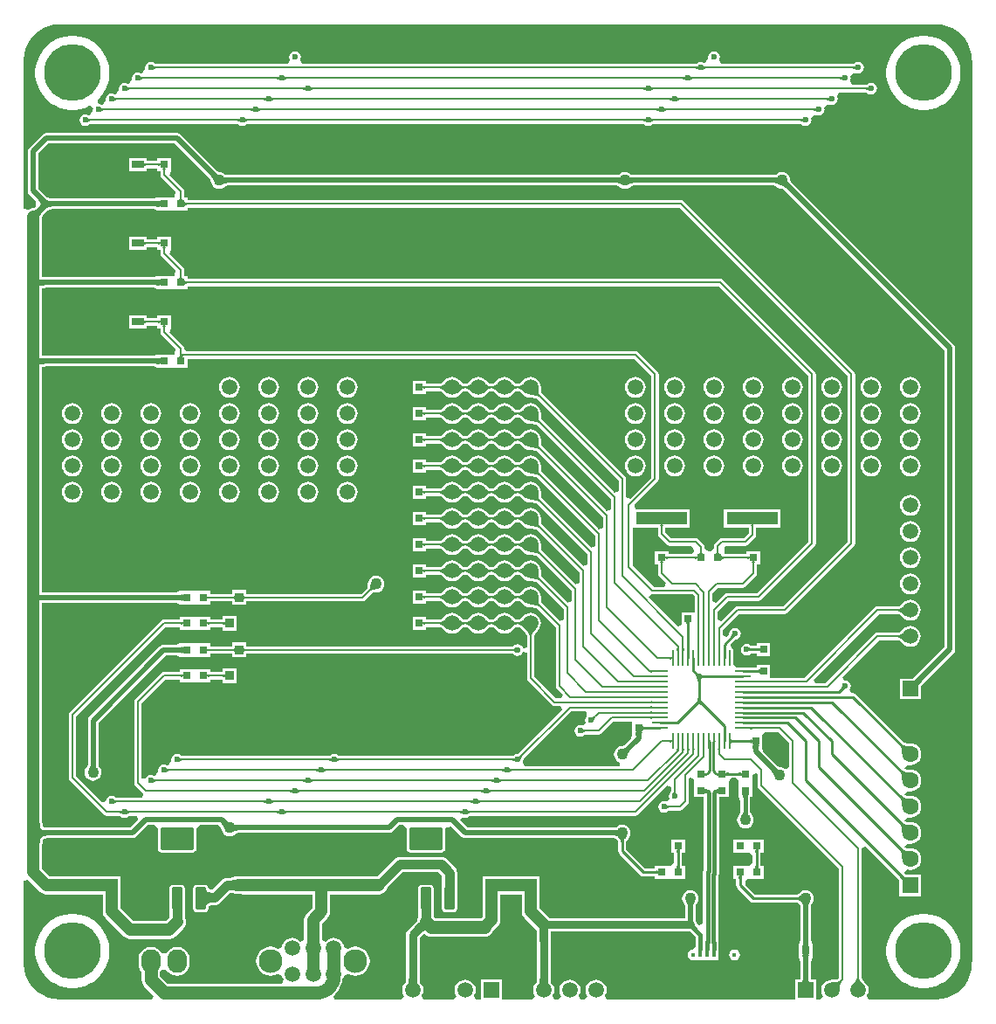
<source format=gtl>
G04*
G04 #@! TF.GenerationSoftware,Altium Limited,Altium Designer,21.3.2 (30)*
G04*
G04 Layer_Physical_Order=1*
G04 Layer_Color=255*
%FSLAX25Y25*%
%MOIN*%
G70*
G04*
G04 #@! TF.SameCoordinates,0941D6B8-9053-4ACA-ABC4-2B4951EE2B0C*
G04*
G04*
G04 #@! TF.FilePolarity,Positive*
G04*
G01*
G75*
%ADD15C,0.00800*%
%ADD16C,0.01000*%
%ADD18R,0.03150X0.03150*%
%ADD19R,0.03150X0.03150*%
%ADD20R,0.19685X0.05118*%
%ADD21R,0.05906X0.05906*%
%ADD22R,0.01575X0.06299*%
%ADD23O,0.00984X0.06102*%
%ADD24O,0.06102X0.00984*%
%ADD25R,0.03543X0.03740*%
%ADD26R,0.04724X0.03150*%
%ADD27R,0.04724X0.04724*%
G04:AMPARAMS|DCode=28|XSize=37.4mil|YSize=84.65mil|CornerRadius=1.87mil|HoleSize=0mil|Usage=FLASHONLY|Rotation=180.000|XOffset=0mil|YOffset=0mil|HoleType=Round|Shape=RoundedRectangle|*
%AMROUNDEDRECTD28*
21,1,0.03740,0.08091,0,0,180.0*
21,1,0.03366,0.08465,0,0,180.0*
1,1,0.00374,-0.01683,0.04045*
1,1,0.00374,0.01683,0.04045*
1,1,0.00374,0.01683,-0.04045*
1,1,0.00374,-0.01683,-0.04045*
%
%ADD28ROUNDEDRECTD28*%
G04:AMPARAMS|DCode=29|XSize=127.95mil|YSize=84.65mil|CornerRadius=4.23mil|HoleSize=0mil|Usage=FLASHONLY|Rotation=180.000|XOffset=0mil|YOffset=0mil|HoleType=Round|Shape=RoundedRectangle|*
%AMROUNDEDRECTD29*
21,1,0.12795,0.07618,0,0,180.0*
21,1,0.11949,0.08465,0,0,180.0*
1,1,0.00847,-0.05974,0.03809*
1,1,0.00847,0.05974,0.03809*
1,1,0.00847,0.05974,-0.03809*
1,1,0.00847,-0.05974,-0.03809*
%
%ADD29ROUNDEDRECTD29*%
%ADD30C,0.02000*%
%ADD55C,0.01591*%
%ADD56C,0.05000*%
%ADD57C,0.00984*%
%ADD58C,0.04724*%
%ADD59C,0.01575*%
%ADD60C,0.03000*%
%ADD61C,0.03740*%
%ADD62C,0.03150*%
%ADD63C,0.03150*%
%ADD64C,0.04724*%
%ADD65O,0.07500X0.09000*%
%ADD66R,0.07500X0.09000*%
%ADD67C,0.01575*%
%ADD68C,0.05906*%
%ADD69C,0.06299*%
%ADD70R,0.06299X0.06299*%
%ADD71C,0.09055*%
%ADD72C,0.05984*%
%ADD73R,0.05984X0.05984*%
%ADD74C,0.02362*%
%ADD75C,0.02756*%
%ADD76C,0.04331*%
%ADD77C,0.21654*%
G36*
X350000Y373471D02*
Y373471D01*
X350021Y373490D01*
X352111Y373325D01*
X354169Y372831D01*
X356125Y372021D01*
X357930Y370915D01*
X359540Y369540D01*
X360915Y367930D01*
X362021Y366125D01*
X362831Y364169D01*
X363326Y362110D01*
X363490Y360021D01*
X363471Y360000D01*
X363471D01*
X363573Y359487D01*
X363573Y16466D01*
X363500Y15146D01*
X363471Y15000D01*
X363471D01*
X363490Y14979D01*
X363326Y12889D01*
X362831Y10831D01*
X362021Y8875D01*
X360915Y7070D01*
X359540Y5460D01*
X357930Y4085D01*
X356125Y2979D01*
X354169Y2169D01*
X352111Y1674D01*
X350021Y1510D01*
X350000Y1529D01*
Y1529D01*
X349854Y1500D01*
X348534Y1427D01*
X324181D01*
X323442Y2927D01*
X323487Y2987D01*
X323889Y3958D01*
X324027Y5000D01*
X323889Y6042D01*
X323487Y7013D01*
X322847Y7847D01*
X322759Y7915D01*
X322516Y8160D01*
X322014Y8723D01*
X321832Y8957D01*
X321681Y9175D01*
X321568Y9366D01*
X321490Y9524D01*
X321445Y9645D01*
X321427Y9719D01*
Y59000D01*
X321427Y59000D01*
X322833Y59621D01*
X323171Y59666D01*
X335606Y47231D01*
X335754Y47072D01*
X335850Y46952D01*
Y40850D01*
X344150D01*
Y49150D01*
X338050D01*
X337972Y49215D01*
X337656Y49856D01*
X338750Y51026D01*
X338917Y50957D01*
X340000Y50815D01*
X341083Y50957D01*
X342093Y51375D01*
X342959Y52040D01*
X343625Y52907D01*
X344043Y53917D01*
X344185Y55000D01*
X344043Y56083D01*
X343625Y57093D01*
X342959Y57960D01*
X342093Y58625D01*
X341083Y59043D01*
X340000Y59185D01*
X339880Y59170D01*
X339544Y59172D01*
X338785Y59221D01*
X338489Y59262D01*
X338222Y59315D01*
X338129Y59341D01*
X337869Y59768D01*
X337998Y60109D01*
X338767Y60849D01*
X339070Y60937D01*
X340000Y60815D01*
X341083Y60957D01*
X342093Y61375D01*
X342959Y62041D01*
X343625Y62907D01*
X344043Y63917D01*
X344185Y65000D01*
X344043Y66083D01*
X343625Y67093D01*
X342959Y67959D01*
X342093Y68625D01*
X341083Y69043D01*
X340000Y69185D01*
X339880Y69170D01*
X339544Y69172D01*
X338785Y69221D01*
X338489Y69262D01*
X338222Y69315D01*
X338129Y69341D01*
X337869Y69768D01*
X337998Y70108D01*
X338767Y70850D01*
X339070Y70937D01*
X340000Y70815D01*
X341083Y70957D01*
X342093Y71375D01*
X342959Y72040D01*
X343625Y72907D01*
X344043Y73917D01*
X344185Y75000D01*
X344043Y76083D01*
X343625Y77093D01*
X342959Y77960D01*
X342093Y78625D01*
X341083Y79043D01*
X340000Y79185D01*
X339880Y79170D01*
X339544Y79172D01*
X338785Y79221D01*
X338489Y79262D01*
X338222Y79315D01*
X338129Y79341D01*
X337869Y79768D01*
X337998Y80109D01*
X338767Y80849D01*
X339070Y80937D01*
X340000Y80815D01*
X341083Y80957D01*
X342093Y81375D01*
X342959Y82041D01*
X343625Y82907D01*
X344043Y83917D01*
X344185Y85000D01*
X344043Y86083D01*
X343625Y87093D01*
X342959Y87959D01*
X342093Y88625D01*
X341083Y89043D01*
X340000Y89185D01*
X339880Y89170D01*
X339544Y89172D01*
X338785Y89221D01*
X338489Y89262D01*
X338222Y89315D01*
X338129Y89341D01*
X337869Y89768D01*
X337998Y90108D01*
X338767Y90850D01*
X339070Y90937D01*
X340000Y90815D01*
X341083Y90957D01*
X342093Y91375D01*
X342959Y92040D01*
X343625Y92907D01*
X344043Y93917D01*
X344185Y95000D01*
X344043Y96083D01*
X343625Y97093D01*
X342959Y97960D01*
X342093Y98625D01*
X341083Y99043D01*
X340000Y99185D01*
X339880Y99170D01*
X339544Y99172D01*
X338785Y99221D01*
X338489Y99262D01*
X338222Y99315D01*
X337999Y99376D01*
X337821Y99441D01*
X337688Y99506D01*
X337602Y99561D01*
X319251Y117912D01*
X318755Y118244D01*
X318169Y118360D01*
X317526D01*
X317422Y118476D01*
X316862Y119860D01*
X317055Y120149D01*
X317224Y121000D01*
X317055Y121851D01*
X316572Y122573D01*
X315851Y123055D01*
X315000Y123224D01*
X314830Y123190D01*
X314091Y124572D01*
X328091Y138573D01*
X335344D01*
X335416Y138556D01*
X335535Y138512D01*
X335690Y138436D01*
X335876Y138325D01*
X336090Y138177D01*
X336320Y137999D01*
X336873Y137506D01*
X337114Y137267D01*
X337181Y137181D01*
X338007Y136547D01*
X338968Y136149D01*
X340000Y136013D01*
X341032Y136149D01*
X341993Y136547D01*
X342819Y137181D01*
X343453Y138007D01*
X343851Y138968D01*
X343987Y140000D01*
X343851Y141032D01*
X343453Y141993D01*
X342819Y142819D01*
X341993Y143453D01*
X341032Y143851D01*
X340000Y143987D01*
X338968Y143851D01*
X338007Y143453D01*
X337181Y142819D01*
X337114Y142733D01*
X336873Y142494D01*
X336320Y142001D01*
X336090Y141823D01*
X335876Y141675D01*
X335690Y141564D01*
X335534Y141488D01*
X335416Y141445D01*
X335344Y141427D01*
X327500D01*
X327500Y141427D01*
X326954Y141319D01*
X326491Y141009D01*
X326491Y141009D01*
X307676Y122195D01*
X303674D01*
X303100Y123581D01*
X328091Y148573D01*
X335344D01*
X335416Y148556D01*
X335535Y148512D01*
X335690Y148436D01*
X335876Y148325D01*
X336090Y148177D01*
X336320Y147999D01*
X336873Y147506D01*
X337114Y147267D01*
X337181Y147181D01*
X338007Y146547D01*
X338968Y146149D01*
X340000Y146013D01*
X341032Y146149D01*
X341993Y146547D01*
X342819Y147181D01*
X343453Y148007D01*
X343851Y148968D01*
X343987Y150000D01*
X343851Y151032D01*
X343453Y151993D01*
X342819Y152819D01*
X341993Y153453D01*
X341032Y153851D01*
X340000Y153987D01*
X338968Y153851D01*
X338007Y153453D01*
X337181Y152819D01*
X337114Y152733D01*
X336873Y152494D01*
X336320Y152001D01*
X336090Y151823D01*
X335876Y151675D01*
X335690Y151564D01*
X335534Y151488D01*
X335416Y151444D01*
X335344Y151427D01*
X327500D01*
X327500Y151427D01*
X326954Y151319D01*
X326491Y151009D01*
X326491Y151009D01*
X299645Y124164D01*
X286500D01*
Y129248D01*
X281350D01*
Y128195D01*
X278484D01*
X278484Y128195D01*
X273739D01*
X272974Y128742D01*
X272427Y129507D01*
Y134252D01*
X272311Y134834D01*
X271981Y135328D01*
X271753Y135480D01*
X271410Y136633D01*
X271363Y137212D01*
X272908Y138756D01*
X272923Y138767D01*
X272948Y138783D01*
X272953Y138786D01*
X273000Y138776D01*
X273851Y138945D01*
X274572Y139427D01*
X275055Y140149D01*
X275224Y141000D01*
X275055Y141851D01*
X274572Y142572D01*
X273851Y143054D01*
X273000Y143224D01*
X272149Y143054D01*
X271427Y142572D01*
X270945Y141851D01*
X270776Y141000D01*
X270786Y140953D01*
X270783Y140948D01*
X270767Y140923D01*
X270756Y140908D01*
X269782Y139933D01*
X268396Y140507D01*
Y142377D01*
X274591Y148573D01*
X292000D01*
X292000Y148573D01*
X292546Y148681D01*
X293009Y148991D01*
X318509Y174491D01*
X318509Y174491D01*
X318819Y174954D01*
X318927Y175500D01*
X318927Y175500D01*
Y240000D01*
X318927Y240000D01*
X318819Y240546D01*
X318509Y241009D01*
X318509Y241009D01*
X253509Y306009D01*
X253046Y306319D01*
X252500Y306427D01*
X252500Y306427D01*
X63874D01*
Y307575D01*
X62727D01*
Y309701D01*
X62727Y309701D01*
X62618Y310247D01*
X62309Y310710D01*
X62309Y310710D01*
X57094Y315925D01*
X57575Y317425D01*
X57575D01*
Y322575D01*
X52425D01*
Y321427D01*
X48283D01*
Y322575D01*
X41559D01*
Y317425D01*
X48283D01*
Y318573D01*
X52425D01*
Y317425D01*
X53573D01*
Y316000D01*
X53573Y316000D01*
X53681Y315454D01*
X53991Y314991D01*
X59276Y309705D01*
X59166Y307902D01*
X58724Y307575D01*
X57575D01*
Y307575D01*
X53925D01*
X53475Y307575D01*
X53437Y307582D01*
X52425Y307575D01*
X50941Y307039D01*
X12027D01*
X11790Y307066D01*
X11498Y307121D01*
X11219Y307198D01*
X10951Y307296D01*
X10692Y307417D01*
X10440Y307559D01*
X10195Y307726D01*
X10008Y307875D01*
X7039Y310845D01*
Y324155D01*
X10845Y327961D01*
X59155D01*
X72541Y314575D01*
X72610Y314486D01*
X72679Y314384D01*
X72731Y314294D01*
X72768Y314216D01*
X72792Y314152D01*
X72806Y314101D01*
X72812Y314062D01*
X72813Y314043D01*
X72807Y314000D01*
X72916Y313174D01*
X73235Y312404D01*
X73742Y311742D01*
X74404Y311235D01*
X75174Y310916D01*
X76000Y310807D01*
X76826Y310916D01*
X77596Y311235D01*
X78258Y311742D01*
X78284Y311777D01*
X78298Y311790D01*
X78330Y311813D01*
X78376Y311839D01*
X78438Y311868D01*
X78519Y311896D01*
X78620Y311923D01*
X78726Y311944D01*
X78899Y311961D01*
X228147D01*
X228260Y311946D01*
X228380Y311923D01*
X228481Y311896D01*
X228562Y311868D01*
X228624Y311839D01*
X228670Y311813D01*
X228702Y311790D01*
X228716Y311777D01*
X228743Y311742D01*
X229404Y311235D01*
X230174Y310916D01*
X231000Y310807D01*
X231826Y310916D01*
X232596Y311235D01*
X233258Y311742D01*
X233284Y311777D01*
X233298Y311790D01*
X233330Y311813D01*
X233376Y311839D01*
X233438Y311868D01*
X233519Y311896D01*
X233620Y311923D01*
X233726Y311944D01*
X233899Y311961D01*
X288147D01*
X288260Y311946D01*
X288380Y311923D01*
X288481Y311896D01*
X288562Y311868D01*
X288624Y311839D01*
X288670Y311813D01*
X288702Y311790D01*
X288716Y311777D01*
X288742Y311742D01*
X289404Y311235D01*
X290174Y310916D01*
X291000Y310807D01*
X291043Y310813D01*
X291062Y310812D01*
X291101Y310806D01*
X291152Y310792D01*
X291216Y310768D01*
X291294Y310731D01*
X291384Y310679D01*
X291474Y310618D01*
X291608Y310508D01*
X352961Y249155D01*
Y135845D01*
X341841Y124725D01*
X341480Y124389D01*
X341181Y124150D01*
X340920Y123967D01*
X340895Y123953D01*
X336047D01*
Y116047D01*
X343953D01*
Y120895D01*
X343967Y120920D01*
X344142Y121170D01*
X344632Y121748D01*
X356442Y133558D01*
X356884Y134220D01*
X357039Y135000D01*
Y250000D01*
X356884Y250780D01*
X356442Y251442D01*
X294459Y313425D01*
X294390Y313514D01*
X294321Y313616D01*
X294269Y313706D01*
X294232Y313784D01*
X294208Y313848D01*
X294194Y313899D01*
X294188Y313938D01*
X294187Y313957D01*
X294193Y314000D01*
X294084Y314826D01*
X293765Y315596D01*
X293257Y316258D01*
X292596Y316765D01*
X291826Y317084D01*
X291000Y317193D01*
X290174Y317084D01*
X289404Y316765D01*
X288742Y316258D01*
X288716Y316223D01*
X288702Y316210D01*
X288670Y316187D01*
X288624Y316161D01*
X288562Y316132D01*
X288481Y316104D01*
X288380Y316077D01*
X288274Y316056D01*
X288101Y316039D01*
X233853D01*
X233740Y316054D01*
X233620Y316077D01*
X233519Y316104D01*
X233438Y316132D01*
X233376Y316161D01*
X233330Y316187D01*
X233298Y316210D01*
X233284Y316223D01*
X233258Y316258D01*
X232596Y316765D01*
X231826Y317084D01*
X231000Y317193D01*
X230174Y317084D01*
X229404Y316765D01*
X228743Y316258D01*
X228716Y316223D01*
X228702Y316210D01*
X228670Y316187D01*
X228624Y316161D01*
X228562Y316132D01*
X228481Y316104D01*
X228380Y316077D01*
X228274Y316056D01*
X228101Y316039D01*
X78853D01*
X78740Y316054D01*
X78620Y316077D01*
X78519Y316104D01*
X78438Y316132D01*
X78376Y316161D01*
X78330Y316187D01*
X78298Y316210D01*
X78284Y316223D01*
X78258Y316258D01*
X77596Y316765D01*
X76826Y317084D01*
X76000Y317193D01*
X75957Y317187D01*
X75938Y317188D01*
X75899Y317194D01*
X75848Y317208D01*
X75784Y317232D01*
X75706Y317269D01*
X75616Y317321D01*
X75526Y317382D01*
X75392Y317492D01*
X61442Y331442D01*
X60780Y331884D01*
X60000Y332039D01*
X10000D01*
X9220Y331884D01*
X8558Y331442D01*
X3558Y326442D01*
X3116Y325780D01*
X2961Y325000D01*
Y310000D01*
X3116Y309220D01*
X3558Y308558D01*
X6156Y305960D01*
X6141Y304182D01*
X5882Y303966D01*
X5540Y303715D01*
X5255Y303532D01*
X5049Y303423D01*
X4952Y303387D01*
X4857Y303372D01*
X4122Y303276D01*
X3304Y302937D01*
X2927Y302648D01*
X1829Y303005D01*
X1427Y303320D01*
Y358534D01*
X1500Y359854D01*
X1529Y360000D01*
X1529D01*
X1510Y360021D01*
X1674Y362111D01*
X2169Y364169D01*
X2979Y366125D01*
X4085Y367930D01*
X5460Y369540D01*
X7070Y370915D01*
X8875Y372021D01*
X10831Y372831D01*
X12889Y373325D01*
X14979Y373490D01*
X15000Y373471D01*
Y373471D01*
X15513Y373572D01*
X349487D01*
X350000Y373471D01*
D02*
G37*
G36*
X53449Y319200D02*
X53441Y319276D01*
X53417Y319344D01*
X53376Y319404D01*
X53319Y319456D01*
X53246Y319500D01*
X53157Y319536D01*
X53051Y319564D01*
X52930Y319584D01*
X52792Y319596D01*
X52637Y319600D01*
Y320400D01*
X52792Y320404D01*
X52930Y320416D01*
X53051Y320436D01*
X53157Y320464D01*
X53246Y320500D01*
X53319Y320544D01*
X53376Y320596D01*
X53417Y320656D01*
X53441Y320724D01*
X53449Y320800D01*
Y319200D01*
D02*
G37*
G36*
X47268Y320724D02*
X47292Y320656D01*
X47333Y320596D01*
X47389Y320544D01*
X47462Y320500D01*
X47552Y320464D01*
X47657Y320436D01*
X47779Y320416D01*
X47917Y320404D01*
X48072Y320400D01*
Y319600D01*
X47917Y319596D01*
X47779Y319584D01*
X47657Y319564D01*
X47552Y319536D01*
X47462Y319500D01*
X47389Y319456D01*
X47333Y319404D01*
X47292Y319344D01*
X47268Y319276D01*
X47260Y319200D01*
Y320800D01*
X47268Y320724D01*
D02*
G37*
G36*
X55724Y318429D02*
X55656Y318405D01*
X55596Y318365D01*
X55544Y318309D01*
X55500Y318237D01*
X55464Y318149D01*
X55436Y318045D01*
X55416Y317925D01*
X55404Y317789D01*
X55400Y317637D01*
X54600D01*
X54596Y317789D01*
X54584Y317925D01*
X54564Y318045D01*
X54536Y318149D01*
X54500Y318237D01*
X54456Y318309D01*
X54404Y318365D01*
X54344Y318405D01*
X54276Y318429D01*
X54200Y318437D01*
X55800D01*
X55724Y318429D01*
D02*
G37*
G36*
X74594Y316827D02*
X74916Y316563D01*
X75074Y316457D01*
X75230Y316366D01*
X75384Y316293D01*
X75536Y316236D01*
X75685Y316196D01*
X75833Y316172D01*
X75978Y316165D01*
X73835Y314022D01*
X73828Y314167D01*
X73804Y314315D01*
X73764Y314464D01*
X73707Y314616D01*
X73634Y314770D01*
X73544Y314926D01*
X73437Y315084D01*
X73313Y315244D01*
X73173Y315406D01*
X73016Y315570D01*
X74430Y316984D01*
X74594Y316827D01*
D02*
G37*
G36*
X289454Y312484D02*
X289346Y312582D01*
X289225Y312670D01*
X289091Y312747D01*
X288943Y312814D01*
X288783Y312871D01*
X288609Y312917D01*
X288421Y312954D01*
X288221Y312979D01*
X288007Y312995D01*
X287780Y313000D01*
Y315000D01*
X288007Y315005D01*
X288421Y315046D01*
X288609Y315083D01*
X288783Y315129D01*
X288943Y315186D01*
X289091Y315253D01*
X289225Y315330D01*
X289346Y315418D01*
X289454Y315516D01*
Y312484D01*
D02*
G37*
G36*
X232654Y315418D02*
X232775Y315330D01*
X232909Y315253D01*
X233057Y315186D01*
X233218Y315129D01*
X233391Y315083D01*
X233579Y315046D01*
X233779Y315021D01*
X233993Y315005D01*
X234220Y315000D01*
Y313000D01*
X233993Y312995D01*
X233579Y312954D01*
X233391Y312917D01*
X233218Y312871D01*
X233057Y312814D01*
X232909Y312747D01*
X232775Y312670D01*
X232654Y312582D01*
X232546Y312484D01*
Y315516D01*
X232654Y315418D01*
D02*
G37*
G36*
X229454Y312484D02*
X229346Y312582D01*
X229225Y312670D01*
X229091Y312747D01*
X228943Y312814D01*
X228783Y312871D01*
X228608Y312917D01*
X228421Y312954D01*
X228221Y312979D01*
X228007Y312995D01*
X227780Y313000D01*
Y315000D01*
X228007Y315005D01*
X228421Y315046D01*
X228608Y315083D01*
X228783Y315129D01*
X228943Y315186D01*
X229091Y315253D01*
X229225Y315330D01*
X229346Y315418D01*
X229454Y315516D01*
Y312484D01*
D02*
G37*
G36*
X77654Y315418D02*
X77775Y315330D01*
X77909Y315253D01*
X78057Y315186D01*
X78218Y315129D01*
X78391Y315083D01*
X78579Y315046D01*
X78779Y315021D01*
X78993Y315005D01*
X79220Y315000D01*
Y313000D01*
X78993Y312995D01*
X78579Y312954D01*
X78391Y312917D01*
X78218Y312871D01*
X78057Y312814D01*
X77909Y312747D01*
X77775Y312670D01*
X77654Y312582D01*
X77546Y312484D01*
Y315516D01*
X77654Y315418D01*
D02*
G37*
G36*
X293172Y313833D02*
X293196Y313685D01*
X293236Y313536D01*
X293293Y313384D01*
X293366Y313230D01*
X293457Y313074D01*
X293563Y312916D01*
X293687Y312756D01*
X293827Y312595D01*
X293984Y312430D01*
X292570Y311016D01*
X292406Y311173D01*
X292084Y311437D01*
X291926Y311543D01*
X291770Y311634D01*
X291616Y311707D01*
X291464Y311764D01*
X291315Y311804D01*
X291167Y311828D01*
X291022Y311835D01*
X293165Y313978D01*
X293172Y313833D01*
D02*
G37*
G36*
X61703Y307208D02*
X61715Y307070D01*
X61735Y306949D01*
X61763Y306843D01*
X61799Y306754D01*
X61843Y306681D01*
X61895Y306624D01*
X61955Y306583D01*
X62023Y306559D01*
X62099Y306551D01*
X60499D01*
X60575Y306559D01*
X60643Y306583D01*
X60703Y306624D01*
X60755Y306681D01*
X60799Y306754D01*
X60835Y306843D01*
X60863Y306949D01*
X60883Y307070D01*
X60895Y307208D01*
X60899Y307363D01*
X61699D01*
X61703Y307208D01*
D02*
G37*
G36*
X62858Y305724D02*
X62883Y305656D01*
X62923Y305596D01*
X62980Y305544D01*
X63053Y305500D01*
X63142Y305464D01*
X63248Y305436D01*
X63370Y305416D01*
X63508Y305404D01*
X63662Y305400D01*
Y304600D01*
X63508Y304596D01*
X63370Y304584D01*
X63248Y304564D01*
X63142Y304536D01*
X63053Y304500D01*
X62980Y304456D01*
X62923Y304404D01*
X62883Y304344D01*
X62858Y304276D01*
X62850Y304200D01*
Y305800D01*
X62858Y305724D01*
D02*
G37*
G36*
X53437Y303437D02*
X53417Y303544D01*
X53357Y303640D01*
X53257Y303724D01*
X53117Y303797D01*
X52937Y303859D01*
X52717Y303910D01*
X52457Y303949D01*
X52157Y303977D01*
X51437Y304000D01*
Y306000D01*
X51817Y306006D01*
X52457Y306051D01*
X52717Y306090D01*
X52937Y306141D01*
X53117Y306203D01*
X53257Y306276D01*
X53357Y306360D01*
X53417Y306456D01*
X53437Y306563D01*
Y303437D01*
D02*
G37*
G36*
X316073Y239409D02*
Y176091D01*
X291409Y151427D01*
X274000D01*
X274000Y151427D01*
X273454Y151319D01*
X272991Y151009D01*
X272991Y151009D01*
X267813Y145832D01*
X266427Y146406D01*
Y149409D01*
X270591Y153573D01*
X282000D01*
X282000Y153573D01*
X282546Y153681D01*
X283009Y153991D01*
X303509Y174491D01*
X303509Y174491D01*
X303819Y174954D01*
X303927Y175500D01*
X303927Y175500D01*
Y240000D01*
X303819Y240546D01*
X303509Y241009D01*
X303509Y241009D01*
X268509Y276009D01*
X268046Y276319D01*
X267500Y276427D01*
X267500Y276427D01*
X63874D01*
Y277575D01*
X62727D01*
Y279701D01*
X62727Y279701D01*
X62618Y280247D01*
X62309Y280710D01*
X62309Y280710D01*
X57094Y285925D01*
X57575Y287425D01*
X57575D01*
Y292575D01*
X52425D01*
Y291427D01*
X48283D01*
Y292575D01*
X41559D01*
Y287425D01*
X48283D01*
Y288573D01*
X52425D01*
Y287425D01*
X53573D01*
Y286000D01*
X53573Y286000D01*
X53681Y285454D01*
X53991Y284991D01*
X59276Y279706D01*
X59166Y277902D01*
X58724Y277575D01*
X57575D01*
Y277575D01*
X53925D01*
X53475Y277575D01*
X53437Y277582D01*
X52425Y277575D01*
X50941Y277039D01*
X10657D01*
X9561Y277078D01*
X8427Y277181D01*
X8391Y277186D01*
Y299964D01*
X8423Y300049D01*
X8532Y300255D01*
X8694Y300506D01*
X10249Y302310D01*
X10440Y302441D01*
X10692Y302583D01*
X10951Y302704D01*
X11219Y302802D01*
X11498Y302879D01*
X11790Y302934D01*
X12027Y302961D01*
X50941D01*
X52425Y302425D01*
X53437Y302418D01*
X53475Y302425D01*
X53925Y302425D01*
X57575D01*
Y302425D01*
X58724D01*
Y302425D01*
X63874D01*
Y303573D01*
X251909D01*
X316073Y239409D01*
D02*
G37*
G36*
X9289Y307146D02*
X9589Y306905D01*
X9901Y306693D01*
X10225Y306509D01*
X10561Y306353D01*
X10908Y306226D01*
X11267Y306127D01*
X11638Y306057D01*
X12020Y306014D01*
X12414Y306000D01*
Y304000D01*
X12020Y303986D01*
X11638Y303943D01*
X11267Y303873D01*
X10908Y303774D01*
X10561Y303646D01*
X10225Y303491D01*
X9901Y303307D01*
X9589Y303095D01*
X9556Y303068D01*
X7875Y301118D01*
X7651Y300770D01*
X7491Y300467D01*
X7395Y300209D01*
X7362Y299996D01*
X7175Y300183D01*
X7172Y300167D01*
X7165Y300022D01*
X5022Y302165D01*
X5167Y302172D01*
X5183Y302175D01*
X4996Y302362D01*
X5209Y302395D01*
X5467Y302491D01*
X5770Y302651D01*
X6118Y302875D01*
X6510Y303163D01*
X7430Y303930D01*
X7542Y304034D01*
X7624Y304152D01*
X7766Y304434D01*
X7850Y304717D01*
X7879Y305000D01*
X7850Y305283D01*
X7766Y305566D01*
X7624Y305849D01*
X7426Y306131D01*
X7172Y306414D01*
X9000Y307414D01*
X9289Y307146D01*
D02*
G37*
G36*
X53449Y289200D02*
X53441Y289276D01*
X53417Y289344D01*
X53376Y289404D01*
X53319Y289456D01*
X53246Y289500D01*
X53157Y289536D01*
X53051Y289564D01*
X52930Y289584D01*
X52792Y289596D01*
X52637Y289600D01*
Y290400D01*
X52792Y290404D01*
X52930Y290416D01*
X53051Y290436D01*
X53157Y290464D01*
X53246Y290500D01*
X53319Y290544D01*
X53376Y290596D01*
X53417Y290656D01*
X53441Y290724D01*
X53449Y290800D01*
Y289200D01*
D02*
G37*
G36*
X47268Y290724D02*
X47292Y290656D01*
X47333Y290596D01*
X47389Y290544D01*
X47462Y290500D01*
X47552Y290464D01*
X47657Y290436D01*
X47779Y290416D01*
X47917Y290404D01*
X48072Y290400D01*
Y289600D01*
X47917Y289596D01*
X47779Y289584D01*
X47657Y289564D01*
X47552Y289536D01*
X47462Y289500D01*
X47389Y289456D01*
X47333Y289404D01*
X47292Y289344D01*
X47268Y289276D01*
X47260Y289200D01*
Y290800D01*
X47268Y290724D01*
D02*
G37*
G36*
X55724Y288429D02*
X55656Y288405D01*
X55596Y288365D01*
X55544Y288309D01*
X55500Y288237D01*
X55464Y288149D01*
X55436Y288045D01*
X55416Y287925D01*
X55404Y287789D01*
X55400Y287637D01*
X54600D01*
X54596Y287789D01*
X54584Y287925D01*
X54564Y288045D01*
X54536Y288149D01*
X54500Y288237D01*
X54456Y288309D01*
X54404Y288365D01*
X54344Y288405D01*
X54276Y288429D01*
X54200Y288437D01*
X55800D01*
X55724Y288429D01*
D02*
G37*
G36*
X61703Y277208D02*
X61715Y277070D01*
X61735Y276949D01*
X61763Y276843D01*
X61799Y276754D01*
X61843Y276681D01*
X61895Y276624D01*
X61955Y276583D01*
X62023Y276559D01*
X62099Y276551D01*
X60499D01*
X60575Y276559D01*
X60643Y276583D01*
X60703Y276624D01*
X60755Y276681D01*
X60799Y276754D01*
X60835Y276843D01*
X60863Y276949D01*
X60883Y277070D01*
X60895Y277208D01*
X60899Y277363D01*
X61699D01*
X61703Y277208D01*
D02*
G37*
G36*
X62858Y275724D02*
X62883Y275656D01*
X62923Y275596D01*
X62980Y275544D01*
X63053Y275500D01*
X63142Y275464D01*
X63248Y275436D01*
X63370Y275416D01*
X63508Y275404D01*
X63662Y275400D01*
Y274600D01*
X63508Y274596D01*
X63370Y274584D01*
X63248Y274564D01*
X63142Y274536D01*
X63053Y274500D01*
X62980Y274456D01*
X62923Y274404D01*
X62883Y274344D01*
X62858Y274276D01*
X62850Y274200D01*
Y275800D01*
X62858Y275724D01*
D02*
G37*
G36*
X53437Y273437D02*
X53417Y273544D01*
X53357Y273640D01*
X53257Y273724D01*
X53117Y273797D01*
X52937Y273859D01*
X52717Y273910D01*
X52457Y273949D01*
X52157Y273977D01*
X51437Y274000D01*
Y276000D01*
X51817Y276006D01*
X52457Y276051D01*
X52717Y276090D01*
X52937Y276141D01*
X53117Y276203D01*
X53257Y276276D01*
X53357Y276360D01*
X53417Y276456D01*
X53437Y276563D01*
Y273437D01*
D02*
G37*
G36*
X6842Y276544D02*
X7092Y276430D01*
X7419Y276329D01*
X7823Y276242D01*
X8304Y276168D01*
X9497Y276060D01*
X10998Y276007D01*
X11864Y276000D01*
Y274000D01*
X10998Y273993D01*
X7823Y273758D01*
X7419Y273671D01*
X7092Y273570D01*
X6842Y273456D01*
X6669Y273329D01*
Y276671D01*
X6842Y276544D01*
D02*
G37*
G36*
X301073Y239409D02*
Y176091D01*
X281409Y156427D01*
X270000D01*
X270000Y156427D01*
X269454Y156319D01*
X268991Y156009D01*
X268991Y156009D01*
X265845Y152863D01*
X264459Y153437D01*
Y156440D01*
X266591Y158573D01*
X276000D01*
X276000Y158573D01*
X276546Y158681D01*
X277009Y158991D01*
X281009Y162991D01*
X281009Y162991D01*
X281319Y163454D01*
X281427Y164000D01*
Y167425D01*
X282575D01*
Y172575D01*
X277425D01*
Y171427D01*
X268874D01*
Y172575D01*
X268874D01*
X269064Y173996D01*
X269504Y174573D01*
X277000D01*
X277000Y174573D01*
X277546Y174681D01*
X278009Y174991D01*
X280655Y177636D01*
X280655Y177636D01*
X280964Y178099D01*
X281073Y178646D01*
X281073Y178646D01*
Y181441D01*
X290488D01*
Y188559D01*
X268803D01*
Y181441D01*
X278218D01*
Y179237D01*
X276409Y177427D01*
X268000D01*
X268000Y177427D01*
X267454Y177319D01*
X266991Y177009D01*
X265290Y175309D01*
X264980Y174846D01*
X264872Y174299D01*
X264872Y174299D01*
Y173426D01*
X263724Y172575D01*
X262927D01*
X261427Y173426D01*
Y174000D01*
X261427Y174000D01*
X261319Y174546D01*
X261009Y175009D01*
X261009Y175009D01*
X259009Y177009D01*
X258546Y177319D01*
X258000Y177427D01*
X258000Y177427D01*
X248591D01*
X246427Y179591D01*
Y181441D01*
X255842D01*
Y188559D01*
X235199D01*
X234578Y190059D01*
X243509Y198991D01*
X243509Y198991D01*
X243819Y199454D01*
X243927Y200000D01*
X243927Y200000D01*
Y240000D01*
X243927Y240000D01*
X243819Y240546D01*
X243509Y241009D01*
X243509Y241009D01*
X236159Y248360D01*
X235696Y248669D01*
X235150Y248778D01*
X235150Y248778D01*
X63777D01*
X62727Y249701D01*
X62618Y250247D01*
X62309Y250710D01*
X62309Y250710D01*
X57094Y255925D01*
X57575Y257425D01*
X57575D01*
Y262575D01*
X52425D01*
Y261427D01*
X48283D01*
Y262575D01*
X41559D01*
Y257425D01*
X48283D01*
Y258573D01*
X52425D01*
Y257425D01*
X53573D01*
Y256000D01*
X53573Y256000D01*
X53681Y255454D01*
X53991Y254991D01*
X59276Y249706D01*
X59166Y247902D01*
X58724Y247575D01*
X57575D01*
Y247575D01*
X53925D01*
X53475Y247575D01*
X53437Y247582D01*
X52425Y247575D01*
X50941Y247039D01*
X10657D01*
X9561Y247078D01*
X8427Y247181D01*
X8391Y247186D01*
Y272778D01*
X10862Y272961D01*
X50941D01*
X52425Y272425D01*
X53437Y272418D01*
X53475Y272425D01*
X53925Y272425D01*
X57575D01*
Y272425D01*
X58724D01*
Y272425D01*
X63874D01*
Y273573D01*
X266909D01*
X301073Y239409D01*
D02*
G37*
G36*
X53449Y259200D02*
X53441Y259276D01*
X53417Y259344D01*
X53376Y259404D01*
X53319Y259456D01*
X53246Y259500D01*
X53157Y259536D01*
X53051Y259564D01*
X52930Y259584D01*
X52792Y259596D01*
X52637Y259600D01*
Y260400D01*
X52792Y260404D01*
X52930Y260416D01*
X53051Y260436D01*
X53157Y260464D01*
X53246Y260500D01*
X53319Y260544D01*
X53376Y260596D01*
X53417Y260656D01*
X53441Y260724D01*
X53449Y260800D01*
Y259200D01*
D02*
G37*
G36*
X47268Y260724D02*
X47292Y260656D01*
X47333Y260596D01*
X47389Y260544D01*
X47462Y260500D01*
X47552Y260464D01*
X47657Y260436D01*
X47779Y260416D01*
X47917Y260404D01*
X48072Y260400D01*
Y259600D01*
X47917Y259596D01*
X47779Y259584D01*
X47657Y259564D01*
X47552Y259536D01*
X47462Y259500D01*
X47389Y259456D01*
X47333Y259404D01*
X47292Y259344D01*
X47268Y259276D01*
X47260Y259200D01*
Y260800D01*
X47268Y260724D01*
D02*
G37*
G36*
X55724Y258429D02*
X55656Y258405D01*
X55596Y258365D01*
X55544Y258309D01*
X55500Y258237D01*
X55464Y258149D01*
X55436Y258045D01*
X55416Y257925D01*
X55404Y257789D01*
X55400Y257637D01*
X54600D01*
X54596Y257789D01*
X54584Y257925D01*
X54564Y258045D01*
X54536Y258149D01*
X54500Y258237D01*
X54456Y258309D01*
X54404Y258365D01*
X54344Y258405D01*
X54276Y258429D01*
X54200Y258437D01*
X55800D01*
X55724Y258429D01*
D02*
G37*
G36*
X61707Y248398D02*
X61731Y248262D01*
X61771Y248142D01*
X61827Y248038D01*
X61899Y247950D01*
X61987Y247878D01*
X62091Y247822D01*
X62211Y247782D01*
X62347Y247758D01*
X62499Y247750D01*
Y246950D01*
X62347Y246942D01*
X62211Y246918D01*
X62091Y246878D01*
X61987Y246822D01*
X61899Y246750D01*
X61840Y246678D01*
X61889Y246623D01*
X61947Y246583D01*
X62013Y246559D01*
X62087Y246551D01*
X61769D01*
X61731Y246438D01*
X61707Y246302D01*
X61699Y246150D01*
X61432Y246551D01*
X60512D01*
X60585Y246559D01*
X60651Y246583D01*
X60709Y246623D01*
X60760Y246679D01*
X60802Y246751D01*
X60837Y246839D01*
X60864Y246943D01*
X60884Y247062D01*
X60895Y247199D01*
X60899Y247350D01*
X61699Y248550D01*
X61707Y248398D01*
D02*
G37*
G36*
X53437Y243437D02*
X53417Y243544D01*
X53357Y243640D01*
X53257Y243724D01*
X53117Y243797D01*
X52937Y243859D01*
X52717Y243910D01*
X52457Y243949D01*
X52157Y243977D01*
X51437Y244000D01*
Y246000D01*
X51817Y246006D01*
X52457Y246051D01*
X52717Y246090D01*
X52937Y246141D01*
X53117Y246203D01*
X53257Y246276D01*
X53357Y246360D01*
X53417Y246456D01*
X53437Y246563D01*
Y243437D01*
D02*
G37*
G36*
X6842Y246544D02*
X7092Y246430D01*
X7419Y246329D01*
X7823Y246242D01*
X8304Y246168D01*
X9497Y246060D01*
X10998Y246007D01*
X11864Y246000D01*
Y244000D01*
X10998Y243993D01*
X7823Y243758D01*
X7419Y243671D01*
X7092Y243570D01*
X6842Y243456D01*
X6669Y243329D01*
Y246671D01*
X6842Y246544D01*
D02*
G37*
G36*
X241073Y239409D02*
Y200591D01*
X232927Y192446D01*
X231427Y193068D01*
Y200000D01*
X231319Y200546D01*
X231009Y201009D01*
X231009Y201009D01*
X199302Y232717D01*
X199263Y232780D01*
X199210Y232895D01*
X199154Y233058D01*
X199100Y233269D01*
X199054Y233524D01*
X199017Y233813D01*
X198974Y234552D01*
X198973Y234892D01*
X198987Y235000D01*
X198851Y236032D01*
X198453Y236993D01*
X197819Y237819D01*
X196993Y238453D01*
X196032Y238851D01*
X195000Y238987D01*
X193968Y238851D01*
X193007Y238453D01*
X192181Y237819D01*
X192114Y237733D01*
X191873Y237494D01*
X191320Y237001D01*
X191090Y236823D01*
X190876Y236675D01*
X190690Y236564D01*
X190534Y236488D01*
X190416Y236444D01*
X190344Y236427D01*
X189656D01*
X189584Y236444D01*
X189465Y236488D01*
X189310Y236564D01*
X189124Y236675D01*
X188910Y236823D01*
X188680Y237001D01*
X188127Y237494D01*
X187886Y237733D01*
X187819Y237819D01*
X186993Y238453D01*
X186032Y238851D01*
X185000Y238987D01*
X183968Y238851D01*
X183007Y238453D01*
X182181Y237819D01*
X182114Y237733D01*
X181873Y237494D01*
X181320Y237001D01*
X181090Y236823D01*
X180876Y236675D01*
X180690Y236564D01*
X180534Y236488D01*
X180416Y236444D01*
X180344Y236427D01*
X179656D01*
X179584Y236444D01*
X179465Y236488D01*
X179310Y236564D01*
X179124Y236675D01*
X178910Y236823D01*
X178680Y237001D01*
X178127Y237494D01*
X177886Y237733D01*
X177819Y237819D01*
X176993Y238453D01*
X176032Y238851D01*
X175000Y238987D01*
X173968Y238851D01*
X173007Y238453D01*
X172181Y237819D01*
X172114Y237733D01*
X171873Y237494D01*
X171320Y237001D01*
X171090Y236823D01*
X170876Y236675D01*
X170690Y236564D01*
X170534Y236488D01*
X170416Y236444D01*
X170344Y236427D01*
X169656D01*
X169584Y236444D01*
X169465Y236488D01*
X169310Y236564D01*
X169124Y236675D01*
X168910Y236823D01*
X168680Y237001D01*
X168127Y237494D01*
X167886Y237733D01*
X167819Y237819D01*
X166993Y238453D01*
X166032Y238851D01*
X165000Y238987D01*
X163968Y238851D01*
X163007Y238453D01*
X162181Y237819D01*
X162114Y237733D01*
X161873Y237494D01*
X161320Y237001D01*
X161090Y236823D01*
X160876Y236675D01*
X160690Y236564D01*
X160534Y236488D01*
X160416Y236444D01*
X160344Y236427D01*
X155075D01*
Y237575D01*
X149925D01*
Y232425D01*
X155075D01*
Y233573D01*
X160344D01*
X160416Y233556D01*
X160535Y233512D01*
X160690Y233436D01*
X160876Y233325D01*
X161090Y233177D01*
X161320Y232999D01*
X161873Y232506D01*
X162114Y232267D01*
X162181Y232181D01*
X163007Y231547D01*
X163968Y231149D01*
X165000Y231013D01*
X166032Y231149D01*
X166993Y231547D01*
X167819Y232181D01*
X167886Y232267D01*
X168127Y232506D01*
X168680Y232999D01*
X168910Y233177D01*
X169124Y233325D01*
X169310Y233436D01*
X169466Y233512D01*
X169584Y233556D01*
X169656Y233573D01*
X170344D01*
X170416Y233556D01*
X170535Y233512D01*
X170690Y233436D01*
X170876Y233325D01*
X171090Y233177D01*
X171320Y232999D01*
X171873Y232506D01*
X172114Y232267D01*
X172181Y232181D01*
X173007Y231547D01*
X173968Y231149D01*
X175000Y231013D01*
X176032Y231149D01*
X176993Y231547D01*
X177819Y232181D01*
X177886Y232267D01*
X178127Y232506D01*
X178680Y232999D01*
X178910Y233177D01*
X179124Y233325D01*
X179310Y233436D01*
X179466Y233512D01*
X179584Y233556D01*
X179656Y233573D01*
X180344D01*
X180416Y233556D01*
X180535Y233512D01*
X180690Y233436D01*
X180876Y233325D01*
X181090Y233177D01*
X181320Y232999D01*
X181873Y232506D01*
X182114Y232267D01*
X182181Y232181D01*
X183007Y231547D01*
X183968Y231149D01*
X185000Y231013D01*
X186032Y231149D01*
X186993Y231547D01*
X187819Y232181D01*
X187886Y232267D01*
X188127Y232506D01*
X188680Y232999D01*
X188910Y233177D01*
X189124Y233325D01*
X189310Y233436D01*
X189466Y233512D01*
X189584Y233556D01*
X189656Y233573D01*
X190344D01*
X190416Y233556D01*
X190534Y233512D01*
X190690Y233436D01*
X190876Y233325D01*
X191090Y233177D01*
X191320Y232999D01*
X191873Y232506D01*
X192114Y232267D01*
X192181Y232181D01*
X193007Y231547D01*
X193968Y231149D01*
X195000Y231013D01*
X195108Y231027D01*
X195448Y231026D01*
X196187Y230983D01*
X196476Y230946D01*
X196731Y230899D01*
X196942Y230846D01*
X197105Y230790D01*
X197220Y230737D01*
X197283Y230698D01*
X228573Y199409D01*
Y195568D01*
X227073Y194946D01*
X199302Y222717D01*
X199263Y222780D01*
X199210Y222895D01*
X199154Y223058D01*
X199100Y223269D01*
X199054Y223524D01*
X199017Y223813D01*
X198974Y224552D01*
X198973Y224892D01*
X198987Y225000D01*
X198851Y226032D01*
X198453Y226993D01*
X197819Y227819D01*
X196993Y228453D01*
X196032Y228851D01*
X195000Y228987D01*
X193968Y228851D01*
X193007Y228453D01*
X192181Y227819D01*
X192114Y227732D01*
X191873Y227494D01*
X191320Y227001D01*
X191090Y226823D01*
X190876Y226675D01*
X190690Y226564D01*
X190534Y226488D01*
X190416Y226445D01*
X190344Y226427D01*
X189656D01*
X189584Y226445D01*
X189465Y226488D01*
X189310Y226564D01*
X189124Y226675D01*
X188910Y226823D01*
X188680Y227001D01*
X188127Y227494D01*
X187886Y227732D01*
X187819Y227819D01*
X186993Y228453D01*
X186032Y228851D01*
X185000Y228987D01*
X183968Y228851D01*
X183007Y228453D01*
X182181Y227819D01*
X182114Y227732D01*
X181873Y227494D01*
X181320Y227001D01*
X181090Y226823D01*
X180876Y226675D01*
X180690Y226564D01*
X180534Y226488D01*
X180416Y226445D01*
X180344Y226427D01*
X179656D01*
X179584Y226445D01*
X179465Y226488D01*
X179310Y226564D01*
X179124Y226675D01*
X178910Y226823D01*
X178680Y227001D01*
X178127Y227494D01*
X177886Y227732D01*
X177819Y227819D01*
X176993Y228453D01*
X176032Y228851D01*
X175000Y228987D01*
X173968Y228851D01*
X173007Y228453D01*
X172181Y227819D01*
X172114Y227732D01*
X171873Y227494D01*
X171320Y227001D01*
X171090Y226823D01*
X170876Y226675D01*
X170690Y226564D01*
X170534Y226488D01*
X170416Y226445D01*
X170344Y226427D01*
X169656D01*
X169584Y226445D01*
X169465Y226488D01*
X169310Y226564D01*
X169124Y226675D01*
X168910Y226823D01*
X168680Y227001D01*
X168127Y227494D01*
X167886Y227732D01*
X167819Y227819D01*
X166993Y228453D01*
X166032Y228851D01*
X165000Y228987D01*
X163968Y228851D01*
X163007Y228453D01*
X162181Y227819D01*
X162114Y227732D01*
X161873Y227494D01*
X161320Y227001D01*
X161090Y226823D01*
X160876Y226675D01*
X160690Y226564D01*
X160534Y226488D01*
X160416Y226445D01*
X160344Y226427D01*
X155075D01*
Y227575D01*
X149925D01*
Y222425D01*
X155075D01*
Y223573D01*
X160344D01*
X160416Y223555D01*
X160535Y223512D01*
X160690Y223436D01*
X160876Y223325D01*
X161090Y223177D01*
X161320Y222999D01*
X161873Y222506D01*
X162114Y222268D01*
X162181Y222181D01*
X163007Y221547D01*
X163968Y221149D01*
X165000Y221013D01*
X166032Y221149D01*
X166993Y221547D01*
X167819Y222181D01*
X167886Y222268D01*
X168127Y222506D01*
X168680Y222999D01*
X168910Y223177D01*
X169124Y223325D01*
X169310Y223436D01*
X169466Y223512D01*
X169584Y223555D01*
X169656Y223573D01*
X170344D01*
X170416Y223555D01*
X170535Y223512D01*
X170690Y223436D01*
X170876Y223325D01*
X171090Y223177D01*
X171320Y222999D01*
X171873Y222506D01*
X172114Y222268D01*
X172181Y222181D01*
X173007Y221547D01*
X173968Y221149D01*
X175000Y221013D01*
X176032Y221149D01*
X176993Y221547D01*
X177819Y222181D01*
X177886Y222268D01*
X178127Y222506D01*
X178680Y222999D01*
X178910Y223177D01*
X179124Y223325D01*
X179310Y223436D01*
X179466Y223512D01*
X179584Y223555D01*
X179656Y223573D01*
X180344D01*
X180416Y223555D01*
X180535Y223512D01*
X180690Y223436D01*
X180876Y223325D01*
X181090Y223177D01*
X181320Y222999D01*
X181873Y222506D01*
X182114Y222268D01*
X182181Y222181D01*
X183007Y221547D01*
X183968Y221149D01*
X185000Y221013D01*
X186032Y221149D01*
X186993Y221547D01*
X187819Y222181D01*
X187886Y222268D01*
X188127Y222506D01*
X188680Y222999D01*
X188910Y223177D01*
X189124Y223325D01*
X189310Y223436D01*
X189466Y223512D01*
X189584Y223555D01*
X189656Y223573D01*
X190344D01*
X190416Y223555D01*
X190534Y223512D01*
X190690Y223436D01*
X190876Y223325D01*
X191090Y223177D01*
X191320Y222999D01*
X191873Y222506D01*
X192114Y222268D01*
X192181Y222181D01*
X193007Y221547D01*
X193968Y221149D01*
X195000Y221013D01*
X195108Y221027D01*
X195448Y221026D01*
X196187Y220983D01*
X196476Y220946D01*
X196731Y220899D01*
X196942Y220846D01*
X197105Y220790D01*
X197220Y220737D01*
X197283Y220698D01*
X225573Y192409D01*
Y188567D01*
X224073Y187946D01*
X199302Y212717D01*
X199263Y212780D01*
X199210Y212895D01*
X199154Y213058D01*
X199100Y213269D01*
X199054Y213524D01*
X199017Y213813D01*
X198974Y214552D01*
X198973Y214892D01*
X198987Y215000D01*
X198851Y216032D01*
X198453Y216993D01*
X197819Y217819D01*
X196993Y218453D01*
X196032Y218851D01*
X195000Y218987D01*
X193968Y218851D01*
X193007Y218453D01*
X192181Y217819D01*
X192114Y217733D01*
X191873Y217494D01*
X191320Y217001D01*
X191090Y216823D01*
X190876Y216675D01*
X190690Y216564D01*
X190534Y216488D01*
X190416Y216444D01*
X190344Y216427D01*
X189656D01*
X189584Y216444D01*
X189465Y216488D01*
X189310Y216564D01*
X189124Y216675D01*
X188910Y216823D01*
X188680Y217001D01*
X188127Y217494D01*
X187886Y217733D01*
X187819Y217819D01*
X186993Y218453D01*
X186032Y218851D01*
X185000Y218987D01*
X183968Y218851D01*
X183007Y218453D01*
X182181Y217819D01*
X182114Y217733D01*
X181873Y217494D01*
X181320Y217001D01*
X181090Y216823D01*
X180876Y216675D01*
X180690Y216564D01*
X180534Y216488D01*
X180416Y216444D01*
X180344Y216427D01*
X179656D01*
X179584Y216444D01*
X179465Y216488D01*
X179310Y216564D01*
X179124Y216675D01*
X178910Y216823D01*
X178680Y217001D01*
X178127Y217494D01*
X177886Y217733D01*
X177819Y217819D01*
X176993Y218453D01*
X176032Y218851D01*
X175000Y218987D01*
X173968Y218851D01*
X173007Y218453D01*
X172181Y217819D01*
X172114Y217733D01*
X171873Y217494D01*
X171320Y217001D01*
X171090Y216823D01*
X170876Y216675D01*
X170690Y216564D01*
X170534Y216488D01*
X170416Y216444D01*
X170344Y216427D01*
X169656D01*
X169584Y216444D01*
X169465Y216488D01*
X169310Y216564D01*
X169124Y216675D01*
X168910Y216823D01*
X168680Y217001D01*
X168127Y217494D01*
X167886Y217733D01*
X167819Y217819D01*
X166993Y218453D01*
X166032Y218851D01*
X165000Y218987D01*
X163968Y218851D01*
X163007Y218453D01*
X162181Y217819D01*
X162114Y217733D01*
X161873Y217494D01*
X161320Y217001D01*
X161090Y216823D01*
X160876Y216675D01*
X160690Y216564D01*
X160534Y216488D01*
X160416Y216444D01*
X160344Y216427D01*
X155075D01*
Y217575D01*
X149925D01*
Y212425D01*
X155075D01*
Y213573D01*
X160344D01*
X160416Y213556D01*
X160535Y213512D01*
X160690Y213436D01*
X160876Y213325D01*
X161090Y213177D01*
X161320Y212999D01*
X161873Y212506D01*
X162114Y212267D01*
X162181Y212181D01*
X163007Y211547D01*
X163968Y211149D01*
X165000Y211013D01*
X166032Y211149D01*
X166993Y211547D01*
X167819Y212181D01*
X167886Y212267D01*
X168127Y212506D01*
X168680Y212999D01*
X168910Y213177D01*
X169124Y213325D01*
X169310Y213436D01*
X169466Y213512D01*
X169584Y213556D01*
X169656Y213573D01*
X170344D01*
X170416Y213556D01*
X170535Y213512D01*
X170690Y213436D01*
X170876Y213325D01*
X171090Y213177D01*
X171320Y212999D01*
X171873Y212506D01*
X172114Y212267D01*
X172181Y212181D01*
X173007Y211547D01*
X173968Y211149D01*
X175000Y211013D01*
X176032Y211149D01*
X176993Y211547D01*
X177819Y212181D01*
X177886Y212267D01*
X178127Y212506D01*
X178680Y212999D01*
X178910Y213177D01*
X179124Y213325D01*
X179310Y213436D01*
X179466Y213512D01*
X179584Y213556D01*
X179656Y213573D01*
X180344D01*
X180416Y213556D01*
X180535Y213512D01*
X180690Y213436D01*
X180876Y213325D01*
X181090Y213177D01*
X181320Y212999D01*
X181873Y212506D01*
X182114Y212267D01*
X182181Y212181D01*
X183007Y211547D01*
X183968Y211149D01*
X185000Y211013D01*
X186032Y211149D01*
X186993Y211547D01*
X187819Y212181D01*
X187886Y212267D01*
X188127Y212506D01*
X188680Y212999D01*
X188910Y213177D01*
X189124Y213325D01*
X189310Y213436D01*
X189466Y213512D01*
X189584Y213556D01*
X189656Y213573D01*
X190344D01*
X190416Y213556D01*
X190534Y213512D01*
X190690Y213436D01*
X190876Y213325D01*
X191090Y213177D01*
X191320Y212999D01*
X191873Y212506D01*
X192114Y212267D01*
X192181Y212181D01*
X193007Y211547D01*
X193968Y211149D01*
X195000Y211013D01*
X195108Y211027D01*
X195448Y211026D01*
X196187Y210983D01*
X196476Y210946D01*
X196731Y210899D01*
X196942Y210846D01*
X197105Y210790D01*
X197220Y210737D01*
X197283Y210699D01*
X222573Y185409D01*
Y181568D01*
X221073Y180946D01*
X199302Y202717D01*
X199263Y202780D01*
X199210Y202895D01*
X199154Y203058D01*
X199100Y203269D01*
X199054Y203524D01*
X199017Y203813D01*
X198974Y204552D01*
X198973Y204892D01*
X198987Y205000D01*
X198851Y206032D01*
X198453Y206993D01*
X197819Y207819D01*
X196993Y208453D01*
X196032Y208851D01*
X195000Y208987D01*
X193968Y208851D01*
X193007Y208453D01*
X192181Y207819D01*
X192114Y207733D01*
X191873Y207494D01*
X191320Y207001D01*
X191090Y206823D01*
X190876Y206675D01*
X190690Y206564D01*
X190534Y206488D01*
X190416Y206445D01*
X190344Y206427D01*
X189656D01*
X189584Y206445D01*
X189465Y206488D01*
X189310Y206564D01*
X189124Y206675D01*
X188910Y206823D01*
X188680Y207001D01*
X188127Y207494D01*
X187886Y207733D01*
X187819Y207819D01*
X186993Y208453D01*
X186032Y208851D01*
X185000Y208987D01*
X183968Y208851D01*
X183007Y208453D01*
X182181Y207819D01*
X182114Y207733D01*
X181873Y207494D01*
X181320Y207001D01*
X181090Y206823D01*
X180876Y206675D01*
X180690Y206564D01*
X180534Y206488D01*
X180416Y206445D01*
X180344Y206427D01*
X179656D01*
X179584Y206445D01*
X179465Y206488D01*
X179310Y206564D01*
X179124Y206675D01*
X178910Y206823D01*
X178680Y207001D01*
X178127Y207494D01*
X177886Y207733D01*
X177819Y207819D01*
X176993Y208453D01*
X176032Y208851D01*
X175000Y208987D01*
X173968Y208851D01*
X173007Y208453D01*
X172181Y207819D01*
X172114Y207733D01*
X171873Y207494D01*
X171320Y207001D01*
X171090Y206823D01*
X170876Y206675D01*
X170690Y206564D01*
X170534Y206488D01*
X170416Y206445D01*
X170344Y206427D01*
X169656D01*
X169584Y206445D01*
X169465Y206488D01*
X169310Y206564D01*
X169124Y206675D01*
X168910Y206823D01*
X168680Y207001D01*
X168127Y207494D01*
X167886Y207733D01*
X167819Y207819D01*
X166993Y208453D01*
X166032Y208851D01*
X165000Y208987D01*
X163968Y208851D01*
X163007Y208453D01*
X162181Y207819D01*
X162114Y207733D01*
X161873Y207494D01*
X161320Y207001D01*
X161090Y206823D01*
X160876Y206675D01*
X160690Y206564D01*
X160534Y206488D01*
X160416Y206445D01*
X160344Y206427D01*
X155075D01*
Y207575D01*
X149925D01*
Y202425D01*
X155075D01*
Y203573D01*
X160344D01*
X160416Y203555D01*
X160535Y203512D01*
X160690Y203436D01*
X160876Y203325D01*
X161090Y203177D01*
X161320Y202999D01*
X161873Y202506D01*
X162114Y202268D01*
X162181Y202181D01*
X163007Y201547D01*
X163968Y201149D01*
X165000Y201013D01*
X166032Y201149D01*
X166993Y201547D01*
X167819Y202181D01*
X167886Y202268D01*
X168127Y202506D01*
X168680Y202999D01*
X168910Y203177D01*
X169124Y203325D01*
X169310Y203436D01*
X169466Y203512D01*
X169584Y203555D01*
X169656Y203573D01*
X170344D01*
X170416Y203555D01*
X170535Y203512D01*
X170690Y203436D01*
X170876Y203325D01*
X171090Y203177D01*
X171320Y202999D01*
X171873Y202506D01*
X172114Y202268D01*
X172181Y202181D01*
X173007Y201547D01*
X173968Y201149D01*
X175000Y201013D01*
X176032Y201149D01*
X176993Y201547D01*
X177819Y202181D01*
X177886Y202268D01*
X178127Y202506D01*
X178680Y202999D01*
X178910Y203177D01*
X179124Y203325D01*
X179310Y203436D01*
X179466Y203512D01*
X179584Y203555D01*
X179656Y203573D01*
X180344D01*
X180416Y203555D01*
X180535Y203512D01*
X180690Y203436D01*
X180876Y203325D01*
X181090Y203177D01*
X181320Y202999D01*
X181873Y202506D01*
X182114Y202268D01*
X182181Y202181D01*
X183007Y201547D01*
X183968Y201149D01*
X185000Y201013D01*
X186032Y201149D01*
X186993Y201547D01*
X187819Y202181D01*
X187886Y202268D01*
X188127Y202506D01*
X188680Y202999D01*
X188910Y203177D01*
X189124Y203325D01*
X189310Y203436D01*
X189466Y203512D01*
X189584Y203555D01*
X189656Y203573D01*
X190344D01*
X190416Y203555D01*
X190534Y203512D01*
X190690Y203436D01*
X190876Y203325D01*
X191090Y203177D01*
X191320Y202999D01*
X191873Y202506D01*
X192114Y202268D01*
X192181Y202181D01*
X193007Y201547D01*
X193968Y201149D01*
X195000Y201013D01*
X195108Y201027D01*
X195448Y201026D01*
X196187Y200983D01*
X196476Y200946D01*
X196731Y200900D01*
X196942Y200846D01*
X197105Y200790D01*
X197220Y200737D01*
X197283Y200698D01*
X219573Y178409D01*
Y174567D01*
X218073Y173946D01*
X199302Y192717D01*
X199263Y192780D01*
X199210Y192895D01*
X199154Y193058D01*
X199100Y193269D01*
X199054Y193525D01*
X199017Y193813D01*
X198974Y194552D01*
X198973Y194892D01*
X198987Y195000D01*
X198851Y196032D01*
X198453Y196993D01*
X197819Y197819D01*
X196993Y198453D01*
X196032Y198851D01*
X195000Y198987D01*
X193968Y198851D01*
X193007Y198453D01*
X192181Y197819D01*
X192114Y197732D01*
X191873Y197494D01*
X191320Y197001D01*
X191090Y196823D01*
X190876Y196675D01*
X190690Y196564D01*
X190534Y196488D01*
X190416Y196444D01*
X190344Y196427D01*
X189656D01*
X189584Y196444D01*
X189465Y196488D01*
X189310Y196564D01*
X189124Y196675D01*
X188910Y196823D01*
X188680Y197001D01*
X188127Y197494D01*
X187886Y197732D01*
X187819Y197819D01*
X186993Y198453D01*
X186032Y198851D01*
X185000Y198987D01*
X183968Y198851D01*
X183007Y198453D01*
X182181Y197819D01*
X182114Y197732D01*
X181873Y197494D01*
X181320Y197001D01*
X181090Y196823D01*
X180876Y196675D01*
X180690Y196564D01*
X180534Y196488D01*
X180416Y196444D01*
X180344Y196427D01*
X179656D01*
X179584Y196444D01*
X179465Y196488D01*
X179310Y196564D01*
X179124Y196675D01*
X178910Y196823D01*
X178680Y197001D01*
X178127Y197494D01*
X177886Y197732D01*
X177819Y197819D01*
X176993Y198453D01*
X176032Y198851D01*
X175000Y198987D01*
X173968Y198851D01*
X173007Y198453D01*
X172181Y197819D01*
X172114Y197732D01*
X171873Y197494D01*
X171320Y197001D01*
X171090Y196823D01*
X170876Y196675D01*
X170690Y196564D01*
X170534Y196488D01*
X170416Y196444D01*
X170344Y196427D01*
X169656D01*
X169584Y196444D01*
X169465Y196488D01*
X169310Y196564D01*
X169124Y196675D01*
X168910Y196823D01*
X168680Y197001D01*
X168127Y197494D01*
X167886Y197732D01*
X167819Y197819D01*
X166993Y198453D01*
X166032Y198851D01*
X165000Y198987D01*
X163968Y198851D01*
X163007Y198453D01*
X162181Y197819D01*
X162114Y197732D01*
X161873Y197494D01*
X161320Y197001D01*
X161090Y196823D01*
X160876Y196675D01*
X160690Y196564D01*
X160534Y196488D01*
X160416Y196444D01*
X160344Y196427D01*
X155075D01*
Y197575D01*
X149925D01*
Y192425D01*
X155075D01*
Y193573D01*
X160344D01*
X160416Y193555D01*
X160535Y193512D01*
X160690Y193436D01*
X160876Y193325D01*
X161090Y193177D01*
X161320Y192999D01*
X161873Y192506D01*
X162114Y192268D01*
X162181Y192181D01*
X163007Y191547D01*
X163968Y191149D01*
X165000Y191013D01*
X166032Y191149D01*
X166993Y191547D01*
X167819Y192181D01*
X167886Y192268D01*
X168127Y192506D01*
X168680Y192999D01*
X168910Y193177D01*
X169124Y193325D01*
X169310Y193436D01*
X169466Y193512D01*
X169584Y193555D01*
X169656Y193573D01*
X170344D01*
X170416Y193555D01*
X170535Y193512D01*
X170690Y193436D01*
X170876Y193325D01*
X171090Y193177D01*
X171320Y192999D01*
X171873Y192506D01*
X172114Y192268D01*
X172181Y192181D01*
X173007Y191547D01*
X173968Y191149D01*
X175000Y191013D01*
X176032Y191149D01*
X176993Y191547D01*
X177819Y192181D01*
X177886Y192268D01*
X178127Y192506D01*
X178680Y192999D01*
X178910Y193177D01*
X179124Y193325D01*
X179310Y193436D01*
X179466Y193512D01*
X179584Y193555D01*
X179656Y193573D01*
X180344D01*
X180416Y193555D01*
X180535Y193512D01*
X180690Y193436D01*
X180876Y193325D01*
X181090Y193177D01*
X181320Y192999D01*
X181873Y192506D01*
X182114Y192268D01*
X182181Y192181D01*
X183007Y191547D01*
X183968Y191149D01*
X185000Y191013D01*
X186032Y191149D01*
X186993Y191547D01*
X187819Y192181D01*
X187886Y192268D01*
X188127Y192506D01*
X188680Y192999D01*
X188910Y193177D01*
X189124Y193325D01*
X189310Y193436D01*
X189466Y193512D01*
X189584Y193555D01*
X189656Y193573D01*
X190344D01*
X190416Y193555D01*
X190534Y193512D01*
X190690Y193436D01*
X190876Y193325D01*
X191090Y193177D01*
X191320Y192999D01*
X191873Y192506D01*
X192114Y192268D01*
X192181Y192181D01*
X193007Y191547D01*
X193968Y191149D01*
X195000Y191013D01*
X195108Y191027D01*
X195448Y191026D01*
X196187Y190983D01*
X196476Y190946D01*
X196731Y190900D01*
X196942Y190846D01*
X197105Y190790D01*
X197220Y190737D01*
X197283Y190699D01*
X216573Y171409D01*
Y167568D01*
X215073Y166946D01*
X199302Y182717D01*
X199263Y182780D01*
X199210Y182895D01*
X199154Y183058D01*
X199100Y183269D01*
X199054Y183525D01*
X199017Y183813D01*
X198974Y184552D01*
X198973Y184892D01*
X198987Y185000D01*
X198851Y186032D01*
X198453Y186993D01*
X197819Y187819D01*
X196993Y188453D01*
X196032Y188851D01*
X195000Y188987D01*
X193968Y188851D01*
X193007Y188453D01*
X192181Y187819D01*
X192114Y187733D01*
X191873Y187494D01*
X191320Y187001D01*
X191090Y186823D01*
X190876Y186675D01*
X190690Y186564D01*
X190534Y186488D01*
X190416Y186444D01*
X190344Y186427D01*
X189656D01*
X189584Y186444D01*
X189465Y186488D01*
X189310Y186564D01*
X189124Y186675D01*
X188910Y186823D01*
X188680Y187001D01*
X188127Y187494D01*
X187886Y187733D01*
X187819Y187819D01*
X186993Y188453D01*
X186032Y188851D01*
X185000Y188987D01*
X183968Y188851D01*
X183007Y188453D01*
X182181Y187819D01*
X182114Y187733D01*
X181873Y187494D01*
X181320Y187001D01*
X181090Y186823D01*
X180876Y186675D01*
X180690Y186564D01*
X180534Y186488D01*
X180416Y186444D01*
X180344Y186427D01*
X179656D01*
X179584Y186444D01*
X179465Y186488D01*
X179310Y186564D01*
X179124Y186675D01*
X178910Y186823D01*
X178680Y187001D01*
X178127Y187494D01*
X177886Y187733D01*
X177819Y187819D01*
X176993Y188453D01*
X176032Y188851D01*
X175000Y188987D01*
X173968Y188851D01*
X173007Y188453D01*
X172181Y187819D01*
X172114Y187733D01*
X171873Y187494D01*
X171320Y187001D01*
X171090Y186823D01*
X170876Y186675D01*
X170690Y186564D01*
X170534Y186488D01*
X170416Y186444D01*
X170344Y186427D01*
X169656D01*
X169584Y186444D01*
X169465Y186488D01*
X169310Y186564D01*
X169124Y186675D01*
X168910Y186823D01*
X168680Y187001D01*
X168127Y187494D01*
X167886Y187733D01*
X167819Y187819D01*
X166993Y188453D01*
X166032Y188851D01*
X165000Y188987D01*
X163968Y188851D01*
X163007Y188453D01*
X162181Y187819D01*
X162114Y187733D01*
X161873Y187494D01*
X161320Y187001D01*
X161090Y186823D01*
X160876Y186675D01*
X160690Y186564D01*
X160534Y186488D01*
X160416Y186444D01*
X160344Y186427D01*
X155075D01*
Y187575D01*
X149925D01*
Y182425D01*
X155075D01*
Y183573D01*
X160344D01*
X160416Y183555D01*
X160535Y183512D01*
X160690Y183436D01*
X160876Y183325D01*
X161090Y183177D01*
X161320Y182999D01*
X161873Y182506D01*
X162114Y182267D01*
X162181Y182181D01*
X163007Y181547D01*
X163968Y181149D01*
X165000Y181013D01*
X166032Y181149D01*
X166993Y181547D01*
X167819Y182181D01*
X167886Y182267D01*
X168127Y182506D01*
X168680Y182999D01*
X168910Y183177D01*
X169124Y183325D01*
X169310Y183436D01*
X169466Y183512D01*
X169584Y183555D01*
X169656Y183573D01*
X170344D01*
X170416Y183555D01*
X170535Y183512D01*
X170690Y183436D01*
X170876Y183325D01*
X171090Y183177D01*
X171320Y182999D01*
X171873Y182506D01*
X172114Y182267D01*
X172181Y182181D01*
X173007Y181547D01*
X173968Y181149D01*
X175000Y181013D01*
X176032Y181149D01*
X176993Y181547D01*
X177819Y182181D01*
X177886Y182267D01*
X178127Y182506D01*
X178680Y182999D01*
X178910Y183177D01*
X179124Y183325D01*
X179310Y183436D01*
X179466Y183512D01*
X179584Y183555D01*
X179656Y183573D01*
X180344D01*
X180416Y183555D01*
X180535Y183512D01*
X180690Y183436D01*
X180876Y183325D01*
X181090Y183177D01*
X181320Y182999D01*
X181873Y182506D01*
X182114Y182267D01*
X182181Y182181D01*
X183007Y181547D01*
X183968Y181149D01*
X185000Y181013D01*
X186032Y181149D01*
X186993Y181547D01*
X187819Y182181D01*
X187886Y182267D01*
X188127Y182506D01*
X188680Y182999D01*
X188910Y183177D01*
X189124Y183325D01*
X189310Y183436D01*
X189466Y183512D01*
X189584Y183555D01*
X189656Y183573D01*
X190344D01*
X190416Y183555D01*
X190534Y183512D01*
X190690Y183436D01*
X190876Y183325D01*
X191090Y183177D01*
X191320Y182999D01*
X191873Y182506D01*
X192114Y182267D01*
X192181Y182181D01*
X193007Y181547D01*
X193968Y181149D01*
X195000Y181013D01*
X195108Y181027D01*
X195448Y181026D01*
X196187Y180983D01*
X196476Y180946D01*
X196731Y180900D01*
X196942Y180846D01*
X197105Y180790D01*
X197220Y180737D01*
X197283Y180699D01*
X213573Y164409D01*
Y160567D01*
X212073Y159946D01*
X199302Y172717D01*
X199263Y172780D01*
X199210Y172895D01*
X199154Y173058D01*
X199100Y173269D01*
X199054Y173524D01*
X199017Y173813D01*
X198974Y174552D01*
X198973Y174892D01*
X198987Y175000D01*
X198851Y176032D01*
X198453Y176993D01*
X197819Y177819D01*
X196993Y178453D01*
X196032Y178851D01*
X195000Y178987D01*
X193968Y178851D01*
X193007Y178453D01*
X192181Y177819D01*
X192114Y177733D01*
X191873Y177494D01*
X191320Y177001D01*
X191090Y176823D01*
X190876Y176675D01*
X190690Y176564D01*
X190534Y176488D01*
X190416Y176444D01*
X190344Y176427D01*
X189656D01*
X189584Y176444D01*
X189465Y176488D01*
X189310Y176564D01*
X189124Y176675D01*
X188910Y176823D01*
X188680Y177001D01*
X188127Y177494D01*
X187886Y177733D01*
X187819Y177819D01*
X186993Y178453D01*
X186032Y178851D01*
X185000Y178987D01*
X183968Y178851D01*
X183007Y178453D01*
X182181Y177819D01*
X182114Y177733D01*
X181873Y177494D01*
X181320Y177001D01*
X181090Y176823D01*
X180876Y176675D01*
X180690Y176564D01*
X180534Y176488D01*
X180416Y176444D01*
X180344Y176427D01*
X179656D01*
X179584Y176444D01*
X179465Y176488D01*
X179310Y176564D01*
X179124Y176675D01*
X178910Y176823D01*
X178680Y177001D01*
X178127Y177494D01*
X177886Y177733D01*
X177819Y177819D01*
X176993Y178453D01*
X176032Y178851D01*
X175000Y178987D01*
X173968Y178851D01*
X173007Y178453D01*
X172181Y177819D01*
X172114Y177733D01*
X171873Y177494D01*
X171320Y177001D01*
X171090Y176823D01*
X170876Y176675D01*
X170690Y176564D01*
X170534Y176488D01*
X170416Y176444D01*
X170344Y176427D01*
X169656D01*
X169584Y176444D01*
X169465Y176488D01*
X169310Y176564D01*
X169124Y176675D01*
X168910Y176823D01*
X168680Y177001D01*
X168127Y177494D01*
X167886Y177733D01*
X167819Y177819D01*
X166993Y178453D01*
X166032Y178851D01*
X165000Y178987D01*
X163968Y178851D01*
X163007Y178453D01*
X162181Y177819D01*
X162114Y177733D01*
X161873Y177494D01*
X161320Y177001D01*
X161090Y176823D01*
X160876Y176675D01*
X160690Y176564D01*
X160534Y176488D01*
X160416Y176444D01*
X160344Y176427D01*
X155075D01*
Y177575D01*
X149925D01*
Y172425D01*
X155075D01*
Y173573D01*
X160344D01*
X160416Y173556D01*
X160535Y173512D01*
X160690Y173436D01*
X160876Y173325D01*
X161090Y173177D01*
X161320Y172999D01*
X161873Y172506D01*
X162114Y172267D01*
X162181Y172181D01*
X163007Y171547D01*
X163968Y171149D01*
X165000Y171013D01*
X166032Y171149D01*
X166993Y171547D01*
X167819Y172181D01*
X167886Y172267D01*
X168127Y172506D01*
X168680Y172999D01*
X168910Y173177D01*
X169124Y173325D01*
X169310Y173436D01*
X169466Y173512D01*
X169584Y173556D01*
X169656Y173573D01*
X170344D01*
X170416Y173556D01*
X170535Y173512D01*
X170690Y173436D01*
X170876Y173325D01*
X171090Y173177D01*
X171320Y172999D01*
X171873Y172506D01*
X172114Y172267D01*
X172181Y172181D01*
X173007Y171547D01*
X173968Y171149D01*
X175000Y171013D01*
X176032Y171149D01*
X176993Y171547D01*
X177819Y172181D01*
X177886Y172267D01*
X178127Y172506D01*
X178680Y172999D01*
X178910Y173177D01*
X179124Y173325D01*
X179310Y173436D01*
X179466Y173512D01*
X179584Y173556D01*
X179656Y173573D01*
X180344D01*
X180416Y173556D01*
X180535Y173512D01*
X180690Y173436D01*
X180876Y173325D01*
X181090Y173177D01*
X181320Y172999D01*
X181873Y172506D01*
X182114Y172267D01*
X182181Y172181D01*
X183007Y171547D01*
X183968Y171149D01*
X185000Y171013D01*
X186032Y171149D01*
X186993Y171547D01*
X187819Y172181D01*
X187886Y172267D01*
X188127Y172506D01*
X188680Y172999D01*
X188910Y173177D01*
X189124Y173325D01*
X189310Y173436D01*
X189466Y173512D01*
X189584Y173556D01*
X189656Y173573D01*
X190344D01*
X190416Y173556D01*
X190534Y173512D01*
X190690Y173436D01*
X190876Y173325D01*
X191090Y173177D01*
X191320Y172999D01*
X191873Y172506D01*
X192114Y172267D01*
X192181Y172181D01*
X193007Y171547D01*
X193968Y171149D01*
X195000Y171013D01*
X195108Y171027D01*
X195448Y171026D01*
X196187Y170983D01*
X196476Y170946D01*
X196731Y170899D01*
X196942Y170846D01*
X197105Y170790D01*
X197220Y170737D01*
X197283Y170698D01*
X210573Y157409D01*
Y153568D01*
X209073Y152946D01*
X199302Y162717D01*
X199263Y162780D01*
X199210Y162895D01*
X199154Y163058D01*
X199100Y163269D01*
X199054Y163524D01*
X199017Y163813D01*
X198974Y164552D01*
X198973Y164892D01*
X198987Y165000D01*
X198851Y166032D01*
X198453Y166993D01*
X197819Y167819D01*
X196993Y168453D01*
X196032Y168851D01*
X195000Y168987D01*
X193968Y168851D01*
X193007Y168453D01*
X192181Y167819D01*
X192114Y167733D01*
X191873Y167494D01*
X191320Y167001D01*
X191090Y166823D01*
X190876Y166675D01*
X190690Y166564D01*
X190534Y166488D01*
X190416Y166445D01*
X190344Y166427D01*
X189656D01*
X189584Y166445D01*
X189465Y166488D01*
X189310Y166564D01*
X189124Y166675D01*
X188910Y166823D01*
X188680Y167001D01*
X188127Y167494D01*
X187886Y167733D01*
X187819Y167819D01*
X186993Y168453D01*
X186032Y168851D01*
X185000Y168987D01*
X183968Y168851D01*
X183007Y168453D01*
X182181Y167819D01*
X182114Y167733D01*
X181873Y167494D01*
X181320Y167001D01*
X181090Y166823D01*
X180876Y166675D01*
X180690Y166564D01*
X180534Y166488D01*
X180416Y166445D01*
X180344Y166427D01*
X179656D01*
X179584Y166445D01*
X179465Y166488D01*
X179310Y166564D01*
X179124Y166675D01*
X178910Y166823D01*
X178680Y167001D01*
X178127Y167494D01*
X177886Y167733D01*
X177819Y167819D01*
X176993Y168453D01*
X176032Y168851D01*
X175000Y168987D01*
X173968Y168851D01*
X173007Y168453D01*
X172181Y167819D01*
X172114Y167733D01*
X171873Y167494D01*
X171320Y167001D01*
X171090Y166823D01*
X170876Y166675D01*
X170690Y166564D01*
X170534Y166488D01*
X170416Y166445D01*
X170344Y166427D01*
X169656D01*
X169584Y166445D01*
X169465Y166488D01*
X169310Y166564D01*
X169124Y166675D01*
X168910Y166823D01*
X168680Y167001D01*
X168127Y167494D01*
X167886Y167733D01*
X167819Y167819D01*
X166993Y168453D01*
X166032Y168851D01*
X165000Y168987D01*
X163968Y168851D01*
X163007Y168453D01*
X162181Y167819D01*
X162114Y167733D01*
X161873Y167494D01*
X161320Y167001D01*
X161090Y166823D01*
X160876Y166675D01*
X160690Y166564D01*
X160534Y166488D01*
X160416Y166445D01*
X160344Y166427D01*
X155075D01*
Y167575D01*
X149925D01*
Y162425D01*
X155075D01*
Y163573D01*
X160344D01*
X160416Y163556D01*
X160535Y163512D01*
X160690Y163436D01*
X160876Y163325D01*
X161090Y163177D01*
X161320Y162999D01*
X161873Y162506D01*
X162114Y162267D01*
X162181Y162181D01*
X163007Y161547D01*
X163968Y161149D01*
X165000Y161013D01*
X166032Y161149D01*
X166993Y161547D01*
X167819Y162181D01*
X167886Y162267D01*
X168127Y162506D01*
X168680Y162999D01*
X168910Y163177D01*
X169124Y163325D01*
X169310Y163436D01*
X169466Y163512D01*
X169584Y163556D01*
X169656Y163573D01*
X170344D01*
X170416Y163556D01*
X170535Y163512D01*
X170690Y163436D01*
X170876Y163325D01*
X171090Y163177D01*
X171320Y162999D01*
X171873Y162506D01*
X172114Y162267D01*
X172181Y162181D01*
X173007Y161547D01*
X173968Y161149D01*
X175000Y161013D01*
X176032Y161149D01*
X176993Y161547D01*
X177819Y162181D01*
X177886Y162267D01*
X178127Y162506D01*
X178680Y162999D01*
X178910Y163177D01*
X179124Y163325D01*
X179310Y163436D01*
X179466Y163512D01*
X179584Y163556D01*
X179656Y163573D01*
X180344D01*
X180416Y163556D01*
X180535Y163512D01*
X180690Y163436D01*
X180876Y163325D01*
X181090Y163177D01*
X181320Y162999D01*
X181873Y162506D01*
X182114Y162267D01*
X182181Y162181D01*
X183007Y161547D01*
X183968Y161149D01*
X185000Y161013D01*
X186032Y161149D01*
X186993Y161547D01*
X187819Y162181D01*
X187886Y162267D01*
X188127Y162506D01*
X188680Y162999D01*
X188910Y163177D01*
X189124Y163325D01*
X189310Y163436D01*
X189466Y163512D01*
X189584Y163556D01*
X189656Y163573D01*
X190344D01*
X190416Y163556D01*
X190534Y163512D01*
X190690Y163436D01*
X190876Y163325D01*
X191090Y163177D01*
X191320Y162999D01*
X191873Y162506D01*
X192114Y162267D01*
X192181Y162181D01*
X193007Y161547D01*
X193968Y161149D01*
X195000Y161013D01*
X195108Y161027D01*
X195448Y161026D01*
X196187Y160983D01*
X196476Y160946D01*
X196731Y160899D01*
X196942Y160846D01*
X197105Y160790D01*
X197220Y160737D01*
X197283Y160698D01*
X207573Y150409D01*
Y146567D01*
X206073Y145946D01*
X199302Y152717D01*
X199263Y152780D01*
X199210Y152895D01*
X199154Y153058D01*
X199100Y153269D01*
X199054Y153524D01*
X199017Y153813D01*
X198974Y154552D01*
X198973Y154892D01*
X198987Y155000D01*
X198851Y156032D01*
X198453Y156993D01*
X197819Y157819D01*
X196993Y158453D01*
X196032Y158851D01*
X195000Y158987D01*
X193968Y158851D01*
X193007Y158453D01*
X192181Y157819D01*
X192114Y157732D01*
X191873Y157494D01*
X191320Y157001D01*
X191090Y156823D01*
X190876Y156675D01*
X190690Y156564D01*
X190534Y156488D01*
X190416Y156445D01*
X190344Y156427D01*
X189656D01*
X189584Y156445D01*
X189465Y156488D01*
X189310Y156564D01*
X189124Y156675D01*
X188910Y156823D01*
X188680Y157001D01*
X188127Y157494D01*
X187886Y157732D01*
X187819Y157819D01*
X186993Y158453D01*
X186032Y158851D01*
X185000Y158987D01*
X183968Y158851D01*
X183007Y158453D01*
X182181Y157819D01*
X182114Y157732D01*
X181873Y157494D01*
X181320Y157001D01*
X181090Y156823D01*
X180876Y156675D01*
X180690Y156564D01*
X180534Y156488D01*
X180416Y156445D01*
X180344Y156427D01*
X179656D01*
X179584Y156445D01*
X179465Y156488D01*
X179310Y156564D01*
X179124Y156675D01*
X178910Y156823D01*
X178680Y157001D01*
X178127Y157494D01*
X177886Y157732D01*
X177819Y157819D01*
X176993Y158453D01*
X176032Y158851D01*
X175000Y158987D01*
X173968Y158851D01*
X173007Y158453D01*
X172181Y157819D01*
X172114Y157732D01*
X171873Y157494D01*
X171320Y157001D01*
X171090Y156823D01*
X170876Y156675D01*
X170690Y156564D01*
X170534Y156488D01*
X170416Y156445D01*
X170344Y156427D01*
X169656D01*
X169584Y156445D01*
X169465Y156488D01*
X169310Y156564D01*
X169124Y156675D01*
X168910Y156823D01*
X168680Y157001D01*
X168127Y157494D01*
X167886Y157732D01*
X167819Y157819D01*
X166993Y158453D01*
X166032Y158851D01*
X165000Y158987D01*
X163968Y158851D01*
X163007Y158453D01*
X162181Y157819D01*
X162114Y157732D01*
X161873Y157494D01*
X161320Y157001D01*
X161090Y156823D01*
X160876Y156675D01*
X160690Y156564D01*
X160534Y156488D01*
X160416Y156445D01*
X160344Y156427D01*
X155075D01*
Y157575D01*
X149925D01*
Y152425D01*
X155075D01*
Y153573D01*
X160344D01*
X160416Y153556D01*
X160535Y153512D01*
X160690Y153436D01*
X160876Y153325D01*
X161090Y153177D01*
X161320Y152999D01*
X161873Y152506D01*
X162114Y152268D01*
X162181Y152181D01*
X163007Y151547D01*
X163968Y151149D01*
X165000Y151013D01*
X166032Y151149D01*
X166993Y151547D01*
X167819Y152181D01*
X167886Y152268D01*
X168127Y152506D01*
X168680Y152999D01*
X168910Y153177D01*
X169124Y153325D01*
X169310Y153436D01*
X169466Y153512D01*
X169584Y153556D01*
X169656Y153573D01*
X170344D01*
X170416Y153556D01*
X170535Y153512D01*
X170690Y153436D01*
X170876Y153325D01*
X171090Y153177D01*
X171320Y152999D01*
X171873Y152506D01*
X172114Y152268D01*
X172181Y152181D01*
X173007Y151547D01*
X173968Y151149D01*
X175000Y151013D01*
X176032Y151149D01*
X176993Y151547D01*
X177819Y152181D01*
X177886Y152268D01*
X178127Y152506D01*
X178680Y152999D01*
X178910Y153177D01*
X179124Y153325D01*
X179310Y153436D01*
X179466Y153512D01*
X179584Y153556D01*
X179656Y153573D01*
X180344D01*
X180416Y153556D01*
X180535Y153512D01*
X180690Y153436D01*
X180876Y153325D01*
X181090Y153177D01*
X181320Y152999D01*
X181873Y152506D01*
X182114Y152268D01*
X182181Y152181D01*
X183007Y151547D01*
X183968Y151149D01*
X185000Y151013D01*
X186032Y151149D01*
X186993Y151547D01*
X187819Y152181D01*
X187886Y152268D01*
X188127Y152506D01*
X188680Y152999D01*
X188910Y153177D01*
X189124Y153325D01*
X189310Y153436D01*
X189466Y153512D01*
X189584Y153556D01*
X189656Y153573D01*
X190344D01*
X190416Y153556D01*
X190534Y153512D01*
X190690Y153436D01*
X190876Y153325D01*
X191090Y153177D01*
X191320Y152999D01*
X191873Y152506D01*
X192114Y152268D01*
X192181Y152181D01*
X193007Y151547D01*
X193968Y151149D01*
X195000Y151013D01*
X195108Y151027D01*
X195448Y151026D01*
X196187Y150983D01*
X196476Y150946D01*
X196731Y150900D01*
X196942Y150846D01*
X197105Y150790D01*
X197220Y150737D01*
X197283Y150698D01*
X204573Y143409D01*
Y121000D01*
X204573Y121000D01*
X204681Y120454D01*
X204991Y119991D01*
X207306Y117675D01*
X206732Y116290D01*
X204729D01*
X196427Y124591D01*
Y140344D01*
X196444Y140416D01*
X196488Y140534D01*
X196564Y140690D01*
X196675Y140876D01*
X196823Y141090D01*
X197001Y141320D01*
X197494Y141873D01*
X197732Y142114D01*
X197819Y142181D01*
X198453Y143007D01*
X198851Y143968D01*
X198987Y145000D01*
X198851Y146032D01*
X198453Y146993D01*
X197819Y147819D01*
X196993Y148453D01*
X196032Y148851D01*
X195000Y148987D01*
X193968Y148851D01*
X193007Y148453D01*
X192181Y147819D01*
X192114Y147732D01*
X191873Y147494D01*
X191320Y147001D01*
X191090Y146823D01*
X190876Y146675D01*
X190690Y146564D01*
X190534Y146488D01*
X190416Y146444D01*
X190344Y146427D01*
X189656D01*
X189584Y146444D01*
X189465Y146488D01*
X189310Y146564D01*
X189124Y146675D01*
X188910Y146823D01*
X188680Y147001D01*
X188127Y147494D01*
X187886Y147732D01*
X187819Y147819D01*
X186993Y148453D01*
X186032Y148851D01*
X185000Y148987D01*
X183968Y148851D01*
X183007Y148453D01*
X182181Y147819D01*
X182114Y147732D01*
X181873Y147494D01*
X181320Y147001D01*
X181090Y146823D01*
X180876Y146675D01*
X180690Y146564D01*
X180534Y146488D01*
X180416Y146444D01*
X180344Y146427D01*
X179656D01*
X179584Y146444D01*
X179465Y146488D01*
X179310Y146564D01*
X179124Y146675D01*
X178910Y146823D01*
X178680Y147001D01*
X178127Y147494D01*
X177886Y147732D01*
X177819Y147819D01*
X176993Y148453D01*
X176032Y148851D01*
X175000Y148987D01*
X173968Y148851D01*
X173007Y148453D01*
X172181Y147819D01*
X172114Y147732D01*
X171873Y147494D01*
X171320Y147001D01*
X171090Y146823D01*
X170876Y146675D01*
X170690Y146564D01*
X170534Y146488D01*
X170416Y146444D01*
X170344Y146427D01*
X169656D01*
X169584Y146444D01*
X169465Y146488D01*
X169310Y146564D01*
X169124Y146675D01*
X168910Y146823D01*
X168680Y147001D01*
X168127Y147494D01*
X167886Y147732D01*
X167819Y147819D01*
X166993Y148453D01*
X166032Y148851D01*
X165000Y148987D01*
X163968Y148851D01*
X163007Y148453D01*
X162181Y147819D01*
X162114Y147732D01*
X161873Y147494D01*
X161320Y147001D01*
X161090Y146823D01*
X160876Y146675D01*
X160690Y146564D01*
X160534Y146488D01*
X160416Y146444D01*
X160344Y146427D01*
X155075D01*
Y147575D01*
X149925D01*
Y142425D01*
X155075D01*
Y143573D01*
X160344D01*
X160416Y143555D01*
X160535Y143512D01*
X160690Y143436D01*
X160876Y143325D01*
X161090Y143177D01*
X161320Y142999D01*
X161873Y142506D01*
X162114Y142268D01*
X162181Y142181D01*
X163007Y141547D01*
X163968Y141149D01*
X165000Y141013D01*
X166032Y141149D01*
X166993Y141547D01*
X167819Y142181D01*
X167886Y142268D01*
X168127Y142506D01*
X168680Y142999D01*
X168910Y143177D01*
X169124Y143325D01*
X169310Y143436D01*
X169466Y143512D01*
X169584Y143555D01*
X169656Y143573D01*
X170344D01*
X170416Y143555D01*
X170535Y143512D01*
X170690Y143436D01*
X170876Y143325D01*
X171090Y143177D01*
X171320Y142999D01*
X171873Y142506D01*
X172114Y142268D01*
X172181Y142181D01*
X173007Y141547D01*
X173968Y141149D01*
X175000Y141013D01*
X176032Y141149D01*
X176993Y141547D01*
X177819Y142181D01*
X177886Y142268D01*
X178127Y142506D01*
X178680Y142999D01*
X178910Y143177D01*
X179124Y143325D01*
X179310Y143436D01*
X179466Y143512D01*
X179584Y143555D01*
X179656Y143573D01*
X180344D01*
X180416Y143555D01*
X180535Y143512D01*
X180690Y143436D01*
X180876Y143325D01*
X181090Y143177D01*
X181320Y142999D01*
X181873Y142506D01*
X182114Y142268D01*
X182181Y142181D01*
X183007Y141547D01*
X183968Y141149D01*
X185000Y141013D01*
X186032Y141149D01*
X186993Y141547D01*
X187819Y142181D01*
X187886Y142268D01*
X188127Y142506D01*
X188680Y142999D01*
X188910Y143177D01*
X189124Y143325D01*
X189310Y143436D01*
X189466Y143512D01*
X189584Y143555D01*
X189656Y143573D01*
X190344D01*
X190416Y143555D01*
X190534Y143512D01*
X190690Y143436D01*
X190876Y143325D01*
X191090Y143177D01*
X191320Y142999D01*
X191873Y142506D01*
X192114Y142268D01*
X192181Y142181D01*
X192268Y142114D01*
X192506Y141873D01*
X192999Y141320D01*
X193177Y141090D01*
X193325Y140876D01*
X193436Y140690D01*
X193512Y140534D01*
X193555Y140416D01*
X193573Y140344D01*
Y135751D01*
X192073Y135603D01*
X192054Y135694D01*
X191572Y136415D01*
X190851Y136897D01*
X190000Y137066D01*
X189149Y136897D01*
X188427Y136415D01*
X188373Y136334D01*
X188364Y136326D01*
X188338Y136308D01*
X188315Y136294D01*
X188295Y136284D01*
X188276Y136277D01*
X188257Y136271D01*
X188250Y136270D01*
X86512D01*
Y137713D01*
X80968D01*
Y136270D01*
X72575D01*
Y137417D01*
X67776D01*
X67425Y137417D01*
X66276D01*
X65925Y137417D01*
X62626D01*
X62176Y137417D01*
X62138Y137425D01*
X61126Y137417D01*
X59642Y136882D01*
X54843D01*
X54843Y136882D01*
X54062Y136726D01*
X53401Y136284D01*
X26476Y109360D01*
X26034Y108698D01*
X25879Y107918D01*
Y90999D01*
X25864Y90887D01*
X25841Y90766D01*
X25814Y90665D01*
X25786Y90584D01*
X25758Y90522D01*
X25731Y90477D01*
X25708Y90445D01*
X25695Y90430D01*
X25660Y90404D01*
X25153Y89743D01*
X24834Y88973D01*
X24725Y88146D01*
X24834Y87320D01*
X25153Y86550D01*
X25660Y85889D01*
X26322Y85381D01*
X27092Y85062D01*
X27918Y84954D01*
X28744Y85062D01*
X29514Y85381D01*
X30176Y85889D01*
X30683Y86550D01*
X31002Y87320D01*
X31111Y88146D01*
X31002Y88973D01*
X30683Y89743D01*
X30176Y90404D01*
X30141Y90430D01*
X30128Y90445D01*
X30105Y90477D01*
X30079Y90522D01*
X30050Y90584D01*
X30022Y90665D01*
X29995Y90766D01*
X29974Y90872D01*
X29957Y91045D01*
Y107073D01*
X55687Y132803D01*
X59642D01*
X61126Y132268D01*
X62138Y132260D01*
X62176Y132268D01*
X62626Y132268D01*
X65925D01*
X66276Y132268D01*
X67425D01*
X67776Y132268D01*
X72575D01*
Y133415D01*
X80968D01*
Y131972D01*
X86512D01*
Y133415D01*
X188250D01*
X188257Y133414D01*
X188276Y133408D01*
X188295Y133401D01*
X188315Y133391D01*
X188338Y133377D01*
X188364Y133359D01*
X188373Y133351D01*
X188427Y133270D01*
X189149Y132788D01*
X190000Y132619D01*
X190851Y132788D01*
X191572Y133270D01*
X192054Y133992D01*
X192073Y134082D01*
X193573Y133934D01*
Y124000D01*
X193573Y124000D01*
X193681Y123454D01*
X193991Y122991D01*
X203128Y113853D01*
X203128Y113853D01*
X203592Y113543D01*
X204138Y113435D01*
X204138Y113435D01*
X206456D01*
X207030Y112049D01*
X190228Y95247D01*
X190222Y95243D01*
X190205Y95234D01*
X190186Y95225D01*
X190165Y95218D01*
X190139Y95211D01*
X190108Y95206D01*
X190095Y95205D01*
X190000Y95224D01*
X189149Y95055D01*
X188427Y94573D01*
X188373Y94492D01*
X188364Y94484D01*
X188338Y94465D01*
X188315Y94452D01*
X188295Y94442D01*
X188276Y94434D01*
X188257Y94429D01*
X188250Y94427D01*
X121750D01*
X121743Y94429D01*
X121724Y94434D01*
X121705Y94442D01*
X121685Y94452D01*
X121662Y94465D01*
X121636Y94484D01*
X121627Y94492D01*
X121572Y94573D01*
X120851Y95055D01*
X120000Y95224D01*
X119149Y95055D01*
X118428Y94573D01*
X118373Y94492D01*
X118364Y94484D01*
X118338Y94465D01*
X118315Y94452D01*
X118295Y94442D01*
X118276Y94434D01*
X118257Y94429D01*
X118249Y94427D01*
X61751D01*
X61743Y94429D01*
X61724Y94434D01*
X61705Y94442D01*
X61685Y94452D01*
X61662Y94465D01*
X61636Y94484D01*
X61627Y94492D01*
X61572Y94573D01*
X60851Y95055D01*
X60000Y95224D01*
X59149Y95055D01*
X58428Y94573D01*
X57946Y93851D01*
X57776Y93000D01*
X57863Y92563D01*
X57116Y91311D01*
X56879Y91072D01*
X56056Y90918D01*
X55851Y91054D01*
X55000Y91224D01*
X54149Y91054D01*
X53427Y90573D01*
X52946Y89851D01*
X52776Y89000D01*
X52863Y88563D01*
X52116Y87311D01*
X51879Y87072D01*
X51056Y86918D01*
X50851Y87055D01*
X50000Y87224D01*
X49149Y87055D01*
X48428Y86572D01*
X47945Y85851D01*
X47927Y85760D01*
X46427Y85908D01*
Y114409D01*
X55591Y123573D01*
X61126D01*
Y122425D01*
X65925D01*
X66276Y122425D01*
X67425D01*
X67776Y122425D01*
X72575D01*
Y123573D01*
X77228D01*
Y122130D01*
X82772D01*
Y127870D01*
X77228D01*
Y126427D01*
X72575D01*
Y127575D01*
X67776D01*
X67425Y127575D01*
X66276D01*
X65925Y127575D01*
X61126D01*
Y126427D01*
X55000D01*
X55000Y126427D01*
X54454Y126319D01*
X53991Y126009D01*
X53991Y126009D01*
X43991Y116009D01*
X43681Y115546D01*
X43573Y115000D01*
X43573Y115000D01*
Y84000D01*
X43573Y84000D01*
X43681Y83454D01*
X43991Y82991D01*
X46991Y79991D01*
X46991Y79991D01*
X47085Y79927D01*
X46654Y78427D01*
X36751D01*
X36743Y78429D01*
X36724Y78434D01*
X36705Y78442D01*
X36685Y78452D01*
X36662Y78465D01*
X36636Y78484D01*
X36627Y78492D01*
X36573Y78572D01*
X35851Y79054D01*
X35000Y79224D01*
X34149Y79054D01*
X33428Y78572D01*
X32945Y77851D01*
X32836Y77303D01*
X31961Y76841D01*
X31306Y76713D01*
X21427Y86591D01*
Y109409D01*
X55591Y143573D01*
X61126D01*
Y142425D01*
X65925D01*
X66276Y142425D01*
X67425D01*
X67776Y142425D01*
X72575D01*
Y143573D01*
X77228D01*
Y142130D01*
X82772D01*
Y147870D01*
X77228D01*
Y146427D01*
X72575D01*
Y147575D01*
X67776D01*
X67425Y147575D01*
X66276D01*
X65925Y147575D01*
X61126D01*
Y146427D01*
X55000D01*
X54454Y146319D01*
X53991Y146009D01*
X53991Y146009D01*
X18991Y111009D01*
X18681Y110546D01*
X18573Y110000D01*
X18573Y110000D01*
Y86000D01*
X18573Y86000D01*
X18681Y85454D01*
X18991Y84991D01*
X31991Y71991D01*
X31991Y71991D01*
X32454Y71681D01*
X33000Y71573D01*
X33000Y71573D01*
X38249D01*
X38257Y71571D01*
X38276Y71566D01*
X38295Y71558D01*
X38315Y71548D01*
X38338Y71535D01*
X38364Y71516D01*
X38373Y71508D01*
X38427Y71428D01*
X39149Y70946D01*
X40000Y70776D01*
X40851Y70946D01*
X41572Y71428D01*
X41627Y71508D01*
X41636Y71516D01*
X41662Y71535D01*
X41685Y71548D01*
X41705Y71558D01*
X41724Y71566D01*
X41743Y71571D01*
X41750Y71573D01*
X44567D01*
X45189Y70073D01*
X42155Y67039D01*
X10657D01*
X9561Y67078D01*
X9109Y67119D01*
X9069Y67151D01*
X8943Y67310D01*
X8801Y67584D01*
X8664Y67982D01*
X8546Y68500D01*
X8456Y69133D01*
X8401Y69876D01*
X8391Y70313D01*
Y88000D01*
Y152803D01*
X59642D01*
X61126Y152268D01*
X62138Y152260D01*
X62176Y152268D01*
X62626Y152268D01*
X65925D01*
X66276Y152268D01*
X67425D01*
X67776Y152268D01*
X72575D01*
Y153415D01*
X80968D01*
Y151972D01*
X86512D01*
Y153415D01*
X130842D01*
X130842Y153415D01*
X131389Y153524D01*
X131852Y153833D01*
X134616Y156597D01*
X134639Y156612D01*
X134703Y156646D01*
X134797Y156682D01*
X134921Y156719D01*
X135075Y156753D01*
X135246Y156779D01*
X135717Y156813D01*
X135943Y156815D01*
X136000Y156807D01*
X136826Y156916D01*
X137596Y157235D01*
X138258Y157743D01*
X138765Y158404D01*
X139084Y159174D01*
X139193Y160000D01*
X139084Y160826D01*
X138765Y161596D01*
X138258Y162258D01*
X137596Y162765D01*
X136826Y163084D01*
X136000Y163193D01*
X135174Y163084D01*
X134404Y162765D01*
X133742Y162258D01*
X133235Y161596D01*
X132916Y160826D01*
X132807Y160000D01*
X132814Y159950D01*
X132800Y159458D01*
X132781Y159258D01*
X132753Y159075D01*
X132719Y158921D01*
X132682Y158797D01*
X132645Y158703D01*
X132612Y158639D01*
X132597Y158616D01*
X130251Y156270D01*
X86512D01*
Y157713D01*
X80968D01*
Y156270D01*
X72575D01*
Y157417D01*
X67776D01*
X67425Y157417D01*
X66276D01*
X65925Y157417D01*
X62626D01*
X62176Y157417D01*
X62138Y157425D01*
X61126Y157417D01*
X59642Y156882D01*
X8391D01*
Y242778D01*
X10862Y242961D01*
X50941D01*
X52425Y242425D01*
X53437Y242418D01*
X53475Y242425D01*
X53925Y242425D01*
X57575D01*
Y242425D01*
X58724D01*
Y242425D01*
X63874D01*
Y245923D01*
X234558D01*
X241073Y239409D01*
D02*
G37*
G36*
X154059Y235724D02*
X154083Y235656D01*
X154124Y235596D01*
X154181Y235544D01*
X154254Y235500D01*
X154343Y235464D01*
X154449Y235436D01*
X154570Y235416D01*
X154709Y235404D01*
X154863Y235400D01*
Y234600D01*
X154709Y234596D01*
X154570Y234584D01*
X154449Y234564D01*
X154343Y234536D01*
X154254Y234500D01*
X154181Y234456D01*
X154124Y234404D01*
X154083Y234344D01*
X154059Y234276D01*
X154051Y234200D01*
Y235800D01*
X154059Y235724D01*
D02*
G37*
G36*
X192891Y232933D02*
X192571Y233250D01*
X191972Y233783D01*
X191693Y234000D01*
X191427Y234183D01*
X191175Y234333D01*
X190937Y234450D01*
X190712Y234533D01*
X190500Y234583D01*
X190303Y234600D01*
Y235400D01*
X190500Y235417D01*
X190712Y235467D01*
X190937Y235550D01*
X191175Y235667D01*
X191427Y235817D01*
X191693Y236000D01*
X191972Y236217D01*
X192571Y236750D01*
X192891Y237067D01*
Y232933D01*
D02*
G37*
G36*
X187429Y236750D02*
X188028Y236217D01*
X188307Y236000D01*
X188573Y235817D01*
X188825Y235667D01*
X189063Y235550D01*
X189288Y235467D01*
X189499Y235417D01*
X189697Y235400D01*
Y234600D01*
X189499Y234583D01*
X189288Y234533D01*
X189063Y234450D01*
X188825Y234333D01*
X188573Y234183D01*
X188307Y234000D01*
X188028Y233783D01*
X187429Y233250D01*
X187109Y232933D01*
Y237067D01*
X187429Y236750D01*
D02*
G37*
G36*
X182891Y232933D02*
X182571Y233250D01*
X181972Y233783D01*
X181693Y234000D01*
X181427Y234183D01*
X181175Y234333D01*
X180937Y234450D01*
X180712Y234533D01*
X180500Y234583D01*
X180303Y234600D01*
Y235400D01*
X180500Y235417D01*
X180712Y235467D01*
X180937Y235550D01*
X181175Y235667D01*
X181427Y235817D01*
X181693Y236000D01*
X181972Y236217D01*
X182571Y236750D01*
X182891Y237067D01*
Y232933D01*
D02*
G37*
G36*
X177429Y236750D02*
X178028Y236217D01*
X178307Y236000D01*
X178573Y235817D01*
X178825Y235667D01*
X179063Y235550D01*
X179288Y235467D01*
X179499Y235417D01*
X179697Y235400D01*
Y234600D01*
X179499Y234583D01*
X179288Y234533D01*
X179063Y234450D01*
X178825Y234333D01*
X178573Y234183D01*
X178307Y234000D01*
X178028Y233783D01*
X177429Y233250D01*
X177109Y232933D01*
Y237067D01*
X177429Y236750D01*
D02*
G37*
G36*
X172891Y232933D02*
X172571Y233250D01*
X171972Y233783D01*
X171693Y234000D01*
X171427Y234183D01*
X171175Y234333D01*
X170937Y234450D01*
X170712Y234533D01*
X170501Y234583D01*
X170303Y234600D01*
Y235400D01*
X170501Y235417D01*
X170712Y235467D01*
X170937Y235550D01*
X171175Y235667D01*
X171427Y235817D01*
X171693Y236000D01*
X171972Y236217D01*
X172571Y236750D01*
X172891Y237067D01*
Y232933D01*
D02*
G37*
G36*
X167429Y236750D02*
X168028Y236217D01*
X168307Y236000D01*
X168573Y235817D01*
X168825Y235667D01*
X169063Y235550D01*
X169288Y235467D01*
X169500Y235417D01*
X169697Y235400D01*
Y234600D01*
X169500Y234583D01*
X169288Y234533D01*
X169063Y234450D01*
X168825Y234333D01*
X168573Y234183D01*
X168307Y234000D01*
X168028Y233783D01*
X167429Y233250D01*
X167109Y232933D01*
Y237067D01*
X167429Y236750D01*
D02*
G37*
G36*
X162891Y232933D02*
X162571Y233250D01*
X161972Y233783D01*
X161693Y234000D01*
X161427Y234183D01*
X161175Y234333D01*
X160937Y234450D01*
X160712Y234533D01*
X160501Y234583D01*
X160303Y234600D01*
Y235400D01*
X160501Y235417D01*
X160712Y235467D01*
X160937Y235550D01*
X161175Y235667D01*
X161427Y235817D01*
X161693Y236000D01*
X161972Y236217D01*
X162571Y236750D01*
X162891Y237067D01*
Y232933D01*
D02*
G37*
G36*
X197955Y234520D02*
X198001Y233719D01*
X198046Y233369D01*
X198104Y233051D01*
X198176Y232767D01*
X198262Y232516D01*
X198362Y232298D01*
X198476Y232113D01*
X198604Y231961D01*
X198039Y231396D01*
X197887Y231524D01*
X197702Y231638D01*
X197484Y231738D01*
X197233Y231824D01*
X196949Y231896D01*
X196631Y231954D01*
X196281Y231998D01*
X195480Y232045D01*
X195029Y232047D01*
X197953Y234970D01*
X197955Y234520D01*
D02*
G37*
G36*
X154059Y225724D02*
X154083Y225656D01*
X154124Y225596D01*
X154181Y225544D01*
X154254Y225500D01*
X154343Y225464D01*
X154449Y225436D01*
X154570Y225416D01*
X154709Y225404D01*
X154863Y225400D01*
Y224600D01*
X154709Y224596D01*
X154570Y224584D01*
X154449Y224564D01*
X154343Y224536D01*
X154254Y224500D01*
X154181Y224456D01*
X154124Y224404D01*
X154083Y224344D01*
X154059Y224276D01*
X154051Y224200D01*
Y225800D01*
X154059Y225724D01*
D02*
G37*
G36*
X192891Y222933D02*
X192571Y223250D01*
X191972Y223783D01*
X191693Y224000D01*
X191427Y224183D01*
X191175Y224333D01*
X190937Y224450D01*
X190712Y224533D01*
X190500Y224583D01*
X190303Y224600D01*
Y225400D01*
X190500Y225417D01*
X190712Y225467D01*
X190937Y225550D01*
X191175Y225667D01*
X191427Y225817D01*
X191693Y226000D01*
X191972Y226217D01*
X192571Y226750D01*
X192891Y227067D01*
Y222933D01*
D02*
G37*
G36*
X187429Y226750D02*
X188028Y226217D01*
X188307Y226000D01*
X188573Y225817D01*
X188825Y225667D01*
X189063Y225550D01*
X189288Y225467D01*
X189499Y225417D01*
X189697Y225400D01*
Y224600D01*
X189499Y224583D01*
X189288Y224533D01*
X189063Y224450D01*
X188825Y224333D01*
X188573Y224183D01*
X188307Y224000D01*
X188028Y223783D01*
X187429Y223250D01*
X187109Y222933D01*
Y227067D01*
X187429Y226750D01*
D02*
G37*
G36*
X182891Y222933D02*
X182571Y223250D01*
X181972Y223783D01*
X181693Y224000D01*
X181427Y224183D01*
X181175Y224333D01*
X180937Y224450D01*
X180712Y224533D01*
X180500Y224583D01*
X180303Y224600D01*
Y225400D01*
X180500Y225417D01*
X180712Y225467D01*
X180937Y225550D01*
X181175Y225667D01*
X181427Y225817D01*
X181693Y226000D01*
X181972Y226217D01*
X182571Y226750D01*
X182891Y227067D01*
Y222933D01*
D02*
G37*
G36*
X177429Y226750D02*
X178028Y226217D01*
X178307Y226000D01*
X178573Y225817D01*
X178825Y225667D01*
X179063Y225550D01*
X179288Y225467D01*
X179499Y225417D01*
X179697Y225400D01*
Y224600D01*
X179499Y224583D01*
X179288Y224533D01*
X179063Y224450D01*
X178825Y224333D01*
X178573Y224183D01*
X178307Y224000D01*
X178028Y223783D01*
X177429Y223250D01*
X177109Y222933D01*
Y227067D01*
X177429Y226750D01*
D02*
G37*
G36*
X172891Y222933D02*
X172571Y223250D01*
X171972Y223783D01*
X171693Y224000D01*
X171427Y224183D01*
X171175Y224333D01*
X170937Y224450D01*
X170712Y224533D01*
X170501Y224583D01*
X170303Y224600D01*
Y225400D01*
X170501Y225417D01*
X170712Y225467D01*
X170937Y225550D01*
X171175Y225667D01*
X171427Y225817D01*
X171693Y226000D01*
X171972Y226217D01*
X172571Y226750D01*
X172891Y227067D01*
Y222933D01*
D02*
G37*
G36*
X167429Y226750D02*
X168028Y226217D01*
X168307Y226000D01*
X168573Y225817D01*
X168825Y225667D01*
X169063Y225550D01*
X169288Y225467D01*
X169500Y225417D01*
X169697Y225400D01*
Y224600D01*
X169500Y224583D01*
X169288Y224533D01*
X169063Y224450D01*
X168825Y224333D01*
X168573Y224183D01*
X168307Y224000D01*
X168028Y223783D01*
X167429Y223250D01*
X167109Y222933D01*
Y227067D01*
X167429Y226750D01*
D02*
G37*
G36*
X162891Y222933D02*
X162571Y223250D01*
X161972Y223783D01*
X161693Y224000D01*
X161427Y224183D01*
X161175Y224333D01*
X160937Y224450D01*
X160712Y224533D01*
X160501Y224583D01*
X160303Y224600D01*
Y225400D01*
X160501Y225417D01*
X160712Y225467D01*
X160937Y225550D01*
X161175Y225667D01*
X161427Y225817D01*
X161693Y226000D01*
X161972Y226217D01*
X162571Y226750D01*
X162891Y227067D01*
Y222933D01*
D02*
G37*
G36*
X197955Y224520D02*
X198001Y223719D01*
X198046Y223369D01*
X198104Y223051D01*
X198176Y222767D01*
X198262Y222516D01*
X198362Y222298D01*
X198476Y222113D01*
X198604Y221961D01*
X198039Y221396D01*
X197887Y221524D01*
X197702Y221638D01*
X197484Y221738D01*
X197233Y221824D01*
X196949Y221896D01*
X196631Y221954D01*
X196281Y221999D01*
X195480Y222045D01*
X195029Y222047D01*
X197953Y224971D01*
X197955Y224520D01*
D02*
G37*
G36*
X154059Y215724D02*
X154083Y215656D01*
X154124Y215596D01*
X154181Y215544D01*
X154254Y215500D01*
X154343Y215464D01*
X154449Y215436D01*
X154570Y215416D01*
X154709Y215404D01*
X154863Y215400D01*
Y214600D01*
X154709Y214596D01*
X154570Y214584D01*
X154449Y214564D01*
X154343Y214536D01*
X154254Y214500D01*
X154181Y214456D01*
X154124Y214404D01*
X154083Y214344D01*
X154059Y214276D01*
X154051Y214200D01*
Y215800D01*
X154059Y215724D01*
D02*
G37*
G36*
X192891Y212933D02*
X192571Y213250D01*
X191972Y213783D01*
X191693Y214000D01*
X191427Y214183D01*
X191175Y214333D01*
X190937Y214450D01*
X190712Y214533D01*
X190500Y214583D01*
X190303Y214600D01*
Y215400D01*
X190500Y215417D01*
X190712Y215467D01*
X190937Y215550D01*
X191175Y215667D01*
X191427Y215817D01*
X191693Y216000D01*
X191972Y216217D01*
X192571Y216750D01*
X192891Y217067D01*
Y212933D01*
D02*
G37*
G36*
X187429Y216750D02*
X188028Y216217D01*
X188307Y216000D01*
X188573Y215817D01*
X188825Y215667D01*
X189063Y215550D01*
X189288Y215467D01*
X189499Y215417D01*
X189697Y215400D01*
Y214600D01*
X189499Y214583D01*
X189288Y214533D01*
X189063Y214450D01*
X188825Y214333D01*
X188573Y214183D01*
X188307Y214000D01*
X188028Y213783D01*
X187429Y213250D01*
X187109Y212933D01*
Y217067D01*
X187429Y216750D01*
D02*
G37*
G36*
X182891Y212933D02*
X182571Y213250D01*
X181972Y213783D01*
X181693Y214000D01*
X181427Y214183D01*
X181175Y214333D01*
X180937Y214450D01*
X180712Y214533D01*
X180500Y214583D01*
X180303Y214600D01*
Y215400D01*
X180500Y215417D01*
X180712Y215467D01*
X180937Y215550D01*
X181175Y215667D01*
X181427Y215817D01*
X181693Y216000D01*
X181972Y216217D01*
X182571Y216750D01*
X182891Y217067D01*
Y212933D01*
D02*
G37*
G36*
X177429Y216750D02*
X178028Y216217D01*
X178307Y216000D01*
X178573Y215817D01*
X178825Y215667D01*
X179063Y215550D01*
X179288Y215467D01*
X179499Y215417D01*
X179697Y215400D01*
Y214600D01*
X179499Y214583D01*
X179288Y214533D01*
X179063Y214450D01*
X178825Y214333D01*
X178573Y214183D01*
X178307Y214000D01*
X178028Y213783D01*
X177429Y213250D01*
X177109Y212933D01*
Y217067D01*
X177429Y216750D01*
D02*
G37*
G36*
X172891Y212933D02*
X172571Y213250D01*
X171972Y213783D01*
X171693Y214000D01*
X171427Y214183D01*
X171175Y214333D01*
X170937Y214450D01*
X170712Y214533D01*
X170501Y214583D01*
X170303Y214600D01*
Y215400D01*
X170501Y215417D01*
X170712Y215467D01*
X170937Y215550D01*
X171175Y215667D01*
X171427Y215817D01*
X171693Y216000D01*
X171972Y216217D01*
X172571Y216750D01*
X172891Y217067D01*
Y212933D01*
D02*
G37*
G36*
X167429Y216750D02*
X168028Y216217D01*
X168307Y216000D01*
X168573Y215817D01*
X168825Y215667D01*
X169063Y215550D01*
X169288Y215467D01*
X169500Y215417D01*
X169697Y215400D01*
Y214600D01*
X169500Y214583D01*
X169288Y214533D01*
X169063Y214450D01*
X168825Y214333D01*
X168573Y214183D01*
X168307Y214000D01*
X168028Y213783D01*
X167429Y213250D01*
X167109Y212933D01*
Y217067D01*
X167429Y216750D01*
D02*
G37*
G36*
X162891Y212933D02*
X162571Y213250D01*
X161972Y213783D01*
X161693Y214000D01*
X161427Y214183D01*
X161175Y214333D01*
X160937Y214450D01*
X160712Y214533D01*
X160501Y214583D01*
X160303Y214600D01*
Y215400D01*
X160501Y215417D01*
X160712Y215467D01*
X160937Y215550D01*
X161175Y215667D01*
X161427Y215817D01*
X161693Y216000D01*
X161972Y216217D01*
X162571Y216750D01*
X162891Y217067D01*
Y212933D01*
D02*
G37*
G36*
X197955Y214520D02*
X198001Y213719D01*
X198046Y213369D01*
X198104Y213051D01*
X198176Y212767D01*
X198262Y212516D01*
X198362Y212298D01*
X198476Y212113D01*
X198604Y211961D01*
X198039Y211396D01*
X197887Y211524D01*
X197702Y211638D01*
X197484Y211738D01*
X197233Y211824D01*
X196949Y211896D01*
X196631Y211954D01*
X196281Y211999D01*
X195480Y212045D01*
X195029Y212047D01*
X197953Y214970D01*
X197955Y214520D01*
D02*
G37*
G36*
X154059Y205724D02*
X154083Y205656D01*
X154124Y205596D01*
X154181Y205544D01*
X154254Y205500D01*
X154343Y205464D01*
X154449Y205436D01*
X154570Y205416D01*
X154709Y205404D01*
X154863Y205400D01*
Y204600D01*
X154709Y204596D01*
X154570Y204584D01*
X154449Y204564D01*
X154343Y204536D01*
X154254Y204500D01*
X154181Y204456D01*
X154124Y204404D01*
X154083Y204344D01*
X154059Y204276D01*
X154051Y204200D01*
Y205800D01*
X154059Y205724D01*
D02*
G37*
G36*
X192891Y202933D02*
X192571Y203250D01*
X191972Y203783D01*
X191693Y204000D01*
X191427Y204183D01*
X191175Y204333D01*
X190937Y204450D01*
X190712Y204533D01*
X190500Y204583D01*
X190303Y204600D01*
Y205400D01*
X190500Y205417D01*
X190712Y205467D01*
X190937Y205550D01*
X191175Y205667D01*
X191427Y205817D01*
X191693Y206000D01*
X191972Y206217D01*
X192571Y206750D01*
X192891Y207067D01*
Y202933D01*
D02*
G37*
G36*
X187429Y206750D02*
X188028Y206217D01*
X188307Y206000D01*
X188573Y205817D01*
X188825Y205667D01*
X189063Y205550D01*
X189288Y205467D01*
X189499Y205417D01*
X189697Y205400D01*
Y204600D01*
X189499Y204583D01*
X189288Y204533D01*
X189063Y204450D01*
X188825Y204333D01*
X188573Y204183D01*
X188307Y204000D01*
X188028Y203783D01*
X187429Y203250D01*
X187109Y202933D01*
Y207067D01*
X187429Y206750D01*
D02*
G37*
G36*
X182891Y202933D02*
X182571Y203250D01*
X181972Y203783D01*
X181693Y204000D01*
X181427Y204183D01*
X181175Y204333D01*
X180937Y204450D01*
X180712Y204533D01*
X180500Y204583D01*
X180303Y204600D01*
Y205400D01*
X180500Y205417D01*
X180712Y205467D01*
X180937Y205550D01*
X181175Y205667D01*
X181427Y205817D01*
X181693Y206000D01*
X181972Y206217D01*
X182571Y206750D01*
X182891Y207067D01*
Y202933D01*
D02*
G37*
G36*
X177429Y206750D02*
X178028Y206217D01*
X178307Y206000D01*
X178573Y205817D01*
X178825Y205667D01*
X179063Y205550D01*
X179288Y205467D01*
X179499Y205417D01*
X179697Y205400D01*
Y204600D01*
X179499Y204583D01*
X179288Y204533D01*
X179063Y204450D01*
X178825Y204333D01*
X178573Y204183D01*
X178307Y204000D01*
X178028Y203783D01*
X177429Y203250D01*
X177109Y202933D01*
Y207067D01*
X177429Y206750D01*
D02*
G37*
G36*
X172891Y202933D02*
X172571Y203250D01*
X171972Y203783D01*
X171693Y204000D01*
X171427Y204183D01*
X171175Y204333D01*
X170937Y204450D01*
X170712Y204533D01*
X170501Y204583D01*
X170303Y204600D01*
Y205400D01*
X170501Y205417D01*
X170712Y205467D01*
X170937Y205550D01*
X171175Y205667D01*
X171427Y205817D01*
X171693Y206000D01*
X171972Y206217D01*
X172571Y206750D01*
X172891Y207067D01*
Y202933D01*
D02*
G37*
G36*
X167429Y206750D02*
X168028Y206217D01*
X168307Y206000D01*
X168573Y205817D01*
X168825Y205667D01*
X169063Y205550D01*
X169288Y205467D01*
X169500Y205417D01*
X169697Y205400D01*
Y204600D01*
X169500Y204583D01*
X169288Y204533D01*
X169063Y204450D01*
X168825Y204333D01*
X168573Y204183D01*
X168307Y204000D01*
X168028Y203783D01*
X167429Y203250D01*
X167109Y202933D01*
Y207067D01*
X167429Y206750D01*
D02*
G37*
G36*
X162891Y202933D02*
X162571Y203250D01*
X161972Y203783D01*
X161693Y204000D01*
X161427Y204183D01*
X161175Y204333D01*
X160937Y204450D01*
X160712Y204533D01*
X160501Y204583D01*
X160303Y204600D01*
Y205400D01*
X160501Y205417D01*
X160712Y205467D01*
X160937Y205550D01*
X161175Y205667D01*
X161427Y205817D01*
X161693Y206000D01*
X161972Y206217D01*
X162571Y206750D01*
X162891Y207067D01*
Y202933D01*
D02*
G37*
G36*
X197955Y204520D02*
X198001Y203719D01*
X198046Y203369D01*
X198104Y203051D01*
X198176Y202767D01*
X198262Y202516D01*
X198362Y202298D01*
X198476Y202113D01*
X198604Y201961D01*
X198039Y201396D01*
X197887Y201524D01*
X197702Y201638D01*
X197484Y201738D01*
X197233Y201824D01*
X196949Y201896D01*
X196631Y201954D01*
X196281Y201999D01*
X195480Y202045D01*
X195029Y202047D01*
X197953Y204971D01*
X197955Y204520D01*
D02*
G37*
G36*
X154059Y195724D02*
X154083Y195656D01*
X154124Y195596D01*
X154181Y195544D01*
X154254Y195500D01*
X154343Y195464D01*
X154449Y195436D01*
X154570Y195416D01*
X154709Y195404D01*
X154863Y195400D01*
Y194600D01*
X154709Y194596D01*
X154570Y194584D01*
X154449Y194564D01*
X154343Y194536D01*
X154254Y194500D01*
X154181Y194456D01*
X154124Y194404D01*
X154083Y194344D01*
X154059Y194276D01*
X154051Y194200D01*
Y195800D01*
X154059Y195724D01*
D02*
G37*
G36*
X192891Y192933D02*
X192571Y193250D01*
X191972Y193783D01*
X191693Y194000D01*
X191427Y194183D01*
X191175Y194333D01*
X190937Y194450D01*
X190712Y194533D01*
X190500Y194583D01*
X190303Y194600D01*
Y195400D01*
X190500Y195417D01*
X190712Y195467D01*
X190937Y195550D01*
X191175Y195667D01*
X191427Y195817D01*
X191693Y196000D01*
X191972Y196217D01*
X192571Y196750D01*
X192891Y197067D01*
Y192933D01*
D02*
G37*
G36*
X187429Y196750D02*
X188028Y196217D01*
X188307Y196000D01*
X188573Y195817D01*
X188825Y195667D01*
X189063Y195550D01*
X189288Y195467D01*
X189499Y195417D01*
X189697Y195400D01*
Y194600D01*
X189499Y194583D01*
X189288Y194533D01*
X189063Y194450D01*
X188825Y194333D01*
X188573Y194183D01*
X188307Y194000D01*
X188028Y193783D01*
X187429Y193250D01*
X187109Y192933D01*
Y197067D01*
X187429Y196750D01*
D02*
G37*
G36*
X182891Y192933D02*
X182571Y193250D01*
X181972Y193783D01*
X181693Y194000D01*
X181427Y194183D01*
X181175Y194333D01*
X180937Y194450D01*
X180712Y194533D01*
X180500Y194583D01*
X180303Y194600D01*
Y195400D01*
X180500Y195417D01*
X180712Y195467D01*
X180937Y195550D01*
X181175Y195667D01*
X181427Y195817D01*
X181693Y196000D01*
X181972Y196217D01*
X182571Y196750D01*
X182891Y197067D01*
Y192933D01*
D02*
G37*
G36*
X177429Y196750D02*
X178028Y196217D01*
X178307Y196000D01*
X178573Y195817D01*
X178825Y195667D01*
X179063Y195550D01*
X179288Y195467D01*
X179499Y195417D01*
X179697Y195400D01*
Y194600D01*
X179499Y194583D01*
X179288Y194533D01*
X179063Y194450D01*
X178825Y194333D01*
X178573Y194183D01*
X178307Y194000D01*
X178028Y193783D01*
X177429Y193250D01*
X177109Y192933D01*
Y197067D01*
X177429Y196750D01*
D02*
G37*
G36*
X172891Y192933D02*
X172571Y193250D01*
X171972Y193783D01*
X171693Y194000D01*
X171427Y194183D01*
X171175Y194333D01*
X170937Y194450D01*
X170712Y194533D01*
X170501Y194583D01*
X170303Y194600D01*
Y195400D01*
X170501Y195417D01*
X170712Y195467D01*
X170937Y195550D01*
X171175Y195667D01*
X171427Y195817D01*
X171693Y196000D01*
X171972Y196217D01*
X172571Y196750D01*
X172891Y197067D01*
Y192933D01*
D02*
G37*
G36*
X167429Y196750D02*
X168028Y196217D01*
X168307Y196000D01*
X168573Y195817D01*
X168825Y195667D01*
X169063Y195550D01*
X169288Y195467D01*
X169500Y195417D01*
X169697Y195400D01*
Y194600D01*
X169500Y194583D01*
X169288Y194533D01*
X169063Y194450D01*
X168825Y194333D01*
X168573Y194183D01*
X168307Y194000D01*
X168028Y193783D01*
X167429Y193250D01*
X167109Y192933D01*
Y197067D01*
X167429Y196750D01*
D02*
G37*
G36*
X162891Y192933D02*
X162571Y193250D01*
X161972Y193783D01*
X161693Y194000D01*
X161427Y194183D01*
X161175Y194333D01*
X160937Y194450D01*
X160712Y194533D01*
X160501Y194583D01*
X160303Y194600D01*
Y195400D01*
X160501Y195417D01*
X160712Y195467D01*
X160937Y195550D01*
X161175Y195667D01*
X161427Y195817D01*
X161693Y196000D01*
X161972Y196217D01*
X162571Y196750D01*
X162891Y197067D01*
Y192933D01*
D02*
G37*
G36*
X197955Y194520D02*
X198001Y193719D01*
X198046Y193369D01*
X198104Y193051D01*
X198176Y192767D01*
X198262Y192516D01*
X198362Y192298D01*
X198476Y192113D01*
X198604Y191961D01*
X198039Y191396D01*
X197887Y191524D01*
X197702Y191638D01*
X197484Y191738D01*
X197233Y191824D01*
X196949Y191896D01*
X196631Y191954D01*
X196281Y191999D01*
X195480Y192045D01*
X195029Y192047D01*
X197953Y194971D01*
X197955Y194520D01*
D02*
G37*
G36*
X154059Y185724D02*
X154083Y185656D01*
X154124Y185596D01*
X154181Y185544D01*
X154254Y185500D01*
X154343Y185464D01*
X154449Y185436D01*
X154570Y185416D01*
X154709Y185404D01*
X154863Y185400D01*
Y184600D01*
X154709Y184596D01*
X154570Y184584D01*
X154449Y184564D01*
X154343Y184536D01*
X154254Y184500D01*
X154181Y184456D01*
X154124Y184404D01*
X154083Y184344D01*
X154059Y184276D01*
X154051Y184200D01*
Y185800D01*
X154059Y185724D01*
D02*
G37*
G36*
X192891Y182933D02*
X192571Y183250D01*
X191972Y183783D01*
X191693Y184000D01*
X191427Y184183D01*
X191175Y184333D01*
X190937Y184450D01*
X190712Y184533D01*
X190500Y184583D01*
X190303Y184600D01*
Y185400D01*
X190500Y185417D01*
X190712Y185467D01*
X190937Y185550D01*
X191175Y185667D01*
X191427Y185817D01*
X191693Y186000D01*
X191972Y186217D01*
X192571Y186750D01*
X192891Y187067D01*
Y182933D01*
D02*
G37*
G36*
X187429Y186750D02*
X188028Y186217D01*
X188307Y186000D01*
X188573Y185817D01*
X188825Y185667D01*
X189063Y185550D01*
X189288Y185467D01*
X189499Y185417D01*
X189697Y185400D01*
Y184600D01*
X189499Y184583D01*
X189288Y184533D01*
X189063Y184450D01*
X188825Y184333D01*
X188573Y184183D01*
X188307Y184000D01*
X188028Y183783D01*
X187429Y183250D01*
X187109Y182933D01*
Y187067D01*
X187429Y186750D01*
D02*
G37*
G36*
X182891Y182933D02*
X182571Y183250D01*
X181972Y183783D01*
X181693Y184000D01*
X181427Y184183D01*
X181175Y184333D01*
X180937Y184450D01*
X180712Y184533D01*
X180500Y184583D01*
X180303Y184600D01*
Y185400D01*
X180500Y185417D01*
X180712Y185467D01*
X180937Y185550D01*
X181175Y185667D01*
X181427Y185817D01*
X181693Y186000D01*
X181972Y186217D01*
X182571Y186750D01*
X182891Y187067D01*
Y182933D01*
D02*
G37*
G36*
X177429Y186750D02*
X178028Y186217D01*
X178307Y186000D01*
X178573Y185817D01*
X178825Y185667D01*
X179063Y185550D01*
X179288Y185467D01*
X179499Y185417D01*
X179697Y185400D01*
Y184600D01*
X179499Y184583D01*
X179288Y184533D01*
X179063Y184450D01*
X178825Y184333D01*
X178573Y184183D01*
X178307Y184000D01*
X178028Y183783D01*
X177429Y183250D01*
X177109Y182933D01*
Y187067D01*
X177429Y186750D01*
D02*
G37*
G36*
X172891Y182933D02*
X172571Y183250D01*
X171972Y183783D01*
X171693Y184000D01*
X171427Y184183D01*
X171175Y184333D01*
X170937Y184450D01*
X170712Y184533D01*
X170501Y184583D01*
X170303Y184600D01*
Y185400D01*
X170501Y185417D01*
X170712Y185467D01*
X170937Y185550D01*
X171175Y185667D01*
X171427Y185817D01*
X171693Y186000D01*
X171972Y186217D01*
X172571Y186750D01*
X172891Y187067D01*
Y182933D01*
D02*
G37*
G36*
X167429Y186750D02*
X168028Y186217D01*
X168307Y186000D01*
X168573Y185817D01*
X168825Y185667D01*
X169063Y185550D01*
X169288Y185467D01*
X169500Y185417D01*
X169697Y185400D01*
Y184600D01*
X169500Y184583D01*
X169288Y184533D01*
X169063Y184450D01*
X168825Y184333D01*
X168573Y184183D01*
X168307Y184000D01*
X168028Y183783D01*
X167429Y183250D01*
X167109Y182933D01*
Y187067D01*
X167429Y186750D01*
D02*
G37*
G36*
X162891Y182933D02*
X162571Y183250D01*
X161972Y183783D01*
X161693Y184000D01*
X161427Y184183D01*
X161175Y184333D01*
X160937Y184450D01*
X160712Y184533D01*
X160501Y184583D01*
X160303Y184600D01*
Y185400D01*
X160501Y185417D01*
X160712Y185467D01*
X160937Y185550D01*
X161175Y185667D01*
X161427Y185817D01*
X161693Y186000D01*
X161972Y186217D01*
X162571Y186750D01*
X162891Y187067D01*
Y182933D01*
D02*
G37*
G36*
X280370Y182457D02*
X280302Y182432D01*
X280242Y182392D01*
X280190Y182335D01*
X280146Y182262D01*
X280110Y182173D01*
X280082Y182067D01*
X280062Y181945D01*
X280050Y181807D01*
X280046Y181653D01*
X279246D01*
X279242Y181807D01*
X279230Y181945D01*
X279210Y182067D01*
X279182Y182173D01*
X279146Y182262D01*
X279102Y182335D01*
X279050Y182392D01*
X278990Y182432D01*
X278922Y182457D01*
X278846Y182465D01*
X280446D01*
X280370Y182457D01*
D02*
G37*
G36*
X245724D02*
X245656Y182432D01*
X245596Y182392D01*
X245544Y182335D01*
X245500Y182262D01*
X245464Y182173D01*
X245436Y182067D01*
X245416Y181945D01*
X245404Y181807D01*
X245400Y181653D01*
X244600D01*
X244596Y181807D01*
X244584Y181945D01*
X244564Y182067D01*
X244536Y182173D01*
X244500Y182262D01*
X244456Y182335D01*
X244404Y182392D01*
X244344Y182432D01*
X244276Y182457D01*
X244200Y182465D01*
X245800D01*
X245724Y182457D01*
D02*
G37*
G36*
X197955Y184520D02*
X198001Y183719D01*
X198046Y183369D01*
X198104Y183051D01*
X198176Y182767D01*
X198262Y182516D01*
X198362Y182298D01*
X198476Y182113D01*
X198604Y181961D01*
X198039Y181396D01*
X197887Y181524D01*
X197702Y181638D01*
X197484Y181738D01*
X197233Y181824D01*
X196949Y181896D01*
X196631Y181954D01*
X196281Y181999D01*
X195480Y182045D01*
X195029Y182047D01*
X197953Y184970D01*
X197955Y184520D01*
D02*
G37*
G36*
X154059Y175724D02*
X154083Y175656D01*
X154124Y175596D01*
X154181Y175544D01*
X154254Y175500D01*
X154343Y175464D01*
X154449Y175436D01*
X154570Y175416D01*
X154709Y175404D01*
X154863Y175400D01*
Y174600D01*
X154709Y174596D01*
X154570Y174584D01*
X154449Y174564D01*
X154343Y174536D01*
X154254Y174500D01*
X154181Y174456D01*
X154124Y174404D01*
X154083Y174344D01*
X154059Y174276D01*
X154051Y174200D01*
Y175800D01*
X154059Y175724D01*
D02*
G37*
G36*
X192891Y172933D02*
X192571Y173250D01*
X191972Y173783D01*
X191693Y174000D01*
X191427Y174183D01*
X191175Y174333D01*
X190937Y174450D01*
X190712Y174533D01*
X190500Y174583D01*
X190303Y174600D01*
Y175400D01*
X190500Y175417D01*
X190712Y175467D01*
X190937Y175550D01*
X191175Y175667D01*
X191427Y175817D01*
X191693Y176000D01*
X191972Y176217D01*
X192571Y176750D01*
X192891Y177067D01*
Y172933D01*
D02*
G37*
G36*
X187429Y176750D02*
X188028Y176217D01*
X188307Y176000D01*
X188573Y175817D01*
X188825Y175667D01*
X189063Y175550D01*
X189288Y175467D01*
X189499Y175417D01*
X189697Y175400D01*
Y174600D01*
X189499Y174583D01*
X189288Y174533D01*
X189063Y174450D01*
X188825Y174333D01*
X188573Y174183D01*
X188307Y174000D01*
X188028Y173783D01*
X187429Y173250D01*
X187109Y172933D01*
Y177067D01*
X187429Y176750D01*
D02*
G37*
G36*
X182891Y172933D02*
X182571Y173250D01*
X181972Y173783D01*
X181693Y174000D01*
X181427Y174183D01*
X181175Y174333D01*
X180937Y174450D01*
X180712Y174533D01*
X180500Y174583D01*
X180303Y174600D01*
Y175400D01*
X180500Y175417D01*
X180712Y175467D01*
X180937Y175550D01*
X181175Y175667D01*
X181427Y175817D01*
X181693Y176000D01*
X181972Y176217D01*
X182571Y176750D01*
X182891Y177067D01*
Y172933D01*
D02*
G37*
G36*
X177429Y176750D02*
X178028Y176217D01*
X178307Y176000D01*
X178573Y175817D01*
X178825Y175667D01*
X179063Y175550D01*
X179288Y175467D01*
X179499Y175417D01*
X179697Y175400D01*
Y174600D01*
X179499Y174583D01*
X179288Y174533D01*
X179063Y174450D01*
X178825Y174333D01*
X178573Y174183D01*
X178307Y174000D01*
X178028Y173783D01*
X177429Y173250D01*
X177109Y172933D01*
Y177067D01*
X177429Y176750D01*
D02*
G37*
G36*
X172891Y172933D02*
X172571Y173250D01*
X171972Y173783D01*
X171693Y174000D01*
X171427Y174183D01*
X171175Y174333D01*
X170937Y174450D01*
X170712Y174533D01*
X170501Y174583D01*
X170303Y174600D01*
Y175400D01*
X170501Y175417D01*
X170712Y175467D01*
X170937Y175550D01*
X171175Y175667D01*
X171427Y175817D01*
X171693Y176000D01*
X171972Y176217D01*
X172571Y176750D01*
X172891Y177067D01*
Y172933D01*
D02*
G37*
G36*
X167429Y176750D02*
X168028Y176217D01*
X168307Y176000D01*
X168573Y175817D01*
X168825Y175667D01*
X169063Y175550D01*
X169288Y175467D01*
X169500Y175417D01*
X169697Y175400D01*
Y174600D01*
X169500Y174583D01*
X169288Y174533D01*
X169063Y174450D01*
X168825Y174333D01*
X168573Y174183D01*
X168307Y174000D01*
X168028Y173783D01*
X167429Y173250D01*
X167109Y172933D01*
Y177067D01*
X167429Y176750D01*
D02*
G37*
G36*
X162891Y172933D02*
X162571Y173250D01*
X161972Y173783D01*
X161693Y174000D01*
X161427Y174183D01*
X161175Y174333D01*
X160937Y174450D01*
X160712Y174533D01*
X160501Y174583D01*
X160303Y174600D01*
Y175400D01*
X160501Y175417D01*
X160712Y175467D01*
X160937Y175550D01*
X161175Y175667D01*
X161427Y175817D01*
X161693Y176000D01*
X161972Y176217D01*
X162571Y176750D01*
X162891Y177067D01*
Y172933D01*
D02*
G37*
G36*
X266703Y172208D02*
X266715Y172071D01*
X266735Y171949D01*
X266763Y171843D01*
X266799Y171754D01*
X266843Y171681D01*
X266895Y171624D01*
X266955Y171583D01*
X267023Y171559D01*
X267099Y171551D01*
X265499D01*
X265575Y171559D01*
X265643Y171583D01*
X265703Y171624D01*
X265755Y171681D01*
X265799Y171754D01*
X265835Y171843D01*
X265863Y171949D01*
X265883Y172071D01*
X265895Y172208D01*
X265899Y172363D01*
X266699D01*
X266703Y172208D01*
D02*
G37*
G36*
X260404D02*
X260416Y172071D01*
X260436Y171949D01*
X260464Y171843D01*
X260500Y171754D01*
X260544Y171681D01*
X260596Y171624D01*
X260656Y171583D01*
X260724Y171559D01*
X260800Y171551D01*
X259200D01*
X259276Y171559D01*
X259344Y171583D01*
X259404Y171624D01*
X259456Y171681D01*
X259500Y171754D01*
X259536Y171843D01*
X259564Y171949D01*
X259584Y172071D01*
X259596Y172208D01*
X259600Y172363D01*
X260400D01*
X260404Y172208D01*
D02*
G37*
G36*
X243573Y179000D02*
X243573Y179000D01*
X243681Y178454D01*
X243991Y177991D01*
X246991Y174991D01*
X246991Y174991D01*
X247454Y174681D01*
X248000Y174573D01*
X248000Y174573D01*
X256512D01*
X257027Y173910D01*
X257425Y172575D01*
X256574Y171427D01*
X247575D01*
Y172575D01*
X242425D01*
Y167425D01*
X243573D01*
Y164000D01*
X243573Y164000D01*
X243681Y163454D01*
X243991Y162991D01*
X246554Y160427D01*
X245933Y158927D01*
X242091D01*
X233927Y167091D01*
Y180036D01*
X234157Y181441D01*
X243573D01*
Y179000D01*
D02*
G37*
G36*
X197955Y174520D02*
X198001Y173719D01*
X198046Y173369D01*
X198104Y173051D01*
X198176Y172767D01*
X198262Y172516D01*
X198362Y172298D01*
X198476Y172113D01*
X198604Y171961D01*
X198039Y171396D01*
X197887Y171524D01*
X197702Y171638D01*
X197484Y171738D01*
X197233Y171824D01*
X196949Y171896D01*
X196631Y171954D01*
X196281Y171999D01*
X195480Y172045D01*
X195029Y172047D01*
X197953Y174970D01*
X197955Y174520D01*
D02*
G37*
G36*
X278449Y169200D02*
X278441Y169276D01*
X278417Y169344D01*
X278376Y169404D01*
X278319Y169456D01*
X278246Y169500D01*
X278157Y169536D01*
X278051Y169564D01*
X277929Y169584D01*
X277792Y169596D01*
X277637Y169600D01*
Y170400D01*
X277792Y170404D01*
X277929Y170416D01*
X278051Y170436D01*
X278157Y170464D01*
X278246Y170500D01*
X278319Y170544D01*
X278376Y170596D01*
X278417Y170656D01*
X278441Y170724D01*
X278449Y170800D01*
Y169200D01*
D02*
G37*
G36*
X267858Y170724D02*
X267882Y170656D01*
X267923Y170596D01*
X267980Y170544D01*
X268053Y170500D01*
X268142Y170464D01*
X268248Y170436D01*
X268370Y170416D01*
X268508Y170404D01*
X268662Y170400D01*
Y169600D01*
X268508Y169596D01*
X268370Y169584D01*
X268248Y169564D01*
X268142Y169536D01*
X268053Y169500D01*
X267980Y169456D01*
X267923Y169404D01*
X267882Y169344D01*
X267858Y169276D01*
X267850Y169200D01*
Y170800D01*
X267858Y170724D01*
D02*
G37*
G36*
X258449Y169200D02*
X258441Y169276D01*
X258417Y169344D01*
X258376Y169404D01*
X258319Y169456D01*
X258246Y169500D01*
X258157Y169536D01*
X258051Y169564D01*
X257929Y169584D01*
X257791Y169596D01*
X257637Y169600D01*
Y170400D01*
X257791Y170404D01*
X257929Y170416D01*
X258051Y170436D01*
X258157Y170464D01*
X258246Y170500D01*
X258319Y170544D01*
X258376Y170596D01*
X258417Y170656D01*
X258441Y170724D01*
X258449Y170800D01*
Y169200D01*
D02*
G37*
G36*
X246559Y170724D02*
X246583Y170656D01*
X246624Y170596D01*
X246681Y170544D01*
X246754Y170500D01*
X246843Y170464D01*
X246949Y170436D01*
X247071Y170416D01*
X247208Y170404D01*
X247363Y170400D01*
Y169600D01*
X247208Y169596D01*
X247071Y169584D01*
X246949Y169564D01*
X246843Y169536D01*
X246754Y169500D01*
X246681Y169456D01*
X246624Y169404D01*
X246583Y169344D01*
X246559Y169276D01*
X246551Y169200D01*
Y170800D01*
X246559Y170724D01*
D02*
G37*
G36*
X280724Y168441D02*
X280656Y168417D01*
X280596Y168376D01*
X280544Y168319D01*
X280500Y168246D01*
X280464Y168157D01*
X280436Y168051D01*
X280416Y167929D01*
X280404Y167791D01*
X280400Y167637D01*
X279600D01*
X279596Y167791D01*
X279584Y167929D01*
X279564Y168051D01*
X279536Y168157D01*
X279500Y168246D01*
X279456Y168319D01*
X279404Y168376D01*
X279344Y168417D01*
X279276Y168441D01*
X279200Y168449D01*
X280800D01*
X280724Y168441D01*
D02*
G37*
G36*
X245724Y168429D02*
X245656Y168405D01*
X245596Y168365D01*
X245544Y168309D01*
X245500Y168237D01*
X245464Y168149D01*
X245436Y168045D01*
X245416Y167925D01*
X245404Y167789D01*
X245400Y167637D01*
X244600D01*
X244596Y167789D01*
X244584Y167925D01*
X244564Y168045D01*
X244536Y168149D01*
X244500Y168237D01*
X244456Y168309D01*
X244404Y168365D01*
X244344Y168405D01*
X244276Y168429D01*
X244200Y168437D01*
X245800D01*
X245724Y168429D01*
D02*
G37*
G36*
X154059Y165724D02*
X154083Y165656D01*
X154124Y165596D01*
X154181Y165544D01*
X154254Y165500D01*
X154343Y165464D01*
X154449Y165436D01*
X154570Y165416D01*
X154709Y165404D01*
X154863Y165400D01*
Y164600D01*
X154709Y164596D01*
X154570Y164584D01*
X154449Y164564D01*
X154343Y164536D01*
X154254Y164500D01*
X154181Y164456D01*
X154124Y164404D01*
X154083Y164344D01*
X154059Y164276D01*
X154051Y164200D01*
Y165800D01*
X154059Y165724D01*
D02*
G37*
G36*
X192891Y162933D02*
X192571Y163250D01*
X191972Y163783D01*
X191693Y164000D01*
X191427Y164183D01*
X191175Y164333D01*
X190937Y164450D01*
X190712Y164533D01*
X190500Y164583D01*
X190303Y164600D01*
Y165400D01*
X190500Y165417D01*
X190712Y165467D01*
X190937Y165550D01*
X191175Y165667D01*
X191427Y165817D01*
X191693Y166000D01*
X191972Y166217D01*
X192571Y166750D01*
X192891Y167067D01*
Y162933D01*
D02*
G37*
G36*
X187429Y166750D02*
X188028Y166217D01*
X188307Y166000D01*
X188573Y165817D01*
X188825Y165667D01*
X189063Y165550D01*
X189288Y165467D01*
X189499Y165417D01*
X189697Y165400D01*
Y164600D01*
X189499Y164583D01*
X189288Y164533D01*
X189063Y164450D01*
X188825Y164333D01*
X188573Y164183D01*
X188307Y164000D01*
X188028Y163783D01*
X187429Y163250D01*
X187109Y162933D01*
Y167067D01*
X187429Y166750D01*
D02*
G37*
G36*
X182891Y162933D02*
X182571Y163250D01*
X181972Y163783D01*
X181693Y164000D01*
X181427Y164183D01*
X181175Y164333D01*
X180937Y164450D01*
X180712Y164533D01*
X180500Y164583D01*
X180303Y164600D01*
Y165400D01*
X180500Y165417D01*
X180712Y165467D01*
X180937Y165550D01*
X181175Y165667D01*
X181427Y165817D01*
X181693Y166000D01*
X181972Y166217D01*
X182571Y166750D01*
X182891Y167067D01*
Y162933D01*
D02*
G37*
G36*
X177429Y166750D02*
X178028Y166217D01*
X178307Y166000D01*
X178573Y165817D01*
X178825Y165667D01*
X179063Y165550D01*
X179288Y165467D01*
X179499Y165417D01*
X179697Y165400D01*
Y164600D01*
X179499Y164583D01*
X179288Y164533D01*
X179063Y164450D01*
X178825Y164333D01*
X178573Y164183D01*
X178307Y164000D01*
X178028Y163783D01*
X177429Y163250D01*
X177109Y162933D01*
Y167067D01*
X177429Y166750D01*
D02*
G37*
G36*
X172891Y162933D02*
X172571Y163250D01*
X171972Y163783D01*
X171693Y164000D01*
X171427Y164183D01*
X171175Y164333D01*
X170937Y164450D01*
X170712Y164533D01*
X170501Y164583D01*
X170303Y164600D01*
Y165400D01*
X170501Y165417D01*
X170712Y165467D01*
X170937Y165550D01*
X171175Y165667D01*
X171427Y165817D01*
X171693Y166000D01*
X171972Y166217D01*
X172571Y166750D01*
X172891Y167067D01*
Y162933D01*
D02*
G37*
G36*
X167429Y166750D02*
X168028Y166217D01*
X168307Y166000D01*
X168573Y165817D01*
X168825Y165667D01*
X169063Y165550D01*
X169288Y165467D01*
X169500Y165417D01*
X169697Y165400D01*
Y164600D01*
X169500Y164583D01*
X169288Y164533D01*
X169063Y164450D01*
X168825Y164333D01*
X168573Y164183D01*
X168307Y164000D01*
X168028Y163783D01*
X167429Y163250D01*
X167109Y162933D01*
Y167067D01*
X167429Y166750D01*
D02*
G37*
G36*
X162891Y162933D02*
X162571Y163250D01*
X161972Y163783D01*
X161693Y164000D01*
X161427Y164183D01*
X161175Y164333D01*
X160937Y164450D01*
X160712Y164533D01*
X160501Y164583D01*
X160303Y164600D01*
Y165400D01*
X160501Y165417D01*
X160712Y165467D01*
X160937Y165550D01*
X161175Y165667D01*
X161427Y165817D01*
X161693Y166000D01*
X161972Y166217D01*
X162571Y166750D01*
X162891Y167067D01*
Y162933D01*
D02*
G37*
G36*
X197955Y164520D02*
X198001Y163719D01*
X198046Y163369D01*
X198104Y163051D01*
X198176Y162767D01*
X198262Y162516D01*
X198362Y162298D01*
X198476Y162113D01*
X198604Y161961D01*
X198039Y161396D01*
X197887Y161524D01*
X197702Y161638D01*
X197484Y161738D01*
X197233Y161824D01*
X196949Y161896D01*
X196631Y161954D01*
X196281Y161999D01*
X195480Y162045D01*
X195029Y162047D01*
X197953Y164971D01*
X197955Y164520D01*
D02*
G37*
G36*
X135978Y157835D02*
X135676Y157832D01*
X135132Y157793D01*
X134889Y157756D01*
X134668Y157707D01*
X134466Y157648D01*
X134284Y157576D01*
X134122Y157493D01*
X133981Y157399D01*
X133859Y157294D01*
X133294Y157859D01*
X133399Y157981D01*
X133493Y158122D01*
X133576Y158284D01*
X133648Y158466D01*
X133707Y158668D01*
X133756Y158889D01*
X133793Y159132D01*
X133818Y159394D01*
X133835Y159978D01*
X135978Y157835D01*
D02*
G37*
G36*
X154059Y155724D02*
X154083Y155656D01*
X154124Y155596D01*
X154181Y155544D01*
X154254Y155500D01*
X154343Y155464D01*
X154449Y155436D01*
X154570Y155416D01*
X154709Y155404D01*
X154863Y155400D01*
Y154600D01*
X154709Y154596D01*
X154570Y154584D01*
X154449Y154564D01*
X154343Y154536D01*
X154254Y154500D01*
X154181Y154456D01*
X154124Y154404D01*
X154083Y154344D01*
X154059Y154276D01*
X154051Y154200D01*
Y155800D01*
X154059Y155724D01*
D02*
G37*
G36*
X85496Y155567D02*
X85520Y155499D01*
X85561Y155438D01*
X85618Y155386D01*
X85691Y155342D01*
X85780Y155306D01*
X85886Y155279D01*
X86007Y155259D01*
X86146Y155246D01*
X86300Y155243D01*
Y154443D01*
X86146Y154438D01*
X86007Y154427D01*
X85886Y154406D01*
X85780Y154378D01*
X85691Y154342D01*
X85618Y154298D01*
X85561Y154246D01*
X85520Y154186D01*
X85496Y154119D01*
X85488Y154042D01*
Y155642D01*
X85496Y155567D01*
D02*
G37*
G36*
X81993Y154042D02*
X81984Y154119D01*
X81960Y154186D01*
X81919Y154246D01*
X81863Y154298D01*
X81789Y154342D01*
X81700Y154378D01*
X81595Y154406D01*
X81473Y154427D01*
X81335Y154438D01*
X81181Y154443D01*
Y155243D01*
X81335Y155246D01*
X81473Y155259D01*
X81595Y155279D01*
X81700Y155306D01*
X81789Y155342D01*
X81863Y155386D01*
X81919Y155438D01*
X81960Y155499D01*
X81984Y155567D01*
X81993Y155642D01*
Y154042D01*
D02*
G37*
G36*
X71559Y155567D02*
X71583Y155499D01*
X71624Y155438D01*
X71681Y155386D01*
X71754Y155342D01*
X71843Y155306D01*
X71949Y155279D01*
X72070Y155259D01*
X72208Y155246D01*
X72363Y155243D01*
Y154443D01*
X72208Y154438D01*
X72070Y154427D01*
X71949Y154406D01*
X71843Y154378D01*
X71754Y154342D01*
X71681Y154298D01*
X71624Y154246D01*
X71583Y154186D01*
X71559Y154119D01*
X71551Y154042D01*
Y155642D01*
X71559Y155567D01*
D02*
G37*
G36*
X62138Y153280D02*
X62118Y153387D01*
X62058Y153482D01*
X61958Y153567D01*
X61818Y153640D01*
X61638Y153702D01*
X61418Y153753D01*
X61158Y153792D01*
X60858Y153820D01*
X60138Y153842D01*
Y155842D01*
X60518Y155848D01*
X61158Y155893D01*
X61418Y155933D01*
X61638Y155983D01*
X61818Y156045D01*
X61958Y156118D01*
X62058Y156203D01*
X62118Y156298D01*
X62138Y156405D01*
Y153280D01*
D02*
G37*
G36*
X192891Y152933D02*
X192571Y153250D01*
X191972Y153783D01*
X191693Y154000D01*
X191427Y154183D01*
X191175Y154333D01*
X190937Y154450D01*
X190712Y154533D01*
X190500Y154583D01*
X190303Y154600D01*
Y155400D01*
X190500Y155417D01*
X190712Y155467D01*
X190937Y155550D01*
X191175Y155667D01*
X191427Y155817D01*
X191693Y156000D01*
X191972Y156217D01*
X192571Y156750D01*
X192891Y157067D01*
Y152933D01*
D02*
G37*
G36*
X187429Y156750D02*
X188028Y156217D01*
X188307Y156000D01*
X188573Y155817D01*
X188825Y155667D01*
X189063Y155550D01*
X189288Y155467D01*
X189499Y155417D01*
X189697Y155400D01*
Y154600D01*
X189499Y154583D01*
X189288Y154533D01*
X189063Y154450D01*
X188825Y154333D01*
X188573Y154183D01*
X188307Y154000D01*
X188028Y153783D01*
X187429Y153250D01*
X187109Y152933D01*
Y157067D01*
X187429Y156750D01*
D02*
G37*
G36*
X182891Y152933D02*
X182571Y153250D01*
X181972Y153783D01*
X181693Y154000D01*
X181427Y154183D01*
X181175Y154333D01*
X180937Y154450D01*
X180712Y154533D01*
X180500Y154583D01*
X180303Y154600D01*
Y155400D01*
X180500Y155417D01*
X180712Y155467D01*
X180937Y155550D01*
X181175Y155667D01*
X181427Y155817D01*
X181693Y156000D01*
X181972Y156217D01*
X182571Y156750D01*
X182891Y157067D01*
Y152933D01*
D02*
G37*
G36*
X177429Y156750D02*
X178028Y156217D01*
X178307Y156000D01*
X178573Y155817D01*
X178825Y155667D01*
X179063Y155550D01*
X179288Y155467D01*
X179499Y155417D01*
X179697Y155400D01*
Y154600D01*
X179499Y154583D01*
X179288Y154533D01*
X179063Y154450D01*
X178825Y154333D01*
X178573Y154183D01*
X178307Y154000D01*
X178028Y153783D01*
X177429Y153250D01*
X177109Y152933D01*
Y157067D01*
X177429Y156750D01*
D02*
G37*
G36*
X172891Y152933D02*
X172571Y153250D01*
X171972Y153783D01*
X171693Y154000D01*
X171427Y154183D01*
X171175Y154333D01*
X170937Y154450D01*
X170712Y154533D01*
X170501Y154583D01*
X170303Y154600D01*
Y155400D01*
X170501Y155417D01*
X170712Y155467D01*
X170937Y155550D01*
X171175Y155667D01*
X171427Y155817D01*
X171693Y156000D01*
X171972Y156217D01*
X172571Y156750D01*
X172891Y157067D01*
Y152933D01*
D02*
G37*
G36*
X167429Y156750D02*
X168028Y156217D01*
X168307Y156000D01*
X168573Y155817D01*
X168825Y155667D01*
X169063Y155550D01*
X169288Y155467D01*
X169500Y155417D01*
X169697Y155400D01*
Y154600D01*
X169500Y154583D01*
X169288Y154533D01*
X169063Y154450D01*
X168825Y154333D01*
X168573Y154183D01*
X168307Y154000D01*
X168028Y153783D01*
X167429Y153250D01*
X167109Y152933D01*
Y157067D01*
X167429Y156750D01*
D02*
G37*
G36*
X162891Y152933D02*
X162571Y153250D01*
X161972Y153783D01*
X161693Y154000D01*
X161427Y154183D01*
X161175Y154333D01*
X160937Y154450D01*
X160712Y154533D01*
X160501Y154583D01*
X160303Y154600D01*
Y155400D01*
X160501Y155417D01*
X160712Y155467D01*
X160937Y155550D01*
X161175Y155667D01*
X161427Y155817D01*
X161693Y156000D01*
X161972Y156217D01*
X162571Y156750D01*
X162891Y157067D01*
Y152933D01*
D02*
G37*
G36*
X197955Y154520D02*
X198001Y153719D01*
X198046Y153369D01*
X198104Y153051D01*
X198176Y152767D01*
X198262Y152516D01*
X198362Y152298D01*
X198476Y152113D01*
X198604Y151961D01*
X198039Y151396D01*
X197887Y151524D01*
X197702Y151638D01*
X197484Y151738D01*
X197233Y151824D01*
X196949Y151896D01*
X196631Y151954D01*
X196281Y151999D01*
X195480Y152045D01*
X195029Y152047D01*
X197953Y154971D01*
X197955Y154520D01*
D02*
G37*
G36*
X337891Y147933D02*
X337571Y148250D01*
X336972Y148783D01*
X336693Y149000D01*
X336427Y149183D01*
X336175Y149333D01*
X335937Y149450D01*
X335712Y149533D01*
X335501Y149583D01*
X335303Y149600D01*
Y150400D01*
X335501Y150417D01*
X335712Y150467D01*
X335937Y150550D01*
X336175Y150667D01*
X336427Y150817D01*
X336693Y151000D01*
X336972Y151217D01*
X337571Y151750D01*
X337891Y152067D01*
Y147933D01*
D02*
G37*
G36*
X154059Y145724D02*
X154083Y145656D01*
X154124Y145596D01*
X154181Y145544D01*
X154254Y145500D01*
X154343Y145464D01*
X154449Y145436D01*
X154570Y145416D01*
X154709Y145404D01*
X154863Y145400D01*
Y144600D01*
X154709Y144596D01*
X154570Y144584D01*
X154449Y144564D01*
X154343Y144536D01*
X154254Y144500D01*
X154181Y144456D01*
X154124Y144404D01*
X154083Y144344D01*
X154059Y144276D01*
X154051Y144200D01*
Y145800D01*
X154059Y145724D01*
D02*
G37*
G36*
X78252Y144200D02*
X78244Y144276D01*
X78220Y144344D01*
X78179Y144404D01*
X78122Y144456D01*
X78049Y144500D01*
X77960Y144536D01*
X77855Y144564D01*
X77733Y144584D01*
X77595Y144596D01*
X77440Y144600D01*
Y145400D01*
X77595Y145404D01*
X77733Y145416D01*
X77855Y145436D01*
X77960Y145464D01*
X78049Y145500D01*
X78122Y145544D01*
X78179Y145596D01*
X78220Y145656D01*
X78244Y145724D01*
X78252Y145800D01*
Y144200D01*
D02*
G37*
G36*
X71559Y145724D02*
X71583Y145656D01*
X71624Y145596D01*
X71681Y145544D01*
X71754Y145500D01*
X71843Y145464D01*
X71949Y145436D01*
X72070Y145416D01*
X72208Y145404D01*
X72363Y145400D01*
Y144600D01*
X72208Y144596D01*
X72070Y144584D01*
X71949Y144564D01*
X71843Y144536D01*
X71754Y144500D01*
X71681Y144456D01*
X71624Y144404D01*
X71583Y144344D01*
X71559Y144276D01*
X71551Y144200D01*
Y145800D01*
X71559Y145724D01*
D02*
G37*
G36*
X62150Y144200D02*
X62142Y144276D01*
X62117Y144344D01*
X62077Y144404D01*
X62020Y144456D01*
X61947Y144500D01*
X61858Y144536D01*
X61752Y144564D01*
X61630Y144584D01*
X61492Y144596D01*
X61338Y144600D01*
Y145400D01*
X61492Y145404D01*
X61630Y145416D01*
X61752Y145436D01*
X61858Y145464D01*
X61947Y145500D01*
X62020Y145544D01*
X62077Y145596D01*
X62117Y145656D01*
X62142Y145724D01*
X62150Y145800D01*
Y144200D01*
D02*
G37*
G36*
X256032Y145614D02*
X255952Y145516D01*
X255881Y145413D01*
X255820Y145306D01*
X255768Y145195D01*
X255748Y145142D01*
X256142D01*
X256048Y145132D01*
X255964Y145102D01*
X255891Y145052D01*
X255827Y144983D01*
X255773Y144893D01*
X255728Y144783D01*
X255694Y144654D01*
X255669Y144504D01*
X255655Y144335D01*
X255650Y144146D01*
X254665D01*
X254661Y144335D01*
X254646Y144504D01*
X254621Y144654D01*
X254587Y144783D01*
X254542Y144893D01*
X254488Y144983D01*
X254424Y145052D01*
X254350Y145102D01*
X254267Y145132D01*
X254173Y145142D01*
X254567D01*
X254547Y145195D01*
X254495Y145306D01*
X254434Y145413D01*
X254363Y145516D01*
X254283Y145614D01*
X254193Y145709D01*
X256122D01*
X256032Y145614D01*
D02*
G37*
G36*
X241500Y156073D02*
X241500Y156073D01*
X256909D01*
X257667Y155314D01*
Y149268D01*
X252583D01*
Y144557D01*
X251211Y143807D01*
X240013Y155006D01*
X240954Y156181D01*
X241500Y156073D01*
D02*
G37*
G36*
X192891Y142933D02*
X192571Y143250D01*
X191972Y143783D01*
X191693Y144000D01*
X191427Y144183D01*
X191175Y144333D01*
X190937Y144450D01*
X190712Y144533D01*
X190500Y144583D01*
X190303Y144600D01*
Y145400D01*
X190500Y145417D01*
X190712Y145467D01*
X190937Y145550D01*
X191175Y145667D01*
X191427Y145817D01*
X191693Y146000D01*
X191972Y146217D01*
X192571Y146750D01*
X192891Y147067D01*
Y142933D01*
D02*
G37*
G36*
X187429Y146750D02*
X188028Y146217D01*
X188307Y146000D01*
X188573Y145817D01*
X188825Y145667D01*
X189063Y145550D01*
X189288Y145467D01*
X189499Y145417D01*
X189697Y145400D01*
Y144600D01*
X189499Y144583D01*
X189288Y144533D01*
X189063Y144450D01*
X188825Y144333D01*
X188573Y144183D01*
X188307Y144000D01*
X188028Y143783D01*
X187429Y143250D01*
X187109Y142933D01*
Y147067D01*
X187429Y146750D01*
D02*
G37*
G36*
X182891Y142933D02*
X182571Y143250D01*
X181972Y143783D01*
X181693Y144000D01*
X181427Y144183D01*
X181175Y144333D01*
X180937Y144450D01*
X180712Y144533D01*
X180500Y144583D01*
X180303Y144600D01*
Y145400D01*
X180500Y145417D01*
X180712Y145467D01*
X180937Y145550D01*
X181175Y145667D01*
X181427Y145817D01*
X181693Y146000D01*
X181972Y146217D01*
X182571Y146750D01*
X182891Y147067D01*
Y142933D01*
D02*
G37*
G36*
X177429Y146750D02*
X178028Y146217D01*
X178307Y146000D01*
X178573Y145817D01*
X178825Y145667D01*
X179063Y145550D01*
X179288Y145467D01*
X179499Y145417D01*
X179697Y145400D01*
Y144600D01*
X179499Y144583D01*
X179288Y144533D01*
X179063Y144450D01*
X178825Y144333D01*
X178573Y144183D01*
X178307Y144000D01*
X178028Y143783D01*
X177429Y143250D01*
X177109Y142933D01*
Y147067D01*
X177429Y146750D01*
D02*
G37*
G36*
X172891Y142933D02*
X172571Y143250D01*
X171972Y143783D01*
X171693Y144000D01*
X171427Y144183D01*
X171175Y144333D01*
X170937Y144450D01*
X170712Y144533D01*
X170501Y144583D01*
X170303Y144600D01*
Y145400D01*
X170501Y145417D01*
X170712Y145467D01*
X170937Y145550D01*
X171175Y145667D01*
X171427Y145817D01*
X171693Y146000D01*
X171972Y146217D01*
X172571Y146750D01*
X172891Y147067D01*
Y142933D01*
D02*
G37*
G36*
X167429Y146750D02*
X168028Y146217D01*
X168307Y146000D01*
X168573Y145817D01*
X168825Y145667D01*
X169063Y145550D01*
X169288Y145467D01*
X169500Y145417D01*
X169697Y145400D01*
Y144600D01*
X169500Y144583D01*
X169288Y144533D01*
X169063Y144450D01*
X168825Y144333D01*
X168573Y144183D01*
X168307Y144000D01*
X168028Y143783D01*
X167429Y143250D01*
X167109Y142933D01*
Y147067D01*
X167429Y146750D01*
D02*
G37*
G36*
X162891Y142933D02*
X162571Y143250D01*
X161972Y143783D01*
X161693Y144000D01*
X161427Y144183D01*
X161175Y144333D01*
X160937Y144450D01*
X160712Y144533D01*
X160501Y144583D01*
X160303Y144600D01*
Y145400D01*
X160501Y145417D01*
X160712Y145467D01*
X160937Y145550D01*
X161175Y145667D01*
X161427Y145817D01*
X161693Y146000D01*
X161972Y146217D01*
X162571Y146750D01*
X162891Y147067D01*
Y142933D01*
D02*
G37*
G36*
X196750Y142571D02*
X196217Y141972D01*
X196000Y141693D01*
X195817Y141427D01*
X195667Y141175D01*
X195550Y140937D01*
X195467Y140712D01*
X195417Y140500D01*
X195400Y140303D01*
X194600D01*
X194583Y140500D01*
X194533Y140712D01*
X194450Y140937D01*
X194333Y141175D01*
X194183Y141427D01*
X194000Y141693D01*
X193783Y141972D01*
X193250Y142571D01*
X192933Y142891D01*
X197067D01*
X196750Y142571D01*
D02*
G37*
G36*
X272988Y139819D02*
X272895Y139815D01*
X272802Y139803D01*
X272710Y139783D01*
X272619Y139753D01*
X272529Y139715D01*
X272439Y139667D01*
X272350Y139612D01*
X272262Y139547D01*
X272174Y139474D01*
X272088Y139392D01*
X271392Y140088D01*
X271474Y140174D01*
X271547Y140262D01*
X271612Y140350D01*
X271667Y140439D01*
X271714Y140529D01*
X271753Y140619D01*
X271782Y140710D01*
X271803Y140802D01*
X271815Y140895D01*
X271819Y140988D01*
X272988Y139819D01*
D02*
G37*
G36*
X337891Y137933D02*
X337571Y138250D01*
X336972Y138783D01*
X336693Y139000D01*
X336427Y139183D01*
X336175Y139333D01*
X335937Y139450D01*
X335712Y139533D01*
X335501Y139583D01*
X335303Y139600D01*
Y140400D01*
X335501Y140417D01*
X335712Y140467D01*
X335937Y140550D01*
X336175Y140667D01*
X336427Y140817D01*
X336693Y141000D01*
X336972Y141217D01*
X337571Y141750D01*
X337891Y142067D01*
Y137933D01*
D02*
G37*
G36*
X267369Y135165D02*
X267411Y134462D01*
X267421Y134439D01*
X266516D01*
X266526Y134462D01*
X266535Y134500D01*
X266543Y134551D01*
X266555Y134698D01*
X266568Y135165D01*
X266568Y135318D01*
X267369D01*
X267369Y135165D01*
D02*
G37*
G36*
X265401D02*
X265442Y134462D01*
X265452Y134439D01*
X264548D01*
X264558Y134462D01*
X264567Y134500D01*
X264574Y134551D01*
X264587Y134698D01*
X264599Y135165D01*
X264600Y135318D01*
X265400D01*
X265401Y135165D01*
D02*
G37*
G36*
X263432D02*
X263474Y134462D01*
X263484Y134439D01*
X262579D01*
X262589Y134462D01*
X262598Y134500D01*
X262606Y134551D01*
X262618Y134698D01*
X262631Y135165D01*
X262632Y135318D01*
X263432D01*
X263432Y135165D01*
D02*
G37*
G36*
X261463D02*
X261505Y134462D01*
X261515Y134439D01*
X260611D01*
X260621Y134462D01*
X260630Y134500D01*
X260637Y134551D01*
X260650Y134698D01*
X260663Y135165D01*
X260663Y135318D01*
X261463D01*
X261463Y135165D01*
D02*
G37*
G36*
X259495D02*
X259537Y134462D01*
X259547Y134439D01*
X258642D01*
X258652Y134462D01*
X258661Y134500D01*
X258669Y134551D01*
X258681Y134698D01*
X258694Y135165D01*
X258695Y135318D01*
X259494D01*
X259495Y135165D01*
D02*
G37*
G36*
X253590D02*
X253631Y134462D01*
X253641Y134439D01*
X252737D01*
X252747Y134462D01*
X252755Y134500D01*
X252763Y134551D01*
X252776Y134698D01*
X252788Y135165D01*
X252789Y135318D01*
X253589D01*
X253590Y135165D01*
D02*
G37*
G36*
X251621D02*
X251663Y134462D01*
X251673Y134439D01*
X250768D01*
X250778Y134462D01*
X250787Y134500D01*
X250795Y134551D01*
X250807Y134698D01*
X250820Y135165D01*
X250820Y135318D01*
X251621D01*
X251621Y135165D01*
D02*
G37*
G36*
X85496Y135566D02*
X85520Y135498D01*
X85561Y135439D01*
X85618Y135387D01*
X85691Y135343D01*
X85780Y135307D01*
X85886Y135278D01*
X86007Y135258D01*
X86146Y135247D01*
X86300Y135242D01*
Y134442D01*
X86146Y134439D01*
X86007Y134426D01*
X85886Y134406D01*
X85780Y134379D01*
X85691Y134343D01*
X85618Y134299D01*
X85561Y134247D01*
X85520Y134186D01*
X85496Y134118D01*
X85488Y134043D01*
Y135643D01*
X85496Y135566D01*
D02*
G37*
G36*
X81993Y134043D02*
X81984Y134118D01*
X81960Y134186D01*
X81919Y134247D01*
X81863Y134299D01*
X81789Y134343D01*
X81700Y134379D01*
X81595Y134406D01*
X81473Y134426D01*
X81335Y134439D01*
X81181Y134442D01*
Y135242D01*
X81335Y135247D01*
X81473Y135258D01*
X81595Y135278D01*
X81700Y135307D01*
X81789Y135343D01*
X81863Y135387D01*
X81919Y135439D01*
X81960Y135498D01*
X81984Y135566D01*
X81993Y135643D01*
Y134043D01*
D02*
G37*
G36*
X71559Y135566D02*
X71583Y135498D01*
X71624Y135439D01*
X71681Y135387D01*
X71754Y135343D01*
X71843Y135307D01*
X71949Y135278D01*
X72070Y135258D01*
X72208Y135247D01*
X72363Y135242D01*
Y134442D01*
X72208Y134439D01*
X72070Y134426D01*
X71949Y134406D01*
X71843Y134379D01*
X71754Y134343D01*
X71681Y134299D01*
X71624Y134247D01*
X71583Y134186D01*
X71559Y134118D01*
X71551Y134043D01*
Y135643D01*
X71559Y135566D01*
D02*
G37*
G36*
X189156Y134016D02*
X189072Y134097D01*
X188984Y134169D01*
X188893Y134233D01*
X188800Y134289D01*
X188703Y134336D01*
X188604Y134374D01*
X188502Y134404D01*
X188398Y134425D01*
X188290Y134438D01*
X188180Y134442D01*
Y135242D01*
X188290Y135247D01*
X188398Y135260D01*
X188502Y135281D01*
X188604Y135311D01*
X188703Y135349D01*
X188800Y135396D01*
X188893Y135452D01*
X188984Y135516D01*
X189072Y135588D01*
X189156Y135669D01*
Y134016D01*
D02*
G37*
G36*
X62138Y133280D02*
X62118Y133387D01*
X62058Y133482D01*
X61958Y133567D01*
X61818Y133640D01*
X61638Y133702D01*
X61418Y133753D01*
X61158Y133792D01*
X60858Y133820D01*
X60138Y133843D01*
Y135843D01*
X60518Y135848D01*
X61158Y135893D01*
X61418Y135933D01*
X61638Y135983D01*
X61818Y136045D01*
X61958Y136118D01*
X62058Y136203D01*
X62118Y136298D01*
X62138Y136405D01*
Y133280D01*
D02*
G37*
G36*
X248774Y130893D02*
X248766Y130969D01*
X248742Y131037D01*
X248701Y131097D01*
X248644Y131149D01*
X248571Y131193D01*
X248482Y131229D01*
X248377Y131257D01*
X248255Y131277D01*
X248117Y131289D01*
X247962Y131293D01*
Y132093D01*
X248117Y132097D01*
X248255Y132109D01*
X248377Y132129D01*
X248482Y132157D01*
X248571Y132193D01*
X248644Y132237D01*
X248701Y132289D01*
X248742Y132349D01*
X248766Y132417D01*
X248774Y132493D01*
Y130893D01*
D02*
G37*
G36*
X241486Y126221D02*
X241463Y126231D01*
X241426Y126240D01*
X241374Y126248D01*
X241227Y126260D01*
X240760Y126273D01*
X240608Y126273D01*
Y127073D01*
X240760Y127074D01*
X241463Y127116D01*
X241486Y127126D01*
Y126221D01*
D02*
G37*
G36*
X282374Y127264D02*
X282427Y127283D01*
X282538Y127335D01*
X282645Y127397D01*
X282748Y127468D01*
X282846Y127548D01*
X282941Y127638D01*
Y125709D01*
X282846Y125798D01*
X282748Y125879D01*
X282645Y125950D01*
X282538Y126011D01*
X282427Y126063D01*
X282374Y126083D01*
Y125689D01*
X282364Y125783D01*
X282334Y125866D01*
X282285Y125940D01*
X282215Y126004D01*
X282125Y126058D01*
X282016Y126102D01*
X281886Y126137D01*
X281737Y126161D01*
X281568Y126176D01*
X281378Y126181D01*
Y127165D01*
X281568Y127170D01*
X281737Y127185D01*
X281886Y127210D01*
X282016Y127244D01*
X282125Y127288D01*
X282215Y127342D01*
X282285Y127406D01*
X282334Y127480D01*
X282364Y127564D01*
X282374Y127657D01*
Y127264D01*
D02*
G37*
G36*
X258478Y126233D02*
X258566Y126160D01*
X258654Y126095D01*
X258743Y126038D01*
X258832Y125991D01*
X258921Y125952D01*
X259011Y125923D01*
X259101Y125901D01*
X259192Y125889D01*
X259283Y125886D01*
X258114Y124716D01*
X258111Y124808D01*
X258099Y124899D01*
X258077Y124989D01*
X258048Y125079D01*
X258009Y125168D01*
X257962Y125257D01*
X257905Y125346D01*
X257840Y125434D01*
X257767Y125522D01*
X257684Y125609D01*
X258391Y126316D01*
X258478Y126233D01*
D02*
G37*
G36*
X241486Y124252D02*
X241463Y124262D01*
X241426Y124271D01*
X241374Y124279D01*
X241227Y124292D01*
X240760Y124304D01*
X240608Y124305D01*
Y125105D01*
X240760Y125105D01*
X241463Y125147D01*
X241486Y125157D01*
Y124252D01*
D02*
G37*
G36*
X78252Y124200D02*
X78244Y124276D01*
X78220Y124344D01*
X78179Y124404D01*
X78122Y124456D01*
X78049Y124500D01*
X77960Y124536D01*
X77855Y124564D01*
X77733Y124584D01*
X77595Y124596D01*
X77440Y124600D01*
Y125400D01*
X77595Y125404D01*
X77733Y125416D01*
X77855Y125436D01*
X77960Y125464D01*
X78049Y125500D01*
X78122Y125544D01*
X78179Y125596D01*
X78220Y125656D01*
X78244Y125724D01*
X78252Y125800D01*
Y124200D01*
D02*
G37*
G36*
X71559Y125724D02*
X71583Y125656D01*
X71624Y125596D01*
X71681Y125544D01*
X71754Y125500D01*
X71843Y125464D01*
X71949Y125436D01*
X72070Y125416D01*
X72208Y125404D01*
X72363Y125400D01*
Y124600D01*
X72208Y124596D01*
X72070Y124584D01*
X71949Y124564D01*
X71843Y124536D01*
X71754Y124500D01*
X71681Y124456D01*
X71624Y124404D01*
X71583Y124344D01*
X71559Y124276D01*
X71551Y124200D01*
Y125800D01*
X71559Y125724D01*
D02*
G37*
G36*
X62150Y124200D02*
X62142Y124276D01*
X62117Y124344D01*
X62077Y124404D01*
X62020Y124456D01*
X61947Y124500D01*
X61858Y124536D01*
X61752Y124564D01*
X61630Y124584D01*
X61492Y124596D01*
X61338Y124600D01*
Y125400D01*
X61492Y125404D01*
X61630Y125416D01*
X61752Y125436D01*
X61858Y125464D01*
X61947Y125500D01*
X62020Y125544D01*
X62077Y125596D01*
X62117Y125656D01*
X62142Y125724D01*
X62150Y125800D01*
Y124200D01*
D02*
G37*
G36*
X260206Y125469D02*
X260279Y125414D01*
X260357Y125365D01*
X260442Y125322D01*
X260533Y125286D01*
X260629Y125257D01*
X260732Y125234D01*
X260840Y125218D01*
X260954Y125208D01*
X261074Y125205D01*
Y124205D01*
X260954Y124201D01*
X260840Y124192D01*
X260732Y124175D01*
X260629Y124152D01*
X260533Y124123D01*
X260442Y124087D01*
X260357Y124045D01*
X260279Y123996D01*
X260206Y123940D01*
X260139Y123878D01*
Y125531D01*
X260206Y125469D01*
D02*
G37*
G36*
X260060Y123794D02*
X260004Y123721D01*
X259955Y123643D01*
X259913Y123558D01*
X259877Y123467D01*
X259848Y123371D01*
X259825Y123268D01*
X259808Y123160D01*
X259799Y123046D01*
X259795Y122926D01*
X258795D01*
X258792Y123046D01*
X258782Y123160D01*
X258766Y123268D01*
X258743Y123371D01*
X258714Y123467D01*
X258678Y123558D01*
X258635Y123643D01*
X258586Y123721D01*
X258531Y123794D01*
X258469Y123861D01*
X260122D01*
X260060Y123794D01*
D02*
G37*
G36*
X344355Y122941D02*
X343958Y122529D01*
X343333Y121793D01*
X343106Y121467D01*
X342935Y121170D01*
X342820Y120901D01*
X342763Y120661D01*
X342761Y120450D01*
X342817Y120267D01*
X342929Y120112D01*
X340112Y122929D01*
X340267Y122817D01*
X340450Y122761D01*
X340661Y122763D01*
X340901Y122820D01*
X341170Y122935D01*
X341467Y123106D01*
X341793Y123333D01*
X342147Y123617D01*
X342941Y124355D01*
X344355Y122941D01*
D02*
G37*
G36*
X278695Y123179D02*
X278732Y123170D01*
X278783Y123162D01*
X278930Y123149D01*
X279397Y123137D01*
X279550Y123136D01*
Y122336D01*
X279397Y122336D01*
X278695Y122294D01*
X278672Y122284D01*
Y123188D01*
X278695Y123179D01*
D02*
G37*
G36*
X241486Y122284D02*
X241463Y122294D01*
X241426Y122303D01*
X241374Y122311D01*
X241227Y122323D01*
X240760Y122336D01*
X240608Y122336D01*
Y123136D01*
X240760Y123137D01*
X241463Y123179D01*
X241486Y123188D01*
Y122284D01*
D02*
G37*
G36*
X278695Y121210D02*
X278732Y121201D01*
X278783Y121193D01*
X278930Y121181D01*
X279397Y121168D01*
X279550Y121168D01*
Y120368D01*
X279397Y120367D01*
X278695Y120325D01*
X278672Y120315D01*
Y121220D01*
X278695Y121210D01*
D02*
G37*
G36*
X241486Y120315D02*
X241463Y120325D01*
X241426Y120334D01*
X241374Y120342D01*
X241227Y120355D01*
X240760Y120367D01*
X240608Y120368D01*
Y121168D01*
X240760Y121168D01*
X241463Y121210D01*
X241486Y121220D01*
Y120315D01*
D02*
G37*
G36*
X314988Y119819D02*
X314895Y119816D01*
X314802Y119803D01*
X314710Y119782D01*
X314619Y119753D01*
X314529Y119714D01*
X314439Y119667D01*
X314350Y119612D01*
X314262Y119547D01*
X314174Y119474D01*
X314088Y119392D01*
X313392Y120088D01*
X313474Y120174D01*
X313547Y120262D01*
X313612Y120350D01*
X313667Y120439D01*
X313715Y120529D01*
X313753Y120619D01*
X313783Y120710D01*
X313803Y120802D01*
X313815Y120895D01*
X313819Y120988D01*
X314988Y119819D01*
D02*
G37*
G36*
X241486Y118347D02*
X241463Y118357D01*
X241426Y118366D01*
X241374Y118374D01*
X241227Y118386D01*
X240760Y118399D01*
X240608Y118399D01*
Y119199D01*
X240760Y119200D01*
X241463Y119242D01*
X241486Y119252D01*
Y118347D01*
D02*
G37*
G36*
Y116378D02*
X241463Y116388D01*
X241426Y116397D01*
X241374Y116405D01*
X241227Y116418D01*
X240760Y116430D01*
X240608Y116431D01*
Y117231D01*
X240760Y117231D01*
X241463Y117273D01*
X241486Y117283D01*
Y116378D01*
D02*
G37*
G36*
Y114410D02*
X241463Y114420D01*
X241426Y114429D01*
X241374Y114437D01*
X241227Y114449D01*
X240760Y114462D01*
X240608Y114462D01*
Y115262D01*
X240760Y115263D01*
X241463Y115305D01*
X241486Y115314D01*
Y114410D01*
D02*
G37*
G36*
X259802Y116305D02*
X259824Y116114D01*
X259859Y115929D01*
X259908Y115749D01*
X259972Y115576D01*
X260050Y115408D01*
X260142Y115246D01*
X260248Y115090D01*
X260368Y114940D01*
X260502Y114795D01*
X260002Y113881D01*
X259861Y114008D01*
X259719Y114107D01*
X259578Y114178D01*
X259437Y114220D01*
X259295Y114235D01*
X259154Y114220D01*
X259012Y114178D01*
X258871Y114107D01*
X258730Y114008D01*
X258588Y113881D01*
X258088Y114795D01*
X258223Y114940D01*
X258343Y115090D01*
X258449Y115246D01*
X258541Y115408D01*
X258618Y115576D01*
X258682Y115749D01*
X258732Y115929D01*
X258767Y116114D01*
X258788Y116305D01*
X258795Y116502D01*
X259795D01*
X259802Y116305D01*
D02*
G37*
G36*
X241486Y112441D02*
X241463Y112451D01*
X241426Y112460D01*
X241374Y112468D01*
X241227Y112481D01*
X240760Y112493D01*
X240608Y112494D01*
Y113294D01*
X240760Y113294D01*
X241463Y113336D01*
X241486Y113346D01*
Y112441D01*
D02*
G37*
G36*
Y110473D02*
X241463Y110483D01*
X241426Y110492D01*
X241374Y110500D01*
X241227Y110512D01*
X240760Y110525D01*
X240608Y110525D01*
Y111325D01*
X240760Y111326D01*
X241463Y111367D01*
X241486Y111378D01*
Y110473D01*
D02*
G37*
G36*
Y108504D02*
X241463Y108514D01*
X241426Y108523D01*
X241374Y108531D01*
X241227Y108544D01*
X240760Y108556D01*
X240608Y108557D01*
Y109357D01*
X240760Y109357D01*
X241463Y109399D01*
X241486Y109409D01*
Y108504D01*
D02*
G37*
G36*
X219570Y109004D02*
X219495Y108923D01*
X219428Y108838D01*
X219369Y108749D01*
X219318Y108656D01*
X219275Y108559D01*
X219240Y108457D01*
X219214Y108352D01*
X219195Y108243D01*
X219184Y108129D01*
X219181Y108012D01*
X218012Y109181D01*
X218129Y109184D01*
X218243Y109195D01*
X218352Y109213D01*
X218457Y109240D01*
X218559Y109275D01*
X218656Y109318D01*
X218749Y109369D01*
X218838Y109428D01*
X218923Y109495D01*
X219004Y109570D01*
X219570Y109004D01*
D02*
G37*
G36*
X237793Y105910D02*
X237823Y105827D01*
X237873Y105753D01*
X237943Y105689D01*
X238032Y105635D01*
X238142Y105590D01*
X238271Y105556D01*
X238421Y105532D01*
X238573Y105518D01*
X239103Y105512D01*
Y104528D01*
X238731Y104525D01*
X238382Y104501D01*
X238271Y104483D01*
X238142Y104449D01*
X238032Y104405D01*
X237943Y104350D01*
X237873Y104286D01*
X237823Y104213D01*
X237793Y104129D01*
X237783Y104035D01*
Y104460D01*
X237224Y104422D01*
X237094Y104390D01*
X236999Y104353D01*
X236939Y104312D01*
Y105727D01*
X236999Y105686D01*
X237094Y105650D01*
X237224Y105617D01*
X237389Y105589D01*
X237783Y105550D01*
Y106004D01*
X237793Y105910D01*
D02*
G37*
G36*
X278695Y105462D02*
X278732Y105453D01*
X278783Y105445D01*
X278930Y105433D01*
X279397Y105420D01*
X279550Y105420D01*
Y104620D01*
X279397Y104619D01*
X278695Y104577D01*
X278672Y104567D01*
Y105472D01*
X278695Y105462D01*
D02*
G37*
G36*
X214929Y104746D02*
X215016Y104673D01*
X215107Y104609D01*
X215200Y104554D01*
X215297Y104507D01*
X215396Y104468D01*
X215498Y104438D01*
X215602Y104417D01*
X215710Y104404D01*
X215820Y104400D01*
Y103600D01*
X215710Y103596D01*
X215602Y103583D01*
X215498Y103562D01*
X215396Y103532D01*
X215297Y103493D01*
X215200Y103446D01*
X215107Y103391D01*
X215016Y103327D01*
X214929Y103254D01*
X214844Y103173D01*
Y104827D01*
X214929Y104746D01*
D02*
G37*
G36*
X237688Y103437D02*
X237593Y103377D01*
X237508Y103277D01*
X237435Y103137D01*
X237373Y102957D01*
X237322Y102737D01*
X237283Y102477D01*
X237255Y102177D01*
X237232Y101457D01*
X235232D01*
X235227Y101837D01*
X235182Y102477D01*
X235142Y102737D01*
X235092Y102957D01*
X235030Y103137D01*
X234957Y103277D01*
X234872Y103377D01*
X234776Y103437D01*
X234669Y103457D01*
X237795D01*
X237688Y103437D01*
D02*
G37*
G36*
X279355Y100559D02*
X279913Y100598D01*
X280043Y100630D01*
X280138Y100667D01*
X280199Y100708D01*
Y99292D01*
X280138Y99333D01*
X280043Y99370D01*
X279913Y99402D01*
X279749Y99430D01*
X279355Y99470D01*
Y99016D01*
X279345Y99109D01*
X279315Y99193D01*
X279265Y99267D01*
X279195Y99331D01*
X279106Y99385D01*
X278996Y99429D01*
X278867Y99464D01*
X278717Y99488D01*
X278565Y99502D01*
X278035Y99508D01*
Y100492D01*
X278407Y100494D01*
X278756Y100518D01*
X278867Y100536D01*
X278996Y100571D01*
X279106Y100615D01*
X279195Y100669D01*
X279265Y100733D01*
X279315Y100807D01*
X279345Y100891D01*
X279355Y100984D01*
Y100559D01*
D02*
G37*
G36*
X248774Y99200D02*
X248766Y99276D01*
X248742Y99344D01*
X248701Y99404D01*
X248644Y99456D01*
X248571Y99500D01*
X248482Y99536D01*
X248377Y99564D01*
X248255Y99584D01*
X248117Y99596D01*
X247962Y99600D01*
Y100400D01*
X248117Y100404D01*
X248255Y100416D01*
X248377Y100436D01*
X248482Y100464D01*
X248571Y100500D01*
X248644Y100544D01*
X248701Y100596D01*
X248742Y100656D01*
X248766Y100724D01*
X248774Y100800D01*
Y99200D01*
D02*
G37*
G36*
X271393Y100891D02*
X271423Y100807D01*
X271473Y100733D01*
X271542Y100669D01*
X271632Y100615D01*
X271742Y100571D01*
X271871Y100536D01*
X272021Y100512D01*
X272190Y100497D01*
X272379Y100492D01*
Y99508D01*
X272190Y99503D01*
X272021Y99488D01*
X271871Y99464D01*
X271742Y99429D01*
X271632Y99385D01*
X271542Y99331D01*
X271473Y99267D01*
X271423Y99193D01*
X271393Y99109D01*
X271383Y99016D01*
Y100984D01*
X271393Y100891D01*
D02*
G37*
G36*
X216215Y111220D02*
X216427Y109573D01*
X215945Y108851D01*
X215776Y108000D01*
X215945Y107149D01*
X215972Y107110D01*
X214890Y106028D01*
X214851Y106054D01*
X214000Y106224D01*
X213149Y106054D01*
X212427Y105572D01*
X211945Y104851D01*
X211776Y104000D01*
X211945Y103149D01*
X212427Y102427D01*
X213149Y101945D01*
X214000Y101776D01*
X214851Y101945D01*
X215573Y102427D01*
X215627Y102508D01*
X215636Y102516D01*
X215662Y102535D01*
X215685Y102548D01*
X215705Y102558D01*
X215724Y102566D01*
X215743Y102571D01*
X215751Y102573D01*
X221000D01*
X221000Y102573D01*
X221546Y102681D01*
X222009Y102991D01*
X226548Y107529D01*
X233658D01*
Y103495D01*
X233650Y103457D01*
X233658Y102445D01*
X233236Y101120D01*
X230575Y98459D01*
X230486Y98390D01*
X230384Y98321D01*
X230294Y98269D01*
X230216Y98232D01*
X230152Y98208D01*
X230101Y98194D01*
X230062Y98188D01*
X230043Y98187D01*
X230000Y98193D01*
X229174Y98084D01*
X228404Y97765D01*
X227743Y97258D01*
X227235Y96596D01*
X226916Y95826D01*
X226807Y95000D01*
X226916Y94174D01*
X227235Y93404D01*
X227743Y92742D01*
X228404Y92235D01*
X229174Y91916D01*
X228990Y90427D01*
X192571D01*
X192569Y90429D01*
X191906Y91927D01*
X192054Y92149D01*
X192224Y93000D01*
X192205Y93095D01*
X192206Y93107D01*
X192211Y93139D01*
X192218Y93165D01*
X192225Y93186D01*
X192234Y93205D01*
X192243Y93222D01*
X192247Y93228D01*
X210485Y111466D01*
X216041D01*
X216215Y111220D01*
D02*
G37*
G36*
X282361Y98417D02*
X282266Y98357D01*
X282181Y98257D01*
X282108Y98117D01*
X282046Y97937D01*
X281996Y97717D01*
X281956Y97457D01*
X281928Y97157D01*
X281906Y96437D01*
X279906D01*
X279900Y96817D01*
X279855Y97457D01*
X279816Y97717D01*
X279765Y97937D01*
X279703Y98117D01*
X279630Y98257D01*
X279545Y98357D01*
X279450Y98417D01*
X279343Y98437D01*
X282468D01*
X282361Y98417D01*
D02*
G37*
G36*
X251661Y97229D02*
X251651Y97191D01*
X251642Y97140D01*
X251634Y97076D01*
X251618Y96804D01*
X251613Y96413D01*
X250813D01*
X250768Y97254D01*
X251673D01*
X251661Y97229D01*
D02*
G37*
G36*
X267411Y97231D02*
X267402Y97193D01*
X267394Y97142D01*
X267382Y96995D01*
X267369Y96528D01*
X267369Y96375D01*
X266568D01*
X266568Y96528D01*
X266526Y97231D01*
X266516Y97254D01*
X267421D01*
X267411Y97231D01*
D02*
G37*
G36*
X261505D02*
X261496Y97193D01*
X261489Y97142D01*
X261476Y96995D01*
X261463Y96528D01*
X261463Y96375D01*
X260663D01*
X260663Y96528D01*
X260621Y97231D01*
X260611Y97254D01*
X261515D01*
X261505Y97231D01*
D02*
G37*
G36*
X259537D02*
X259528Y97193D01*
X259520Y97142D01*
X259508Y96995D01*
X259495Y96528D01*
X259494Y96375D01*
X258695D01*
X258694Y96528D01*
X258652Y97231D01*
X258642Y97254D01*
X259547D01*
X259537Y97231D01*
D02*
G37*
G36*
X257568D02*
X257559Y97193D01*
X257552Y97142D01*
X257539Y96995D01*
X257526Y96528D01*
X257526Y96375D01*
X256726D01*
X256726Y96528D01*
X256684Y97231D01*
X256674Y97254D01*
X257578D01*
X257568Y97231D01*
D02*
G37*
G36*
X255600D02*
X255591Y97193D01*
X255583Y97142D01*
X255571Y96995D01*
X255558Y96528D01*
X255557Y96375D01*
X254757D01*
X254757Y96528D01*
X254715Y97231D01*
X254705Y97254D01*
X255610D01*
X255600Y97231D01*
D02*
G37*
G36*
X253631D02*
X253622Y97193D01*
X253615Y97142D01*
X253602Y96995D01*
X253590Y96528D01*
X253589Y96375D01*
X252789D01*
X252788Y96528D01*
X252747Y97231D01*
X252737Y97254D01*
X253641D01*
X253631Y97231D01*
D02*
G37*
G36*
X336987Y98744D02*
X337189Y98615D01*
X337422Y98502D01*
X337689Y98404D01*
X337987Y98322D01*
X338319Y98256D01*
X338683Y98206D01*
X339507Y98153D01*
X339968Y98150D01*
X336851Y95031D01*
X336847Y95493D01*
X336794Y96317D01*
X336744Y96681D01*
X336678Y97013D01*
X336596Y97311D01*
X336498Y97578D01*
X336385Y97811D01*
X336256Y98013D01*
X336111Y98182D01*
X336818Y98889D01*
X336987Y98744D01*
D02*
G37*
G36*
X232984Y96570D02*
X232827Y96406D01*
X232563Y96083D01*
X232456Y95926D01*
X232366Y95770D01*
X232293Y95616D01*
X232236Y95464D01*
X232196Y95315D01*
X232172Y95167D01*
X232165Y95022D01*
X230022Y97165D01*
X230167Y97172D01*
X230315Y97196D01*
X230464Y97236D01*
X230616Y97293D01*
X230770Y97366D01*
X230926Y97457D01*
X231083Y97563D01*
X231243Y97687D01*
X231405Y97827D01*
X231570Y97984D01*
X232984Y96570D01*
D02*
G37*
G36*
X191570Y94004D02*
X191495Y93923D01*
X191428Y93838D01*
X191369Y93749D01*
X191318Y93656D01*
X191275Y93559D01*
X191240Y93457D01*
X191214Y93352D01*
X191195Y93243D01*
X191184Y93129D01*
X191181Y93012D01*
X190012Y94181D01*
X190129Y94184D01*
X190243Y94195D01*
X190352Y94213D01*
X190457Y94240D01*
X190559Y94275D01*
X190656Y94318D01*
X190749Y94369D01*
X190838Y94428D01*
X190923Y94495D01*
X191004Y94570D01*
X191570Y94004D01*
D02*
G37*
G36*
X189156Y92173D02*
X189072Y92254D01*
X188984Y92327D01*
X188893Y92391D01*
X188800Y92446D01*
X188703Y92493D01*
X188604Y92532D01*
X188502Y92562D01*
X188398Y92583D01*
X188290Y92596D01*
X188180Y92600D01*
Y93400D01*
X188290Y93404D01*
X188398Y93417D01*
X188502Y93438D01*
X188604Y93468D01*
X188703Y93507D01*
X188800Y93554D01*
X188893Y93609D01*
X188984Y93673D01*
X189072Y93746D01*
X189156Y93827D01*
Y92173D01*
D02*
G37*
G36*
X120929Y93746D02*
X121016Y93673D01*
X121107Y93609D01*
X121201Y93554D01*
X121297Y93507D01*
X121396Y93468D01*
X121498Y93438D01*
X121602Y93417D01*
X121710Y93404D01*
X121820Y93400D01*
Y92600D01*
X121710Y92596D01*
X121602Y92583D01*
X121498Y92562D01*
X121396Y92532D01*
X121297Y92493D01*
X121201Y92446D01*
X121107Y92391D01*
X121016Y92327D01*
X120929Y92254D01*
X120844Y92173D01*
Y93827D01*
X120929Y93746D01*
D02*
G37*
G36*
X119157Y92173D02*
X119071Y92254D01*
X118984Y92327D01*
X118893Y92391D01*
X118799Y92446D01*
X118703Y92493D01*
X118604Y92532D01*
X118502Y92562D01*
X118398Y92583D01*
X118290Y92596D01*
X118180Y92600D01*
Y93400D01*
X118290Y93404D01*
X118398Y93417D01*
X118502Y93438D01*
X118604Y93468D01*
X118703Y93507D01*
X118799Y93554D01*
X118893Y93609D01*
X118984Y93673D01*
X119071Y93746D01*
X119157Y93827D01*
Y92173D01*
D02*
G37*
G36*
X60928Y93746D02*
X61016Y93673D01*
X61107Y93609D01*
X61200Y93554D01*
X61297Y93507D01*
X61396Y93468D01*
X61498Y93438D01*
X61602Y93417D01*
X61710Y93404D01*
X61820Y93400D01*
Y92600D01*
X61710Y92596D01*
X61602Y92583D01*
X61498Y92562D01*
X61396Y92532D01*
X61297Y92493D01*
X61200Y92446D01*
X61107Y92391D01*
X61016Y92327D01*
X60928Y92254D01*
X60843Y92173D01*
Y93827D01*
X60928Y93746D01*
D02*
G37*
G36*
X28923Y91139D02*
X28964Y90725D01*
X29001Y90538D01*
X29047Y90364D01*
X29104Y90203D01*
X29171Y90056D01*
X29248Y89921D01*
X29336Y89800D01*
X29434Y89693D01*
X26402D01*
X26500Y89800D01*
X26588Y89921D01*
X26665Y90056D01*
X26732Y90203D01*
X26789Y90364D01*
X26836Y90538D01*
X26872Y90725D01*
X26897Y90925D01*
X26913Y91139D01*
X26918Y91366D01*
X28918D01*
X28923Y91139D01*
D02*
G37*
G36*
X293573Y99409D02*
Y90008D01*
X292809Y89572D01*
X292073Y89399D01*
X291596Y89765D01*
X290826Y90084D01*
X290000Y90193D01*
X289957Y90187D01*
X289938Y90188D01*
X289899Y90194D01*
X289848Y90208D01*
X289784Y90232D01*
X289706Y90269D01*
X289616Y90321D01*
X289527Y90382D01*
X289392Y90492D01*
X283819Y96065D01*
X283480Y97425D01*
X283488Y98437D01*
X283480Y98475D01*
Y102575D01*
X284559Y103592D01*
X289389D01*
X293573Y99409D01*
D02*
G37*
G36*
X186928Y89746D02*
X187016Y89673D01*
X187107Y89609D01*
X187200Y89554D01*
X187297Y89507D01*
X187396Y89468D01*
X187498Y89438D01*
X187602Y89417D01*
X187710Y89404D01*
X187820Y89400D01*
Y88600D01*
X187710Y88596D01*
X187602Y88583D01*
X187498Y88562D01*
X187396Y88532D01*
X187297Y88493D01*
X187200Y88446D01*
X187107Y88391D01*
X187016Y88327D01*
X186928Y88254D01*
X186844Y88173D01*
Y89827D01*
X186928Y89746D01*
D02*
G37*
G36*
X185157Y88173D02*
X185072Y88254D01*
X184984Y88327D01*
X184893Y88391D01*
X184800Y88446D01*
X184703Y88493D01*
X184604Y88532D01*
X184502Y88562D01*
X184398Y88583D01*
X184290Y88596D01*
X184180Y88600D01*
Y89400D01*
X184290Y89404D01*
X184398Y89417D01*
X184502Y89438D01*
X184604Y89468D01*
X184703Y89507D01*
X184800Y89554D01*
X184893Y89609D01*
X184984Y89673D01*
X185072Y89746D01*
X185157Y89827D01*
Y88173D01*
D02*
G37*
G36*
X115928Y89746D02*
X116016Y89673D01*
X116107Y89609D01*
X116200Y89554D01*
X116297Y89507D01*
X116396Y89468D01*
X116498Y89438D01*
X116602Y89417D01*
X116710Y89404D01*
X116820Y89400D01*
Y88600D01*
X116710Y88596D01*
X116602Y88583D01*
X116498Y88562D01*
X116396Y88532D01*
X116297Y88493D01*
X116200Y88446D01*
X116107Y88391D01*
X116016Y88327D01*
X115928Y88254D01*
X115843Y88173D01*
Y89827D01*
X115928Y89746D01*
D02*
G37*
G36*
X114156Y88173D02*
X114072Y88254D01*
X113984Y88327D01*
X113893Y88391D01*
X113800Y88446D01*
X113703Y88493D01*
X113604Y88532D01*
X113502Y88562D01*
X113398Y88583D01*
X113290Y88596D01*
X113180Y88600D01*
Y89400D01*
X113290Y89404D01*
X113398Y89417D01*
X113502Y89438D01*
X113604Y89468D01*
X113703Y89507D01*
X113800Y89554D01*
X113893Y89609D01*
X113984Y89673D01*
X114072Y89746D01*
X114156Y89827D01*
Y88173D01*
D02*
G37*
G36*
X55928Y89746D02*
X56016Y89673D01*
X56107Y89609D01*
X56200Y89554D01*
X56297Y89507D01*
X56396Y89468D01*
X56498Y89438D01*
X56602Y89417D01*
X56710Y89404D01*
X56820Y89400D01*
Y88600D01*
X56710Y88596D01*
X56602Y88583D01*
X56498Y88562D01*
X56396Y88532D01*
X56297Y88493D01*
X56200Y88446D01*
X56107Y88391D01*
X56016Y88327D01*
X55928Y88254D01*
X55844Y88173D01*
Y89827D01*
X55928Y89746D01*
D02*
G37*
G36*
X288595Y89827D02*
X288916Y89563D01*
X289074Y89456D01*
X289230Y89366D01*
X289384Y89293D01*
X289536Y89236D01*
X289685Y89196D01*
X289833Y89172D01*
X289978Y89165D01*
X287835Y87022D01*
X287828Y87167D01*
X287804Y87315D01*
X287764Y87464D01*
X287707Y87616D01*
X287634Y87770D01*
X287544Y87926D01*
X287437Y88083D01*
X287313Y88244D01*
X287173Y88406D01*
X287016Y88570D01*
X288430Y89984D01*
X288595Y89827D01*
D02*
G37*
G36*
X275449Y86500D02*
X275439Y86595D01*
X275409Y86680D01*
X275358Y86755D01*
X275287Y86820D01*
X275196Y86875D01*
X275085Y86920D01*
X274953Y86955D01*
X274801Y86980D01*
X274629Y86995D01*
X274437Y87000D01*
Y88000D01*
X274629Y88005D01*
X274801Y88020D01*
X274953Y88045D01*
X275085Y88080D01*
X275196Y88125D01*
X275287Y88180D01*
X275358Y88245D01*
X275409Y88320D01*
X275439Y88405D01*
X275449Y88500D01*
Y86500D01*
D02*
G37*
G36*
X269561Y88405D02*
X269591Y88320D01*
X269642Y88245D01*
X269713Y88180D01*
X269804Y88125D01*
X269915Y88080D01*
X270047Y88045D01*
X270198Y88020D01*
X270371Y88005D01*
X270563Y88000D01*
Y87000D01*
X270371Y86995D01*
X270198Y86980D01*
X270047Y86955D01*
X269915Y86920D01*
X269804Y86875D01*
X269713Y86820D01*
X269642Y86755D01*
X269591Y86680D01*
X269561Y86595D01*
X269551Y86500D01*
Y88500D01*
X269561Y88405D01*
D02*
G37*
G36*
X336987Y88744D02*
X337189Y88615D01*
X337422Y88502D01*
X337689Y88404D01*
X337987Y88322D01*
X338319Y88256D01*
X338683Y88206D01*
X339507Y88152D01*
X339968Y88149D01*
X336851Y85031D01*
X336847Y85493D01*
X336794Y86317D01*
X336744Y86681D01*
X336678Y87012D01*
X336596Y87311D01*
X336498Y87578D01*
X336385Y87811D01*
X336256Y88013D01*
X336111Y88182D01*
X336818Y88889D01*
X336987Y88744D01*
D02*
G37*
G36*
X182929Y85746D02*
X183016Y85673D01*
X183107Y85609D01*
X183201Y85554D01*
X183297Y85507D01*
X183396Y85468D01*
X183498Y85438D01*
X183602Y85417D01*
X183710Y85404D01*
X183820Y85400D01*
Y84600D01*
X183710Y84596D01*
X183602Y84583D01*
X183498Y84562D01*
X183396Y84532D01*
X183297Y84493D01*
X183201Y84446D01*
X183107Y84391D01*
X183016Y84327D01*
X182929Y84254D01*
X182843Y84173D01*
Y85827D01*
X182929Y85746D01*
D02*
G37*
G36*
X181157Y84173D02*
X181071Y84254D01*
X180984Y84327D01*
X180893Y84391D01*
X180799Y84446D01*
X180703Y84493D01*
X180604Y84532D01*
X180502Y84562D01*
X180398Y84583D01*
X180290Y84596D01*
X180180Y84600D01*
Y85400D01*
X180290Y85404D01*
X180398Y85417D01*
X180502Y85438D01*
X180604Y85468D01*
X180703Y85507D01*
X180799Y85554D01*
X180893Y85609D01*
X180984Y85673D01*
X181071Y85746D01*
X181157Y85827D01*
Y84173D01*
D02*
G37*
G36*
X110928Y85746D02*
X111016Y85673D01*
X111107Y85609D01*
X111200Y85554D01*
X111297Y85507D01*
X111396Y85468D01*
X111498Y85438D01*
X111602Y85417D01*
X111710Y85404D01*
X111820Y85400D01*
Y84600D01*
X111710Y84596D01*
X111602Y84583D01*
X111498Y84562D01*
X111396Y84532D01*
X111297Y84493D01*
X111200Y84446D01*
X111107Y84391D01*
X111016Y84327D01*
X110928Y84254D01*
X110844Y84173D01*
Y85827D01*
X110928Y85746D01*
D02*
G37*
G36*
X109157Y84173D02*
X109072Y84254D01*
X108984Y84327D01*
X108893Y84391D01*
X108800Y84446D01*
X108703Y84493D01*
X108604Y84532D01*
X108502Y84562D01*
X108398Y84583D01*
X108290Y84596D01*
X108180Y84600D01*
Y85400D01*
X108290Y85404D01*
X108398Y85417D01*
X108502Y85438D01*
X108604Y85468D01*
X108703Y85507D01*
X108800Y85554D01*
X108893Y85609D01*
X108984Y85673D01*
X109072Y85746D01*
X109157Y85827D01*
Y84173D01*
D02*
G37*
G36*
X50928Y85746D02*
X51016Y85673D01*
X51107Y85609D01*
X51200Y85554D01*
X51297Y85507D01*
X51396Y85468D01*
X51498Y85438D01*
X51602Y85417D01*
X51710Y85404D01*
X51820Y85400D01*
Y84600D01*
X51710Y84596D01*
X51602Y84583D01*
X51498Y84562D01*
X51396Y84532D01*
X51297Y84493D01*
X51200Y84446D01*
X51107Y84391D01*
X51016Y84327D01*
X50928Y84254D01*
X50844Y84173D01*
Y85827D01*
X50928Y85746D01*
D02*
G37*
G36*
X178928Y81746D02*
X179016Y81673D01*
X179107Y81609D01*
X179200Y81554D01*
X179297Y81507D01*
X179396Y81468D01*
X179498Y81438D01*
X179602Y81417D01*
X179710Y81404D01*
X179820Y81400D01*
Y80600D01*
X179710Y80596D01*
X179602Y80583D01*
X179498Y80562D01*
X179396Y80532D01*
X179297Y80493D01*
X179200Y80446D01*
X179107Y80391D01*
X179016Y80327D01*
X178928Y80254D01*
X178843Y80173D01*
Y81827D01*
X178928Y81746D01*
D02*
G37*
G36*
X177156Y80173D02*
X177071Y80254D01*
X176984Y80327D01*
X176893Y80391D01*
X176799Y80446D01*
X176703Y80493D01*
X176604Y80532D01*
X176502Y80562D01*
X176398Y80583D01*
X176290Y80596D01*
X176180Y80600D01*
Y81400D01*
X176290Y81404D01*
X176398Y81417D01*
X176502Y81438D01*
X176604Y81468D01*
X176703Y81507D01*
X176799Y81554D01*
X176893Y81609D01*
X176984Y81673D01*
X177071Y81746D01*
X177156Y81827D01*
Y80173D01*
D02*
G37*
G36*
X105929Y81746D02*
X106016Y81673D01*
X106107Y81609D01*
X106201Y81554D01*
X106297Y81507D01*
X106396Y81468D01*
X106498Y81438D01*
X106602Y81417D01*
X106710Y81404D01*
X106820Y81400D01*
Y80600D01*
X106710Y80596D01*
X106602Y80583D01*
X106498Y80562D01*
X106396Y80532D01*
X106297Y80493D01*
X106201Y80446D01*
X106107Y80391D01*
X106016Y80327D01*
X105929Y80254D01*
X105843Y80173D01*
Y81827D01*
X105929Y81746D01*
D02*
G37*
G36*
X104156Y80173D02*
X104071Y80254D01*
X103984Y80327D01*
X103893Y80391D01*
X103799Y80446D01*
X103703Y80493D01*
X103604Y80532D01*
X103502Y80562D01*
X103398Y80583D01*
X103290Y80596D01*
X103180Y80600D01*
Y81400D01*
X103290Y81404D01*
X103398Y81417D01*
X103502Y81438D01*
X103604Y81468D01*
X103703Y81507D01*
X103799Y81554D01*
X103893Y81609D01*
X103984Y81673D01*
X104071Y81746D01*
X104156Y81827D01*
Y80173D01*
D02*
G37*
G36*
X250404Y80710D02*
X250417Y80602D01*
X250438Y80498D01*
X250468Y80396D01*
X250507Y80297D01*
X250554Y80200D01*
X250609Y80107D01*
X250673Y80016D01*
X250746Y79928D01*
X250827Y79843D01*
X249173D01*
X249254Y79928D01*
X249327Y80016D01*
X249391Y80107D01*
X249446Y80200D01*
X249493Y80297D01*
X249532Y80396D01*
X249562Y80498D01*
X249583Y80602D01*
X249596Y80710D01*
X249600Y80820D01*
X250400D01*
X250404Y80710D01*
D02*
G37*
G36*
X278415Y79622D02*
X278284Y79575D01*
X278167Y79496D01*
X278066Y79386D01*
X277981Y79244D01*
X277911Y79071D01*
X277857Y78866D01*
X277818Y78630D01*
X277795Y78362D01*
X277787Y78063D01*
X276213D01*
X276205Y78362D01*
X276182Y78630D01*
X276143Y78866D01*
X276089Y79071D01*
X276019Y79244D01*
X275934Y79386D01*
X275833Y79496D01*
X275716Y79575D01*
X275585Y79622D01*
X275437Y79638D01*
X278563D01*
X278415Y79622D01*
D02*
G37*
G36*
X257457Y85387D02*
Y84925D01*
X257457D01*
Y83776D01*
X257457D01*
Y78626D01*
X261140D01*
Y51010D01*
X260945Y50718D01*
X260805Y50017D01*
Y30379D01*
X259305Y29770D01*
X258470Y30399D01*
X258355Y30975D01*
X258074Y31395D01*
X258039Y33151D01*
Y37147D01*
X258054Y37260D01*
X258077Y37380D01*
X258104Y37481D01*
X258132Y37562D01*
X258161Y37624D01*
X258187Y37670D01*
X258210Y37702D01*
X258223Y37716D01*
X258258Y37742D01*
X258765Y38404D01*
X259084Y39174D01*
X259193Y40000D01*
X259084Y40826D01*
X258765Y41596D01*
X258258Y42257D01*
X257596Y42765D01*
X256826Y43084D01*
X256000Y43193D01*
X255174Y43084D01*
X254404Y42765D01*
X253743Y42257D01*
X253235Y41596D01*
X252916Y40826D01*
X252807Y40000D01*
X252916Y39174D01*
X253235Y38404D01*
X253743Y37742D01*
X253777Y37716D01*
X253790Y37702D01*
X253813Y37670D01*
X253839Y37624D01*
X253868Y37562D01*
X253896Y37481D01*
X253923Y37380D01*
X253944Y37274D01*
X253961Y37101D01*
Y32549D01*
X203484D01*
X202252Y32601D01*
X202188Y32608D01*
X198391Y36405D01*
Y45000D01*
X198362Y45220D01*
Y48362D01*
X195220D01*
X195000Y48391D01*
X180000D01*
X179780Y48362D01*
X176638D01*
Y45220D01*
X176609Y45000D01*
Y33172D01*
X175967Y32530D01*
X158462D01*
X157895Y33098D01*
Y40000D01*
X157893Y40012D01*
Y44045D01*
X157801Y44508D01*
X157539Y44901D01*
X157146Y45163D01*
X156683Y45256D01*
X153317D01*
X152854Y45163D01*
X152461Y44901D01*
X152199Y44508D01*
X152107Y44045D01*
Y40012D01*
X152105Y40000D01*
Y32977D01*
X151943Y32765D01*
X151590Y31914D01*
X151540Y31533D01*
X148278Y27951D01*
X148164Y27836D01*
X147751Y27299D01*
X147492Y26672D01*
X147403Y26000D01*
Y20000D01*
Y9182D01*
X147401Y9057D01*
X147364Y8538D01*
X147337Y8347D01*
X147303Y8178D01*
X147266Y8044D01*
X147231Y7947D01*
X147202Y7888D01*
X147198Y7882D01*
X147153Y7847D01*
X146513Y7013D01*
X146111Y6042D01*
X145973Y5000D01*
X146111Y3958D01*
X146513Y2987D01*
X146558Y2927D01*
X145819Y1427D01*
X120161D01*
X119625Y2927D01*
X120282Y3466D01*
X121562Y5027D01*
X122514Y6807D01*
X122934Y8193D01*
X122985Y8315D01*
X122995Y8394D01*
X123100Y8739D01*
X123133Y9076D01*
X123201Y9164D01*
X123599Y10126D01*
X123657Y10565D01*
X124976Y11254D01*
X125200Y11272D01*
X125228Y11250D01*
X126573Y10693D01*
X128016Y10503D01*
X129459Y10693D01*
X130803Y11250D01*
X131958Y12136D01*
X132844Y13291D01*
X133401Y14636D01*
X133591Y16079D01*
X133401Y17522D01*
X132844Y18866D01*
X131958Y20021D01*
X130803Y20907D01*
X129459Y21464D01*
X128016Y21654D01*
X126573Y21464D01*
X125228Y20907D01*
X125200Y20886D01*
X124976Y20903D01*
X123657Y21592D01*
X123599Y22032D01*
X123201Y22993D01*
X122567Y23819D01*
X121741Y24453D01*
X120780Y24851D01*
X119748Y24987D01*
X118716Y24851D01*
X117755Y24453D01*
X116929Y23819D01*
X116765Y23606D01*
X115265Y24115D01*
Y30469D01*
X117398Y32602D01*
X117937Y33304D01*
X118276Y34122D01*
X118391Y35000D01*
Y41609D01*
X137000D01*
X137878Y41724D01*
X138696Y42063D01*
X139398Y42602D01*
X139937Y43304D01*
X140276Y44122D01*
X140285Y44191D01*
X146199Y50105D01*
X159801D01*
X161160Y48746D01*
Y40000D01*
X161162Y39988D01*
Y35955D01*
X161254Y35492D01*
X161516Y35099D01*
X161909Y34837D01*
X162372Y34745D01*
X165738D01*
X166201Y34837D01*
X166594Y35099D01*
X166856Y35492D01*
X166948Y35955D01*
Y39988D01*
X166950Y40000D01*
Y49945D01*
X166851Y50694D01*
X166562Y51392D01*
X166102Y51992D01*
X163047Y55047D01*
X162447Y55507D01*
X161749Y55796D01*
X161000Y55895D01*
X145000D01*
X144251Y55796D01*
X143553Y55507D01*
X142953Y55047D01*
X136297Y48391D01*
X85000D01*
X84780Y48362D01*
X83138D01*
X82688Y48362D01*
X82650Y48370D01*
X82638Y48370D01*
X82638Y48370D01*
X81638Y48362D01*
Y48035D01*
X79663Y47895D01*
X79000D01*
X78251Y47796D01*
X77553Y47507D01*
X76953Y47047D01*
X73436Y43530D01*
X72791Y43605D01*
X71948Y43894D01*
Y44045D01*
X71856Y44508D01*
X71594Y44901D01*
X71201Y45163D01*
X70738Y45256D01*
X67372D01*
X66909Y45163D01*
X66516Y44901D01*
X66254Y44508D01*
X66162Y44045D01*
Y40356D01*
X66160Y40345D01*
Y40000D01*
X66162Y39988D01*
Y35955D01*
X66254Y35492D01*
X66516Y35099D01*
X66909Y34837D01*
X67372Y34745D01*
X70738D01*
X71201Y34837D01*
X71594Y35099D01*
X71856Y35492D01*
X71948Y35955D01*
Y36975D01*
X71953Y36987D01*
X71972Y37013D01*
X72043Y37073D01*
X72198Y37158D01*
X72448Y37250D01*
X72792Y37334D01*
X73227Y37399D01*
X73746Y37440D01*
X74138Y37450D01*
X74345D01*
X75094Y37548D01*
X75792Y37837D01*
X76392Y38298D01*
X80174Y42080D01*
X81638Y41980D01*
X81638Y41638D01*
X82638Y41630D01*
X82638Y41630D01*
X82650Y41630D01*
X82688Y41638D01*
X84780D01*
X85000Y41609D01*
X111609D01*
Y36405D01*
X109476Y34272D01*
X108937Y33570D01*
X108739Y33090D01*
X108598Y32752D01*
X108483Y31874D01*
Y24115D01*
X106983Y23606D01*
X106819Y23819D01*
X105993Y24453D01*
X105032Y24851D01*
X104000Y24987D01*
X102968Y24851D01*
X102007Y24453D01*
X101181Y23819D01*
X100547Y22993D01*
X100149Y22032D01*
X100091Y21592D01*
X98772Y20903D01*
X98548Y20886D01*
X98520Y20907D01*
X97175Y21464D01*
X95732Y21654D01*
X94289Y21464D01*
X92945Y20907D01*
X91790Y20021D01*
X90904Y18866D01*
X90347Y17522D01*
X90157Y16079D01*
X90347Y14636D01*
X90904Y13291D01*
X91790Y12136D01*
X92945Y11250D01*
X94289Y10693D01*
X95732Y10503D01*
X97175Y10693D01*
X98520Y11250D01*
X98548Y11272D01*
X98772Y11254D01*
X100091Y10565D01*
X100149Y10126D01*
X100547Y9164D01*
X100650Y9030D01*
X99910Y7530D01*
X56462D01*
X53530Y10462D01*
Y12048D01*
X54149Y12855D01*
X54188Y12949D01*
X55812D01*
X55851Y12855D01*
X56612Y11862D01*
X57604Y11101D01*
X58760Y10622D01*
X60000Y10459D01*
X61240Y10622D01*
X62396Y11101D01*
X63388Y11862D01*
X64149Y12855D01*
X64628Y14010D01*
X64791Y15250D01*
Y16750D01*
X64628Y17990D01*
X64149Y19146D01*
X63388Y20138D01*
X62396Y20899D01*
X61240Y21378D01*
X60000Y21541D01*
X58760Y21378D01*
X57604Y20899D01*
X56612Y20138D01*
X55851Y19146D01*
X55812Y19051D01*
X54188D01*
X54149Y19146D01*
X53388Y20138D01*
X52395Y20899D01*
X51240Y21378D01*
X50000Y21541D01*
X48760Y21378D01*
X47605Y20899D01*
X46612Y20138D01*
X45851Y19146D01*
X45372Y17990D01*
X45209Y16750D01*
Y15250D01*
X45372Y14010D01*
X45851Y12855D01*
X46470Y12048D01*
Y9000D01*
X46590Y8086D01*
X46943Y7235D01*
X47504Y6504D01*
X51080Y2927D01*
X50459Y1427D01*
X15513D01*
X15000Y1529D01*
Y1529D01*
X14979Y1510D01*
X12889Y1674D01*
X10831Y2169D01*
X8875Y2979D01*
X7070Y4085D01*
X5460Y5460D01*
X4085Y7070D01*
X2979Y8875D01*
X2169Y10831D01*
X1674Y12889D01*
X1510Y14979D01*
X1529Y15000D01*
X1529D01*
X1427Y15513D01*
Y46680D01*
X1713Y46904D01*
X2927Y47277D01*
X7602Y42602D01*
X8304Y42063D01*
X9122Y41724D01*
X10000Y41609D01*
X31609D01*
Y35000D01*
X31724Y34122D01*
X31865Y33784D01*
X32063Y33304D01*
X32602Y32602D01*
X39602Y25602D01*
X39602Y25602D01*
X40304Y25063D01*
X41122Y24724D01*
X42000Y24609D01*
X57000D01*
X57878Y24724D01*
X58217Y24865D01*
X58696Y25063D01*
X59398Y25602D01*
X62398Y28602D01*
X62937Y29304D01*
X63276Y30122D01*
X63391Y31000D01*
X63276Y31878D01*
X62937Y32696D01*
X62895Y32750D01*
Y40000D01*
X62893Y40012D01*
Y44045D01*
X62801Y44508D01*
X62539Y44901D01*
X62146Y45163D01*
X61683Y45256D01*
X58317D01*
X57854Y45163D01*
X57461Y44901D01*
X57199Y44508D01*
X57107Y44045D01*
Y40012D01*
X57105Y40000D01*
Y32901D01*
X55595Y31391D01*
X43405D01*
X38391Y36405D01*
Y45000D01*
X38362Y45220D01*
Y48362D01*
X35220D01*
X35000Y48391D01*
X11405D01*
X8391Y51405D01*
Y59687D01*
X8401Y60108D01*
X8550Y61518D01*
X8664Y62018D01*
X8801Y62416D01*
X8943Y62690D01*
X9051Y62827D01*
X10862Y62961D01*
X43000D01*
X43780Y63116D01*
X44442Y63558D01*
X48845Y67961D01*
X51424D01*
X51623Y67840D01*
X52574Y66644D01*
Y59026D01*
X52685Y58470D01*
X53000Y57999D01*
X53470Y57685D01*
X54026Y57574D01*
X65974D01*
X66530Y57685D01*
X67001Y57999D01*
X67315Y58470D01*
X67426Y59026D01*
Y66644D01*
X68377Y67840D01*
X68577Y67961D01*
X75743D01*
X76807Y67000D01*
X76916Y66174D01*
X77235Y65404D01*
X77742Y64742D01*
X78404Y64235D01*
X79174Y63916D01*
X80000Y63807D01*
X80826Y63916D01*
X81596Y64235D01*
X82258Y64742D01*
X82284Y64777D01*
X82298Y64790D01*
X82330Y64813D01*
X82376Y64839D01*
X82438Y64868D01*
X82519Y64896D01*
X82620Y64923D01*
X82726Y64944D01*
X82899Y64961D01*
X141000D01*
X141780Y65116D01*
X142442Y65558D01*
X144845Y67961D01*
X146423D01*
X146623Y67840D01*
X147574Y66644D01*
Y59026D01*
X147685Y58470D01*
X148000Y57999D01*
X148470Y57685D01*
X149026Y57574D01*
X160974D01*
X161530Y57685D01*
X162001Y57999D01*
X162315Y58470D01*
X162425Y59026D01*
Y66644D01*
X162935Y67285D01*
X164698Y67418D01*
X168558Y63558D01*
X169220Y63116D01*
X170000Y62961D01*
X227147D01*
X227260Y62946D01*
X227380Y62923D01*
X227481Y62896D01*
X227562Y62868D01*
X227624Y62839D01*
X227670Y62813D01*
X227702Y62790D01*
X227716Y62777D01*
X227743Y62742D01*
X227787Y62708D01*
X227930Y62562D01*
X228068Y62406D01*
X228183Y62260D01*
X228277Y62125D01*
X228350Y62003D01*
X228404Y61894D01*
X228441Y61799D01*
X228464Y61719D01*
X228471Y61679D01*
Y58000D01*
X228587Y57415D01*
X228919Y56919D01*
X236919Y48919D01*
X237415Y48587D01*
X238000Y48471D01*
X242425D01*
Y47425D01*
X247224D01*
X247575Y47425D01*
X248724D01*
X249075Y47425D01*
X253874D01*
Y52575D01*
X252820D01*
Y57425D01*
X253874D01*
Y62575D01*
X248724D01*
Y57425D01*
X249778D01*
Y53628D01*
X248724Y52575D01*
X247575D01*
X247224Y52575D01*
X242425D01*
Y51529D01*
X238633D01*
X231529Y58634D01*
Y61679D01*
X231536Y61719D01*
X231559Y61799D01*
X231596Y61894D01*
X231650Y62003D01*
X231723Y62125D01*
X231809Y62248D01*
X232079Y62571D01*
X232213Y62708D01*
X232258Y62742D01*
X232765Y63404D01*
X233084Y64174D01*
X233193Y65000D01*
X233084Y65826D01*
X232765Y66596D01*
X232258Y67258D01*
X231596Y67765D01*
X230826Y68084D01*
X230000Y68193D01*
X229174Y68084D01*
X228404Y67765D01*
X227743Y67258D01*
X227716Y67223D01*
X227702Y67210D01*
X227670Y67187D01*
X227624Y67161D01*
X227562Y67132D01*
X227481Y67104D01*
X227380Y67077D01*
X227274Y67056D01*
X227101Y67039D01*
X170845D01*
X167924Y69960D01*
X168880Y71125D01*
X169149Y70946D01*
X170000Y70776D01*
X170851Y70946D01*
X171572Y71428D01*
X171627Y71508D01*
X171636Y71516D01*
X171662Y71535D01*
X171685Y71548D01*
X171705Y71558D01*
X171724Y71566D01*
X171743Y71571D01*
X171750Y71573D01*
X235100D01*
X235100Y71573D01*
X235646Y71681D01*
X236109Y71991D01*
X247187Y83068D01*
X248573Y82494D01*
Y80751D01*
X248571Y80743D01*
X248566Y80724D01*
X248558Y80705D01*
X248548Y80685D01*
X248535Y80662D01*
X248516Y80636D01*
X248508Y80627D01*
X248428Y80572D01*
X247945Y79851D01*
X247776Y79000D01*
X247945Y78149D01*
X247972Y78110D01*
X246890Y77028D01*
X246851Y77055D01*
X246000Y77224D01*
X245149Y77055D01*
X244427Y76573D01*
X243945Y75851D01*
X243776Y75000D01*
X243945Y74149D01*
X244427Y73427D01*
X245149Y72945D01*
X246000Y72776D01*
X246851Y72945D01*
X247572Y73427D01*
X247627Y73508D01*
X247636Y73516D01*
X247662Y73535D01*
X247685Y73548D01*
X247705Y73558D01*
X247724Y73566D01*
X247743Y73571D01*
X247750Y73573D01*
X252000D01*
X252000Y73573D01*
X252546Y73681D01*
X253009Y73991D01*
X255009Y75991D01*
X255009Y75991D01*
X255319Y76454D01*
X255427Y77000D01*
X255427Y77000D01*
Y85736D01*
X255957Y86134D01*
X257457Y85387D01*
D02*
G37*
G36*
X174928Y77746D02*
X175016Y77673D01*
X175107Y77609D01*
X175200Y77554D01*
X175297Y77507D01*
X175396Y77468D01*
X175498Y77438D01*
X175602Y77417D01*
X175710Y77404D01*
X175820Y77400D01*
Y76600D01*
X175710Y76596D01*
X175602Y76583D01*
X175498Y76562D01*
X175396Y76532D01*
X175297Y76493D01*
X175200Y76446D01*
X175107Y76391D01*
X175016Y76327D01*
X174928Y76254D01*
X174844Y76173D01*
Y77827D01*
X174928Y77746D01*
D02*
G37*
G36*
X173156Y76173D02*
X173072Y76254D01*
X172984Y76327D01*
X172893Y76391D01*
X172800Y76446D01*
X172703Y76493D01*
X172604Y76532D01*
X172502Y76562D01*
X172398Y76583D01*
X172290Y76596D01*
X172180Y76600D01*
Y77400D01*
X172290Y77404D01*
X172398Y77417D01*
X172502Y77438D01*
X172604Y77468D01*
X172703Y77507D01*
X172800Y77554D01*
X172893Y77609D01*
X172984Y77673D01*
X173072Y77746D01*
X173156Y77827D01*
Y76173D01*
D02*
G37*
G36*
X95929Y77746D02*
X96016Y77673D01*
X96107Y77609D01*
X96201Y77554D01*
X96297Y77507D01*
X96396Y77468D01*
X96498Y77438D01*
X96602Y77417D01*
X96710Y77404D01*
X96820Y77400D01*
Y76600D01*
X96710Y76596D01*
X96602Y76583D01*
X96498Y76562D01*
X96396Y76532D01*
X96297Y76493D01*
X96201Y76446D01*
X96107Y76391D01*
X96016Y76327D01*
X95929Y76254D01*
X95843Y76173D01*
Y77827D01*
X95929Y77746D01*
D02*
G37*
G36*
X94156Y76173D02*
X94072Y76254D01*
X93984Y76327D01*
X93893Y76391D01*
X93800Y76446D01*
X93703Y76493D01*
X93604Y76532D01*
X93502Y76562D01*
X93398Y76583D01*
X93290Y76596D01*
X93180Y76600D01*
Y77400D01*
X93290Y77404D01*
X93398Y77417D01*
X93502Y77438D01*
X93604Y77468D01*
X93703Y77507D01*
X93800Y77554D01*
X93893Y77609D01*
X93984Y77673D01*
X94072Y77746D01*
X94156Y77827D01*
Y76173D01*
D02*
G37*
G36*
X35928Y77746D02*
X36016Y77673D01*
X36107Y77609D01*
X36200Y77554D01*
X36297Y77507D01*
X36396Y77468D01*
X36498Y77438D01*
X36602Y77417D01*
X36710Y77404D01*
X36820Y77400D01*
Y76600D01*
X36710Y76596D01*
X36602Y76583D01*
X36498Y76562D01*
X36396Y76532D01*
X36297Y76493D01*
X36200Y76446D01*
X36107Y76391D01*
X36016Y76327D01*
X35928Y76254D01*
X35844Y76173D01*
Y77827D01*
X35928Y77746D01*
D02*
G37*
G36*
X336987Y78744D02*
X337189Y78615D01*
X337422Y78502D01*
X337689Y78404D01*
X337987Y78322D01*
X338319Y78256D01*
X338683Y78206D01*
X339507Y78153D01*
X339968Y78149D01*
X336851Y75032D01*
X336847Y75493D01*
X336794Y76318D01*
X336744Y76681D01*
X336678Y77012D01*
X336596Y77311D01*
X336498Y77578D01*
X336385Y77811D01*
X336256Y78013D01*
X336111Y78182D01*
X336818Y78889D01*
X336987Y78744D01*
D02*
G37*
G36*
X246929Y75746D02*
X247016Y75673D01*
X247107Y75609D01*
X247200Y75554D01*
X247297Y75507D01*
X247396Y75468D01*
X247498Y75438D01*
X247602Y75417D01*
X247710Y75404D01*
X247820Y75400D01*
Y74600D01*
X247710Y74596D01*
X247602Y74583D01*
X247498Y74562D01*
X247396Y74532D01*
X247297Y74493D01*
X247200Y74446D01*
X247107Y74391D01*
X247016Y74327D01*
X246929Y74254D01*
X246844Y74173D01*
Y75827D01*
X246929Y75746D01*
D02*
G37*
G36*
X170929Y73746D02*
X171016Y73673D01*
X171107Y73609D01*
X171201Y73554D01*
X171297Y73507D01*
X171396Y73468D01*
X171498Y73438D01*
X171602Y73417D01*
X171710Y73404D01*
X171820Y73400D01*
Y72600D01*
X171710Y72596D01*
X171602Y72583D01*
X171498Y72562D01*
X171396Y72532D01*
X171297Y72493D01*
X171201Y72446D01*
X171107Y72391D01*
X171016Y72327D01*
X170929Y72254D01*
X170844Y72173D01*
Y73827D01*
X170929Y73746D01*
D02*
G37*
G36*
X169157Y72173D02*
X169071Y72254D01*
X168984Y72327D01*
X168893Y72391D01*
X168799Y72446D01*
X168703Y72493D01*
X168604Y72532D01*
X168502Y72562D01*
X168398Y72583D01*
X168290Y72596D01*
X168180Y72600D01*
Y73400D01*
X168290Y73404D01*
X168398Y73417D01*
X168502Y73438D01*
X168604Y73468D01*
X168703Y73507D01*
X168799Y73554D01*
X168893Y73609D01*
X168984Y73673D01*
X169071Y73746D01*
X169157Y73827D01*
Y72173D01*
D02*
G37*
G36*
X100928Y73746D02*
X101016Y73673D01*
X101107Y73609D01*
X101200Y73554D01*
X101297Y73507D01*
X101396Y73468D01*
X101498Y73438D01*
X101602Y73417D01*
X101710Y73404D01*
X101820Y73400D01*
Y72600D01*
X101710Y72596D01*
X101602Y72583D01*
X101498Y72562D01*
X101396Y72532D01*
X101297Y72493D01*
X101200Y72446D01*
X101107Y72391D01*
X101016Y72327D01*
X100928Y72254D01*
X100844Y72173D01*
Y73827D01*
X100928Y73746D01*
D02*
G37*
G36*
X99156Y72173D02*
X99072Y72254D01*
X98984Y72327D01*
X98893Y72391D01*
X98800Y72446D01*
X98703Y72493D01*
X98604Y72532D01*
X98502Y72562D01*
X98398Y72583D01*
X98290Y72596D01*
X98180Y72600D01*
Y73400D01*
X98290Y73404D01*
X98398Y73417D01*
X98502Y73438D01*
X98604Y73468D01*
X98703Y73507D01*
X98800Y73554D01*
X98893Y73609D01*
X98984Y73673D01*
X99072Y73746D01*
X99156Y73827D01*
Y72173D01*
D02*
G37*
G36*
X40929Y73746D02*
X41016Y73673D01*
X41107Y73609D01*
X41201Y73554D01*
X41297Y73507D01*
X41396Y73468D01*
X41498Y73438D01*
X41602Y73417D01*
X41710Y73404D01*
X41820Y73400D01*
Y72600D01*
X41710Y72596D01*
X41602Y72583D01*
X41498Y72562D01*
X41396Y72532D01*
X41297Y72493D01*
X41201Y72446D01*
X41107Y72391D01*
X41016Y72327D01*
X40929Y72254D01*
X40843Y72173D01*
Y73827D01*
X40929Y73746D01*
D02*
G37*
G36*
X39156Y72173D02*
X39072Y72254D01*
X38984Y72327D01*
X38893Y72391D01*
X38800Y72446D01*
X38703Y72493D01*
X38604Y72532D01*
X38502Y72562D01*
X38398Y72583D01*
X38290Y72596D01*
X38180Y72600D01*
Y73400D01*
X38290Y73404D01*
X38398Y73417D01*
X38502Y73438D01*
X38604Y73468D01*
X38703Y73507D01*
X38800Y73554D01*
X38893Y73609D01*
X38984Y73673D01*
X39072Y73746D01*
X39156Y73827D01*
Y72173D01*
D02*
G37*
G36*
X277795Y73109D02*
X277817Y72908D01*
X277853Y72714D01*
X277904Y72526D01*
X277970Y72346D01*
X278050Y72172D01*
X278144Y72005D01*
X278254Y71846D01*
X278377Y71693D01*
X278516Y71546D01*
X275484D01*
X275623Y71693D01*
X275746Y71846D01*
X275856Y72005D01*
X275950Y72172D01*
X276030Y72346D01*
X276096Y72526D01*
X276147Y72714D01*
X276184Y72908D01*
X276205Y73109D01*
X276213Y73316D01*
X277787D01*
X277795Y73109D01*
D02*
G37*
G36*
X78594Y69827D02*
X78917Y69563D01*
X79074Y69456D01*
X79230Y69366D01*
X79384Y69293D01*
X79536Y69236D01*
X79685Y69196D01*
X79833Y69172D01*
X79978Y69165D01*
X77835Y67022D01*
X77828Y67167D01*
X77804Y67315D01*
X77764Y67464D01*
X77707Y67616D01*
X77634Y67770D01*
X77543Y67926D01*
X77437Y68084D01*
X77313Y68243D01*
X77173Y68405D01*
X77016Y68570D01*
X78430Y69984D01*
X78594Y69827D01*
D02*
G37*
G36*
X281573Y87489D02*
Y83000D01*
X281573Y83000D01*
X281681Y82454D01*
X281991Y81991D01*
X312573Y51409D01*
Y9591D01*
X312328Y9346D01*
X312262Y9306D01*
X312145Y9252D01*
X311978Y9196D01*
X311763Y9141D01*
X311503Y9094D01*
X311208Y9057D01*
X310456Y9014D01*
X310111Y9012D01*
X310000Y9027D01*
X308958Y8889D01*
X307987Y8487D01*
X307153Y7847D01*
X306513Y7013D01*
X306111Y6042D01*
X305973Y5000D01*
X306111Y3958D01*
X306513Y2987D01*
X306558Y2927D01*
X305819Y1427D01*
X303992D01*
Y8992D01*
X302139D01*
X302129Y9018D01*
X302088Y9170D01*
X302052Y9384D01*
X302039Y9533D01*
Y15941D01*
X302575Y17425D01*
X302582Y18437D01*
X302575Y18475D01*
X302575Y18925D01*
Y21075D01*
X302575Y21525D01*
X302582Y21563D01*
X302575Y22575D01*
X302039Y24059D01*
Y37147D01*
X302054Y37260D01*
X302077Y37380D01*
X302104Y37481D01*
X302132Y37562D01*
X302161Y37624D01*
X302187Y37670D01*
X302210Y37702D01*
X302223Y37716D01*
X302257Y37742D01*
X302765Y38404D01*
X303084Y39174D01*
X303193Y40000D01*
X303084Y40826D01*
X302765Y41596D01*
X302257Y42257D01*
X301596Y42765D01*
X300826Y43084D01*
X300000Y43193D01*
X299174Y43084D01*
X298404Y42765D01*
X297743Y42257D01*
X297708Y42213D01*
X297562Y42070D01*
X297406Y41932D01*
X297260Y41817D01*
X297125Y41723D01*
X297003Y41650D01*
X296894Y41596D01*
X296799Y41559D01*
X296719Y41536D01*
X296679Y41529D01*
X280633D01*
X277062Y45101D01*
X277062Y46913D01*
X277575Y47425D01*
X278724D01*
X279075Y47425D01*
X283874D01*
Y52575D01*
X282821D01*
Y57425D01*
X283874D01*
Y62575D01*
X279075D01*
X278724Y62575D01*
X277575D01*
X277224Y62575D01*
X272425D01*
Y57425D01*
X277224D01*
X277575Y57425D01*
X278724D01*
X279778Y56216D01*
Y53628D01*
X278724Y52575D01*
X277575D01*
X277224Y52575D01*
X272425D01*
Y47425D01*
X273471D01*
Y45000D01*
X273587Y44415D01*
X273919Y43919D01*
X278919Y38919D01*
X279415Y38587D01*
X280000Y38471D01*
X296679D01*
X296719Y38464D01*
X296799Y38441D01*
X296894Y38404D01*
X297003Y38350D01*
X297125Y38277D01*
X297248Y38191D01*
X297571Y37921D01*
X297708Y37787D01*
X297743Y37742D01*
X297777Y37716D01*
X297790Y37702D01*
X297813Y37670D01*
X297839Y37624D01*
X297868Y37562D01*
X297896Y37481D01*
X297923Y37380D01*
X297944Y37274D01*
X297961Y37101D01*
Y24059D01*
X297425Y22575D01*
X297418Y21563D01*
X297425Y21525D01*
X297425Y21075D01*
Y18925D01*
X297425Y18475D01*
X297418Y18437D01*
X297425Y17425D01*
X297961Y15941D01*
Y9533D01*
X297948Y9384D01*
X297912Y9170D01*
X297871Y9018D01*
X297861Y8992D01*
X296008D01*
Y1427D01*
X224181Y1427D01*
X223442Y2927D01*
X223487Y2987D01*
X223889Y3958D01*
X224027Y5000D01*
X223889Y6042D01*
X223487Y7013D01*
X222847Y7847D01*
X222013Y8487D01*
X221042Y8889D01*
X220000Y9027D01*
X218958Y8889D01*
X217987Y8487D01*
X217153Y7847D01*
X216513Y7013D01*
X216111Y6042D01*
X215973Y5000D01*
X216111Y3958D01*
X216513Y2987D01*
X216558Y2927D01*
X215819Y1427D01*
X214181D01*
X213442Y2927D01*
X213487Y2987D01*
X213889Y3958D01*
X214027Y5000D01*
X213889Y6042D01*
X213487Y7013D01*
X212847Y7847D01*
X212013Y8487D01*
X211042Y8889D01*
X210000Y9027D01*
X208958Y8889D01*
X207987Y8487D01*
X207153Y7847D01*
X206513Y7013D01*
X206111Y6042D01*
X205973Y5000D01*
X206111Y3958D01*
X206513Y2987D01*
X206558Y2927D01*
X205819Y1427D01*
X204181D01*
X203442Y2927D01*
X203487Y2987D01*
X203889Y3958D01*
X204027Y5000D01*
X203889Y6042D01*
X203487Y7013D01*
X202847Y7847D01*
X202802Y7882D01*
X202798Y7888D01*
X202769Y7947D01*
X202734Y8044D01*
X202697Y8178D01*
X202663Y8347D01*
X202636Y8538D01*
X202599Y9057D01*
X202597Y9182D01*
Y20000D01*
Y23813D01*
X202628Y27342D01*
X205730Y27451D01*
X255819D01*
X257206Y26217D01*
X258020Y25403D01*
Y21932D01*
X257087Y20588D01*
X256274Y20426D01*
X255585Y19966D01*
X255125Y19277D01*
X254963Y18465D01*
X255125Y17652D01*
X255585Y16963D01*
X256274Y16503D01*
X257087Y16341D01*
X257087Y16341D01*
X257899Y16503D01*
X257989Y16562D01*
X258055Y16579D01*
X258055Y16579D01*
X266748D01*
Y20512D01*
X266791Y20728D01*
Y23075D01*
X266748Y23291D01*
Y24878D01*
X266557D01*
Y48493D01*
X266752Y48786D01*
X266892Y49486D01*
Y78626D01*
X270575D01*
Y83776D01*
X270575D01*
Y84471D01*
X271642Y85971D01*
X273380D01*
X274425Y84925D01*
Y83776D01*
X274425Y83425D01*
Y80126D01*
X274425Y79752D01*
X274423Y79746D01*
X274424Y79668D01*
X274418Y79638D01*
X274425Y78626D01*
X275178Y77138D01*
Y73089D01*
X275174Y73057D01*
X275152Y72942D01*
X275123Y72835D01*
X275087Y72734D01*
X275043Y72638D01*
X274990Y72546D01*
X274928Y72455D01*
X274855Y72365D01*
X274783Y72289D01*
X274743Y72258D01*
X274235Y71596D01*
X273916Y70826D01*
X273807Y70000D01*
X273916Y69174D01*
X274235Y68404D01*
X274743Y67742D01*
X275404Y67235D01*
X276174Y66916D01*
X277000Y66807D01*
X277826Y66916D01*
X278596Y67235D01*
X279257Y67742D01*
X279765Y68404D01*
X280084Y69174D01*
X280193Y70000D01*
X280084Y70826D01*
X279765Y71596D01*
X279257Y72258D01*
X279217Y72289D01*
X279145Y72365D01*
X279072Y72455D01*
X279010Y72546D01*
X278957Y72638D01*
X278913Y72734D01*
X278877Y72835D01*
X278848Y72942D01*
X278826Y73057D01*
X278822Y73089D01*
Y78407D01*
X278831Y78503D01*
X278851Y78626D01*
X279575D01*
X279582Y79638D01*
X279576Y79668D01*
X279577Y79746D01*
X279575Y79752D01*
Y83425D01*
X279575Y83776D01*
Y84925D01*
X279575Y85276D01*
Y87055D01*
X281075Y87837D01*
X281573Y87489D01*
D02*
G37*
G36*
X81654Y68418D02*
X81775Y68330D01*
X81909Y68253D01*
X82057Y68186D01*
X82218Y68129D01*
X82392Y68082D01*
X82579Y68046D01*
X82779Y68021D01*
X82993Y68005D01*
X83220Y68000D01*
Y66000D01*
X82993Y65995D01*
X82579Y65954D01*
X82392Y65917D01*
X82218Y65871D01*
X82057Y65814D01*
X81909Y65747D01*
X81775Y65670D01*
X81654Y65582D01*
X81546Y65484D01*
Y68516D01*
X81654Y68418D01*
D02*
G37*
G36*
X336987Y68744D02*
X337189Y68615D01*
X337422Y68502D01*
X337689Y68404D01*
X337987Y68322D01*
X338319Y68256D01*
X338683Y68206D01*
X339507Y68152D01*
X339968Y68150D01*
X336851Y65031D01*
X336847Y65493D01*
X336794Y66317D01*
X336744Y66681D01*
X336678Y67013D01*
X336596Y67311D01*
X336498Y67578D01*
X336385Y67811D01*
X336256Y68013D01*
X336111Y68182D01*
X336818Y68889D01*
X336987Y68744D01*
D02*
G37*
G36*
X228454Y63484D02*
X228346Y63582D01*
X228225Y63670D01*
X228091Y63747D01*
X227943Y63814D01*
X227783Y63871D01*
X227608Y63917D01*
X227421Y63954D01*
X227221Y63979D01*
X227007Y63995D01*
X226780Y64000D01*
Y66000D01*
X227007Y66005D01*
X227421Y66046D01*
X227608Y66083D01*
X227783Y66129D01*
X227943Y66186D01*
X228091Y66253D01*
X228225Y66330D01*
X228346Y66418D01*
X228454Y66516D01*
Y63484D01*
D02*
G37*
G36*
X230668Y64234D02*
X230633Y64140D01*
X230602Y64012D01*
X230575Y63848D01*
X230537Y63454D01*
X231516D01*
X231323Y63256D01*
X230998Y62868D01*
X230866Y62678D01*
X230754Y62491D01*
X230662Y62306D01*
X230591Y62124D01*
X230541Y61945D01*
X230510Y61768D01*
X230500Y61594D01*
X229500D01*
X229490Y61768D01*
X229459Y61945D01*
X229409Y62124D01*
X229338Y62306D01*
X229246Y62491D01*
X229134Y62678D01*
X229002Y62868D01*
X228850Y63061D01*
X228677Y63256D01*
X228484Y63454D01*
X229435D01*
X229398Y64012D01*
X229367Y64140D01*
X229332Y64234D01*
X229292Y64293D01*
X230708D01*
X230668Y64234D01*
D02*
G37*
G36*
X7382Y69827D02*
X7442Y69024D01*
X7542Y68315D01*
X7682Y67701D01*
X7862Y67181D01*
X8082Y66756D01*
X8342Y66425D01*
X8642Y66189D01*
X8800Y66123D01*
X9497Y66060D01*
X10998Y66007D01*
X11864Y66000D01*
Y64000D01*
X10998Y63993D01*
X8665Y63821D01*
X8642Y63811D01*
X8342Y63575D01*
X8082Y63244D01*
X7862Y62819D01*
X7682Y62299D01*
X7542Y61685D01*
X7382Y60173D01*
X7362Y59276D01*
X2638Y65000D01*
X7362Y70724D01*
X7382Y69827D01*
D02*
G37*
G36*
X282190Y58427D02*
X282106Y58398D01*
X282032Y58349D01*
X281968Y58280D01*
X281914Y58191D01*
X281870Y58083D01*
X281836Y57955D01*
X281811Y57807D01*
X281796Y57640D01*
X281791Y57453D01*
X280807D01*
X280802Y57640D01*
X280787Y57807D01*
X280763Y57955D01*
X280728Y58083D01*
X280684Y58191D01*
X280630Y58280D01*
X280566Y58349D01*
X280492Y58398D01*
X280409Y58427D01*
X280315Y58437D01*
X282283D01*
X282190Y58427D01*
D02*
G37*
G36*
X252190D02*
X252106Y58398D01*
X252032Y58349D01*
X251969Y58280D01*
X251914Y58191D01*
X251870Y58083D01*
X251836Y57955D01*
X251811Y57807D01*
X251796Y57640D01*
X251791Y57453D01*
X250807D01*
X250802Y57640D01*
X250787Y57807D01*
X250763Y57955D01*
X250728Y58083D01*
X250684Y58191D01*
X250630Y58280D01*
X250566Y58349D01*
X250492Y58398D01*
X250409Y58427D01*
X250315Y58437D01*
X252283D01*
X252190Y58427D01*
D02*
G37*
G36*
X336987Y58744D02*
X337189Y58615D01*
X337422Y58502D01*
X337689Y58404D01*
X337987Y58322D01*
X338319Y58256D01*
X338683Y58206D01*
X339507Y58153D01*
X339968Y58149D01*
X336851Y55032D01*
X336847Y55493D01*
X336794Y56318D01*
X336744Y56681D01*
X336678Y57012D01*
X336596Y57311D01*
X336498Y57578D01*
X336385Y57811D01*
X336256Y58013D01*
X336111Y58182D01*
X336818Y58889D01*
X336987Y58744D01*
D02*
G37*
G36*
X251796Y52360D02*
X251811Y52193D01*
X251836Y52045D01*
X251870Y51917D01*
X251914Y51809D01*
X251969Y51720D01*
X252032Y51651D01*
X252106Y51602D01*
X252190Y51573D01*
X252283Y51563D01*
X250315D01*
X250409Y51573D01*
X250492Y51602D01*
X250566Y51651D01*
X250630Y51720D01*
X250684Y51809D01*
X250728Y51917D01*
X250763Y52045D01*
X250787Y52193D01*
X250802Y52360D01*
X250807Y52547D01*
X251791D01*
X251796Y52360D01*
D02*
G37*
G36*
X281796Y52358D02*
X281811Y52188D01*
X281836Y52039D01*
X281870Y51909D01*
X281914Y51800D01*
X281968Y51710D01*
X282032Y51640D01*
X282106Y51591D01*
X282190Y51561D01*
X282283Y51551D01*
X280315D01*
X280409Y51561D01*
X280492Y51591D01*
X280566Y51640D01*
X280630Y51710D01*
X280684Y51800D01*
X280728Y51909D01*
X280763Y52039D01*
X280787Y52188D01*
X280802Y52358D01*
X280807Y52547D01*
X281791D01*
X281796Y52358D01*
D02*
G37*
G36*
X243449Y49000D02*
X243439Y49095D01*
X243409Y49180D01*
X243358Y49255D01*
X243287Y49320D01*
X243196Y49375D01*
X243085Y49420D01*
X242953Y49455D01*
X242801Y49480D01*
X242630Y49495D01*
X242437Y49500D01*
Y50500D01*
X242630Y50505D01*
X242801Y50520D01*
X242953Y50545D01*
X243085Y50580D01*
X243196Y50625D01*
X243287Y50680D01*
X243358Y50745D01*
X243409Y50820D01*
X243439Y50905D01*
X243449Y51000D01*
Y49000D01*
D02*
G37*
G36*
X275905Y48427D02*
X275820Y48397D01*
X275745Y48347D01*
X275680Y48277D01*
X275625Y48187D01*
X275580Y48077D01*
X275545Y47947D01*
X275520Y47797D01*
X275505Y47627D01*
X275500Y47437D01*
X274500D01*
X274495Y47627D01*
X274480Y47797D01*
X274455Y47947D01*
X274420Y48077D01*
X274375Y48187D01*
X274320Y48277D01*
X274255Y48347D01*
X274180Y48397D01*
X274095Y48427D01*
X274000Y48437D01*
X276000D01*
X275905Y48427D01*
D02*
G37*
G36*
X337069Y48645D02*
X337438Y48332D01*
X337601Y48218D01*
X337749Y48132D01*
X337883Y48074D01*
X338003Y48044D01*
X338109Y48043D01*
X338200Y48070D01*
X338277Y48126D01*
X336874Y46723D01*
X336930Y46800D01*
X336957Y46891D01*
X336956Y46997D01*
X336926Y47117D01*
X336868Y47251D01*
X336782Y47399D01*
X336668Y47562D01*
X336525Y47740D01*
X336155Y48138D01*
X336862Y48845D01*
X337069Y48645D01*
D02*
G37*
G36*
X82650Y42650D02*
X82613Y42741D01*
X82504Y42823D01*
X82321Y42895D01*
X82066Y42957D01*
X81737Y43010D01*
X80861Y43087D01*
X79694Y43125D01*
X79000Y43130D01*
Y46870D01*
X79694Y46875D01*
X82066Y47043D01*
X82321Y47105D01*
X82504Y47177D01*
X82613Y47259D01*
X82650Y47350D01*
Y42650D01*
D02*
G37*
G36*
X298454Y40565D02*
X299012Y40602D01*
X299141Y40633D01*
X299234Y40668D01*
X299293Y40707D01*
Y39292D01*
X299234Y39332D01*
X299141Y39367D01*
X299012Y39398D01*
X298848Y39425D01*
X298454Y39463D01*
Y38484D01*
X298256Y38677D01*
X297868Y39002D01*
X297678Y39134D01*
X297491Y39246D01*
X297306Y39338D01*
X297124Y39409D01*
X296945Y39459D01*
X296768Y39490D01*
X296594Y39500D01*
Y40500D01*
X296768Y40510D01*
X296945Y40541D01*
X297124Y40591D01*
X297306Y40663D01*
X297491Y40754D01*
X297678Y40866D01*
X297868Y40998D01*
X298061Y41150D01*
X298256Y41323D01*
X298454Y41516D01*
Y40565D01*
D02*
G37*
G36*
X70950Y43468D02*
X71053Y43205D01*
X71224Y42973D01*
X71464Y42772D01*
X71773Y42601D01*
X72150Y42462D01*
X72596Y42354D01*
X73110Y42276D01*
X73693Y42230D01*
X74345Y42215D01*
Y38475D01*
X73693Y38459D01*
X73110Y38413D01*
X72596Y38335D01*
X72150Y38227D01*
X71773Y38088D01*
X71464Y37918D01*
X71224Y37716D01*
X71053Y37484D01*
X70950Y37222D01*
X70916Y36928D01*
Y43762D01*
X70950Y43468D01*
D02*
G37*
G36*
X301418Y38346D02*
X301330Y38225D01*
X301253Y38091D01*
X301186Y37943D01*
X301129Y37782D01*
X301082Y37609D01*
X301046Y37421D01*
X301021Y37221D01*
X301005Y37007D01*
X301000Y36780D01*
X299000D01*
X298995Y37007D01*
X298954Y37421D01*
X298918Y37609D01*
X298871Y37782D01*
X298814Y37943D01*
X298747Y38091D01*
X298670Y38225D01*
X298582Y38346D01*
X298484Y38454D01*
X301516D01*
X301418Y38346D01*
D02*
G37*
G36*
X257418D02*
X257330Y38225D01*
X257253Y38091D01*
X257186Y37943D01*
X257129Y37782D01*
X257083Y37609D01*
X257046Y37421D01*
X257021Y37221D01*
X257005Y37007D01*
X257000Y36780D01*
X255000D01*
X254995Y37007D01*
X254954Y37421D01*
X254918Y37609D01*
X254871Y37782D01*
X254814Y37943D01*
X254747Y38091D01*
X254670Y38225D01*
X254582Y38346D01*
X254484Y38454D01*
X257516D01*
X257418Y38346D01*
D02*
G37*
G36*
X257061Y31060D02*
X254939D01*
X254950Y31102D01*
X254961Y31202D01*
X254978Y31579D01*
X255000Y34118D01*
X257000D01*
X257061Y31060D01*
D02*
G37*
G36*
X257521Y29906D02*
X257583Y29778D01*
X257687Y29616D01*
X257833Y29420D01*
X258249Y28926D01*
X259186Y27932D01*
X259581Y27533D01*
X258467Y26419D01*
X258068Y26814D01*
X256384Y28313D01*
X256222Y28417D01*
X256094Y28479D01*
X255999Y28500D01*
X257500Y30001D01*
X257521Y29906D01*
D02*
G37*
G36*
X191609Y35000D02*
X191724Y34122D01*
X191865Y33784D01*
X192063Y33304D01*
X192602Y32602D01*
X197318Y27886D01*
X197403Y23636D01*
Y20000D01*
Y9182D01*
X197401Y9057D01*
X197364Y8538D01*
X197337Y8347D01*
X197303Y8178D01*
X197266Y8044D01*
X197231Y7947D01*
X197202Y7888D01*
X197198Y7882D01*
X197153Y7847D01*
X196513Y7013D01*
X196111Y6042D01*
X195973Y5000D01*
X196111Y3958D01*
X196513Y2987D01*
X196558Y2927D01*
X195819Y1427D01*
X183992D01*
Y8992D01*
X176008D01*
Y1427D01*
X174181D01*
X173442Y2927D01*
X173487Y2987D01*
X173889Y3958D01*
X174027Y5000D01*
X173889Y6042D01*
X173487Y7013D01*
X172847Y7847D01*
X172013Y8487D01*
X171042Y8889D01*
X170000Y9027D01*
X168958Y8889D01*
X167987Y8487D01*
X167153Y7847D01*
X166513Y7013D01*
X166111Y6042D01*
X165973Y5000D01*
X166111Y3958D01*
X166513Y2987D01*
X166558Y2927D01*
X165819Y1427D01*
X154181D01*
X153442Y2927D01*
X153487Y2987D01*
X153889Y3958D01*
X154027Y5000D01*
X153889Y6042D01*
X153487Y7013D01*
X152847Y7847D01*
X152802Y7882D01*
X152798Y7888D01*
X152769Y7947D01*
X152734Y8044D01*
X152697Y8178D01*
X152663Y8347D01*
X152636Y8538D01*
X152599Y9057D01*
X152597Y9182D01*
Y20000D01*
Y24906D01*
X154377Y26630D01*
X154504Y26504D01*
X155235Y25943D01*
X156086Y25590D01*
X157000Y25470D01*
X177233D01*
X178146Y25590D01*
X178998Y25943D01*
X179729Y26504D01*
X180290Y27235D01*
X180308Y27280D01*
X182398Y29370D01*
X182937Y30072D01*
X183276Y30890D01*
X183391Y31767D01*
Y41609D01*
X191609D01*
Y35000D01*
D02*
G37*
G36*
X155074Y28501D02*
X154971Y28464D01*
X154805Y28357D01*
X154576Y28180D01*
X153929Y27615D01*
X151205Y24978D01*
X148978Y27205D01*
X152501Y31074D01*
X155074Y28501D01*
D02*
G37*
G36*
X201749Y31639D02*
X201919Y31610D01*
X202181Y31584D01*
X203508Y31527D01*
X206549Y31500D01*
Y28500D01*
X201671Y28329D01*
X201653Y28265D01*
X201637Y28107D01*
X201610Y27514D01*
X201575Y23515D01*
X198425D01*
X198329Y28331D01*
X201669D01*
Y31671D01*
X201749Y31639D01*
D02*
G37*
G36*
X301006Y23183D02*
X301051Y22543D01*
X301090Y22283D01*
X301141Y22063D01*
X301203Y21883D01*
X301276Y21743D01*
X301360Y21643D01*
X301456Y21583D01*
X301563Y21563D01*
X298437D01*
X298544Y21583D01*
X298640Y21643D01*
X298724Y21743D01*
X298797Y21883D01*
X298859Y22063D01*
X298910Y22283D01*
X298949Y22543D01*
X298977Y22843D01*
X299000Y23563D01*
X301000D01*
X301006Y23183D01*
D02*
G37*
G36*
X301456Y18417D02*
X301360Y18357D01*
X301276Y18257D01*
X301203Y18117D01*
X301141Y17937D01*
X301090Y17717D01*
X301051Y17457D01*
X301023Y17157D01*
X301000Y16437D01*
X299000D01*
X298994Y16817D01*
X298949Y17457D01*
X298910Y17717D01*
X298859Y17937D01*
X298797Y18117D01*
X298724Y18257D01*
X298640Y18357D01*
X298544Y18417D01*
X298437Y18437D01*
X301563D01*
X301456Y18417D01*
D02*
G37*
G36*
X301010Y9598D02*
X301040Y9256D01*
X301090Y8954D01*
X301160Y8692D01*
X301250Y8471D01*
X301360Y8290D01*
X301490Y8149D01*
X301640Y8049D01*
X301810Y7988D01*
X302000Y7968D01*
X298000D01*
X298190Y7988D01*
X298360Y8049D01*
X298510Y8149D01*
X298640Y8290D01*
X298750Y8471D01*
X298840Y8692D01*
X298910Y8954D01*
X298960Y9256D01*
X298990Y9598D01*
X299000Y9980D01*
X301000D01*
X301010Y9598D01*
D02*
G37*
G36*
X320417Y9561D02*
X320468Y9347D01*
X320552Y9120D01*
X320671Y8879D01*
X320824Y8623D01*
X321010Y8354D01*
X321230Y8071D01*
X321773Y7462D01*
X322094Y7137D01*
X317905D01*
X318228Y7462D01*
X318770Y8071D01*
X318990Y8354D01*
X319176Y8623D01*
X319329Y8879D01*
X319447Y9120D01*
X319532Y9347D01*
X319583Y9561D01*
X319600Y9760D01*
X320400D01*
X320417Y9561D01*
D02*
G37*
G36*
X201580Y9013D02*
X201622Y8430D01*
X201658Y8174D01*
X201705Y7942D01*
X201762Y7734D01*
X201829Y7549D01*
X201907Y7388D01*
X201996Y7250D01*
X202095Y7137D01*
X197906D01*
X198004Y7250D01*
X198093Y7388D01*
X198171Y7549D01*
X198238Y7734D01*
X198295Y7942D01*
X198342Y8174D01*
X198378Y8430D01*
X198420Y9013D01*
X198425Y9339D01*
X201575D01*
X201580Y9013D01*
D02*
G37*
G36*
X151580Y9013D02*
X151622Y8430D01*
X151658Y8174D01*
X151705Y7942D01*
X151762Y7734D01*
X151829Y7549D01*
X151907Y7388D01*
X151996Y7250D01*
X152094Y7137D01*
X147906D01*
X148004Y7250D01*
X148093Y7388D01*
X148171Y7549D01*
X148238Y7734D01*
X148295Y7942D01*
X148342Y8174D01*
X148378Y8430D01*
X148420Y9013D01*
X148425Y9339D01*
X151575D01*
X151580Y9013D01*
D02*
G37*
G36*
X313649Y8083D02*
X313520Y7930D01*
X313405Y7743D01*
X313304Y7523D01*
X313217Y7268D01*
X313144Y6980D01*
X313086Y6657D01*
X313041Y6301D01*
X312994Y5488D01*
X312992Y5030D01*
X310030Y7992D01*
X310488Y7994D01*
X311301Y8041D01*
X311657Y8086D01*
X311980Y8144D01*
X312268Y8217D01*
X312523Y8304D01*
X312743Y8405D01*
X312930Y8520D01*
X313083Y8649D01*
X313649Y8083D01*
D02*
G37*
%LPC*%
G36*
X20927Y369142D02*
X19073D01*
X17235Y368900D01*
X15444Y368420D01*
X13732Y367711D01*
X12126Y366784D01*
X10655Y365655D01*
X10000Y365000D01*
X9345Y364345D01*
X8216Y362874D01*
X7289Y361268D01*
X6580Y359556D01*
X6100Y357765D01*
X5858Y355927D01*
Y354073D01*
X6100Y352235D01*
X6580Y350444D01*
X7289Y348732D01*
X8216Y347126D01*
X9345Y345655D01*
X10000Y345000D01*
X10655Y344345D01*
X12126Y343216D01*
X13732Y342289D01*
X15444Y341580D01*
X17235Y341100D01*
X19073Y340858D01*
X20927D01*
X22765Y341100D01*
X24556Y341580D01*
X26268Y342289D01*
X26665Y342518D01*
X26992Y342348D01*
X27872Y341483D01*
X27776Y341000D01*
X27863Y340563D01*
X27116Y339311D01*
X26879Y339072D01*
X26056Y338918D01*
X25851Y339055D01*
X25000Y339224D01*
X24149Y339055D01*
X23427Y338573D01*
X22945Y337851D01*
X22776Y337000D01*
X22945Y336149D01*
X23427Y335427D01*
X24149Y334945D01*
X25000Y334776D01*
X25851Y334945D01*
X26572Y335427D01*
X26627Y335508D01*
X26636Y335516D01*
X26662Y335535D01*
X26685Y335548D01*
X26705Y335558D01*
X26724Y335565D01*
X26743Y335571D01*
X26750Y335573D01*
X83249D01*
X83257Y335571D01*
X83276Y335565D01*
X83295Y335558D01*
X83315Y335548D01*
X83338Y335535D01*
X83364Y335516D01*
X83373Y335508D01*
X83428Y335427D01*
X84149Y334945D01*
X85000Y334776D01*
X85851Y334945D01*
X86572Y335427D01*
X86627Y335508D01*
X86636Y335516D01*
X86662Y335535D01*
X86685Y335548D01*
X86705Y335558D01*
X86724Y335565D01*
X86743Y335571D01*
X86751Y335573D01*
X238249D01*
X238257Y335571D01*
X238276Y335565D01*
X238295Y335558D01*
X238315Y335548D01*
X238338Y335535D01*
X238364Y335516D01*
X238373Y335508D01*
X238427Y335427D01*
X239149Y334945D01*
X240000Y334776D01*
X240851Y334945D01*
X241572Y335427D01*
X241627Y335508D01*
X241636Y335516D01*
X241662Y335535D01*
X241685Y335548D01*
X241705Y335558D01*
X241724Y335565D01*
X241743Y335571D01*
X241751Y335573D01*
X298250D01*
X298257Y335571D01*
X298276Y335565D01*
X298295Y335558D01*
X298315Y335548D01*
X298338Y335535D01*
X298364Y335516D01*
X298373Y335508D01*
X298428Y335427D01*
X299149Y334945D01*
X300000Y334776D01*
X300851Y334945D01*
X301572Y335427D01*
X302055Y336149D01*
X302224Y337000D01*
X302137Y337437D01*
X302884Y338689D01*
X303121Y338928D01*
X303944Y339082D01*
X304149Y338945D01*
X305000Y338776D01*
X305851Y338945D01*
X306573Y339427D01*
X307055Y340149D01*
X307224Y341000D01*
X307137Y341437D01*
X307884Y342689D01*
X308121Y342928D01*
X308944Y343082D01*
X309149Y342945D01*
X310000Y342776D01*
X310851Y342945D01*
X311573Y343427D01*
X312055Y344149D01*
X312224Y345000D01*
X312055Y345851D01*
X311907Y346073D01*
X312569Y347571D01*
X312571Y347573D01*
X323250D01*
X323257Y347571D01*
X323276Y347566D01*
X323295Y347558D01*
X323315Y347548D01*
X323338Y347535D01*
X323364Y347516D01*
X323373Y347508D01*
X323428Y347428D01*
X324149Y346945D01*
X325000Y346776D01*
X325851Y346945D01*
X326572Y347428D01*
X327055Y348149D01*
X327224Y349000D01*
X327055Y349851D01*
X326572Y350572D01*
X325851Y351055D01*
X325000Y351224D01*
X324149Y351055D01*
X323428Y350572D01*
X323373Y350492D01*
X323364Y350484D01*
X323338Y350465D01*
X323315Y350452D01*
X323295Y350442D01*
X323276Y350434D01*
X323257Y350429D01*
X323250Y350427D01*
X317571D01*
X317569Y350429D01*
X316906Y351927D01*
X317055Y352149D01*
X317224Y353000D01*
X317137Y353437D01*
X317884Y354689D01*
X318121Y354928D01*
X318944Y355082D01*
X319149Y354945D01*
X320000Y354776D01*
X320851Y354945D01*
X321572Y355428D01*
X322055Y356149D01*
X322224Y357000D01*
X322055Y357851D01*
X321572Y358573D01*
X320851Y359055D01*
X320000Y359224D01*
X319149Y359055D01*
X318427Y358573D01*
X318373Y358492D01*
X318364Y358484D01*
X318338Y358465D01*
X318315Y358452D01*
X318295Y358442D01*
X318276Y358435D01*
X318257Y358429D01*
X318250Y358427D01*
X267571D01*
X267569Y358429D01*
X266906Y359927D01*
X267055Y360149D01*
X267224Y361000D01*
X267055Y361851D01*
X266572Y362573D01*
X265851Y363055D01*
X265000Y363224D01*
X264149Y363055D01*
X263427Y362573D01*
X262945Y361851D01*
X262776Y361000D01*
X262863Y360563D01*
X262116Y359311D01*
X261879Y359072D01*
X261056Y358918D01*
X260851Y359055D01*
X260000Y359224D01*
X259149Y359055D01*
X258428Y358573D01*
X258373Y358492D01*
X258364Y358484D01*
X258338Y358465D01*
X258315Y358452D01*
X258295Y358442D01*
X258276Y358435D01*
X258257Y358429D01*
X258249Y358427D01*
X107571D01*
X107570Y358429D01*
X106906Y359927D01*
X107054Y360149D01*
X107224Y361000D01*
X107054Y361851D01*
X106572Y362573D01*
X105851Y363055D01*
X105000Y363224D01*
X104149Y363055D01*
X103428Y362573D01*
X102945Y361851D01*
X102776Y361000D01*
X102945Y360149D01*
X103094Y359927D01*
X102430Y358429D01*
X102429Y358427D01*
X51750D01*
X51743Y358429D01*
X51724Y358435D01*
X51705Y358442D01*
X51685Y358452D01*
X51662Y358465D01*
X51636Y358484D01*
X51627Y358492D01*
X51573Y358573D01*
X50851Y359055D01*
X50000Y359224D01*
X49149Y359055D01*
X48428Y358573D01*
X47945Y357851D01*
X47776Y357000D01*
X47863Y356563D01*
X47116Y355311D01*
X46879Y355072D01*
X46056Y354918D01*
X45851Y355055D01*
X45000Y355224D01*
X44149Y355055D01*
X43428Y354573D01*
X42945Y353851D01*
X42776Y353000D01*
X42863Y352563D01*
X42116Y351311D01*
X41879Y351072D01*
X41056Y350918D01*
X40851Y351055D01*
X40000Y351224D01*
X39149Y351055D01*
X38427Y350572D01*
X37945Y349851D01*
X37776Y349000D01*
X37863Y348563D01*
X37116Y347311D01*
X36879Y347072D01*
X36056Y346918D01*
X35851Y347055D01*
X35000Y347224D01*
X34149Y347055D01*
X33428Y346572D01*
X32945Y345851D01*
X32776Y345000D01*
X32863Y344563D01*
X32116Y343311D01*
X31879Y343072D01*
X31056Y342918D01*
X30851Y343055D01*
X30267Y343171D01*
X30065Y343428D01*
X29868Y343853D01*
X29692Y344692D01*
X30655Y345655D01*
X31784Y347126D01*
X32711Y348732D01*
X33420Y350444D01*
X33900Y352235D01*
X34142Y354073D01*
Y355927D01*
X33900Y357765D01*
X33420Y359556D01*
X32711Y361268D01*
X31784Y362874D01*
X30655Y364345D01*
X30000Y365000D01*
X29345Y365655D01*
X27874Y366784D01*
X26268Y367711D01*
X24556Y368420D01*
X22765Y368900D01*
X20927Y369142D01*
D02*
G37*
G36*
X345927D02*
X344073D01*
X342235Y368900D01*
X340444Y368420D01*
X338732Y367711D01*
X337126Y366784D01*
X335655Y365655D01*
X335000Y365000D01*
X334345Y364345D01*
X333216Y362874D01*
X332289Y361268D01*
X331580Y359556D01*
X331100Y357765D01*
X330858Y355927D01*
Y354073D01*
X331100Y352235D01*
X331580Y350444D01*
X332289Y348732D01*
X333216Y347126D01*
X334345Y345655D01*
X335000Y345000D01*
X335655Y344345D01*
X337126Y343216D01*
X338732Y342289D01*
X340444Y341580D01*
X342235Y341100D01*
X344073Y340858D01*
X345927D01*
X347765Y341100D01*
X349556Y341580D01*
X351268Y342289D01*
X352874Y343216D01*
X354345Y344345D01*
X355000Y345000D01*
X355655Y345655D01*
X356784Y347126D01*
X357711Y348732D01*
X358420Y350444D01*
X358900Y352235D01*
X359142Y354073D01*
Y355927D01*
X358900Y357765D01*
X358420Y359556D01*
X357711Y361268D01*
X356784Y362874D01*
X355655Y364345D01*
X355000Y365000D01*
X354345Y365655D01*
X352874Y366784D01*
X351268Y367711D01*
X349556Y368420D01*
X347765Y368900D01*
X345927Y369142D01*
D02*
G37*
G36*
X340000Y238987D02*
X338968Y238851D01*
X338007Y238453D01*
X337181Y237819D01*
X336547Y236993D01*
X336149Y236032D01*
X336013Y235000D01*
X336149Y233968D01*
X336547Y233007D01*
X337181Y232181D01*
X338007Y231547D01*
X338968Y231149D01*
X340000Y231013D01*
X341032Y231149D01*
X341993Y231547D01*
X342819Y232181D01*
X343453Y233007D01*
X343851Y233968D01*
X343987Y235000D01*
X343851Y236032D01*
X343453Y236993D01*
X342819Y237819D01*
X341993Y238453D01*
X341032Y238851D01*
X340000Y238987D01*
D02*
G37*
G36*
X325000D02*
X323968Y238851D01*
X323007Y238453D01*
X322181Y237819D01*
X321547Y236993D01*
X321149Y236032D01*
X321013Y235000D01*
X321149Y233968D01*
X321547Y233007D01*
X322181Y232181D01*
X323007Y231547D01*
X323968Y231149D01*
X325000Y231013D01*
X326032Y231149D01*
X326993Y231547D01*
X327819Y232181D01*
X328453Y233007D01*
X328851Y233968D01*
X328987Y235000D01*
X328851Y236032D01*
X328453Y236993D01*
X327819Y237819D01*
X326993Y238453D01*
X326032Y238851D01*
X325000Y238987D01*
D02*
G37*
G36*
X340000Y228987D02*
X338968Y228851D01*
X338007Y228453D01*
X337181Y227819D01*
X336547Y226993D01*
X336149Y226032D01*
X336013Y225000D01*
X336149Y223968D01*
X336547Y223007D01*
X337181Y222181D01*
X338007Y221547D01*
X338968Y221149D01*
X340000Y221013D01*
X341032Y221149D01*
X341993Y221547D01*
X342819Y222181D01*
X343453Y223007D01*
X343851Y223968D01*
X343987Y225000D01*
X343851Y226032D01*
X343453Y226993D01*
X342819Y227819D01*
X341993Y228453D01*
X341032Y228851D01*
X340000Y228987D01*
D02*
G37*
G36*
X325000D02*
X323968Y228851D01*
X323007Y228453D01*
X322181Y227819D01*
X321547Y226993D01*
X321149Y226032D01*
X321013Y225000D01*
X321149Y223968D01*
X321547Y223007D01*
X322181Y222181D01*
X323007Y221547D01*
X323968Y221149D01*
X325000Y221013D01*
X326032Y221149D01*
X326993Y221547D01*
X327819Y222181D01*
X328453Y223007D01*
X328851Y223968D01*
X328987Y225000D01*
X328851Y226032D01*
X328453Y226993D01*
X327819Y227819D01*
X326993Y228453D01*
X326032Y228851D01*
X325000Y228987D01*
D02*
G37*
G36*
X340000Y218987D02*
X338968Y218851D01*
X338007Y218453D01*
X337181Y217819D01*
X336547Y216993D01*
X336149Y216032D01*
X336013Y215000D01*
X336149Y213968D01*
X336547Y213007D01*
X337181Y212181D01*
X338007Y211547D01*
X338968Y211149D01*
X340000Y211013D01*
X341032Y211149D01*
X341993Y211547D01*
X342819Y212181D01*
X343453Y213007D01*
X343851Y213968D01*
X343987Y215000D01*
X343851Y216032D01*
X343453Y216993D01*
X342819Y217819D01*
X341993Y218453D01*
X341032Y218851D01*
X340000Y218987D01*
D02*
G37*
G36*
X325000D02*
X323968Y218851D01*
X323007Y218453D01*
X322181Y217819D01*
X321547Y216993D01*
X321149Y216032D01*
X321013Y215000D01*
X321149Y213968D01*
X321547Y213007D01*
X322181Y212181D01*
X323007Y211547D01*
X323968Y211149D01*
X325000Y211013D01*
X326032Y211149D01*
X326993Y211547D01*
X327819Y212181D01*
X328453Y213007D01*
X328851Y213968D01*
X328987Y215000D01*
X328851Y216032D01*
X328453Y216993D01*
X327819Y217819D01*
X326993Y218453D01*
X326032Y218851D01*
X325000Y218987D01*
D02*
G37*
G36*
X340000Y208987D02*
X338968Y208851D01*
X338007Y208453D01*
X337181Y207819D01*
X336547Y206993D01*
X336149Y206032D01*
X336013Y205000D01*
X336149Y203968D01*
X336547Y203007D01*
X337181Y202181D01*
X338007Y201547D01*
X338968Y201149D01*
X340000Y201013D01*
X341032Y201149D01*
X341993Y201547D01*
X342819Y202181D01*
X343453Y203007D01*
X343851Y203968D01*
X343987Y205000D01*
X343851Y206032D01*
X343453Y206993D01*
X342819Y207819D01*
X341993Y208453D01*
X341032Y208851D01*
X340000Y208987D01*
D02*
G37*
G36*
X325000D02*
X323968Y208851D01*
X323007Y208453D01*
X322181Y207819D01*
X321547Y206993D01*
X321149Y206032D01*
X321013Y205000D01*
X321149Y203968D01*
X321547Y203007D01*
X322181Y202181D01*
X323007Y201547D01*
X323968Y201149D01*
X325000Y201013D01*
X326032Y201149D01*
X326993Y201547D01*
X327819Y202181D01*
X328453Y203007D01*
X328851Y203968D01*
X328987Y205000D01*
X328851Y206032D01*
X328453Y206993D01*
X327819Y207819D01*
X326993Y208453D01*
X326032Y208851D01*
X325000Y208987D01*
D02*
G37*
G36*
X340000Y193987D02*
X338968Y193851D01*
X338007Y193453D01*
X337181Y192819D01*
X336547Y191993D01*
X336149Y191032D01*
X336013Y190000D01*
X336149Y188968D01*
X336547Y188007D01*
X337181Y187181D01*
X338007Y186547D01*
X338968Y186149D01*
X340000Y186013D01*
X341032Y186149D01*
X341993Y186547D01*
X342819Y187181D01*
X343453Y188007D01*
X343851Y188968D01*
X343987Y190000D01*
X343851Y191032D01*
X343453Y191993D01*
X342819Y192819D01*
X341993Y193453D01*
X341032Y193851D01*
X340000Y193987D01*
D02*
G37*
G36*
Y183987D02*
X338968Y183851D01*
X338007Y183453D01*
X337181Y182819D01*
X336547Y181993D01*
X336149Y181032D01*
X336013Y180000D01*
X336149Y178968D01*
X336547Y178007D01*
X337181Y177181D01*
X338007Y176547D01*
X338968Y176149D01*
X340000Y176013D01*
X341032Y176149D01*
X341993Y176547D01*
X342819Y177181D01*
X343453Y178007D01*
X343851Y178968D01*
X343987Y180000D01*
X343851Y181032D01*
X343453Y181993D01*
X342819Y182819D01*
X341993Y183453D01*
X341032Y183851D01*
X340000Y183987D01*
D02*
G37*
G36*
Y173987D02*
X338968Y173851D01*
X338007Y173453D01*
X337181Y172819D01*
X336547Y171993D01*
X336149Y171032D01*
X336013Y170000D01*
X336149Y168968D01*
X336547Y168007D01*
X337181Y167181D01*
X338007Y166547D01*
X338968Y166149D01*
X340000Y166013D01*
X341032Y166149D01*
X341993Y166547D01*
X342819Y167181D01*
X343453Y168007D01*
X343851Y168968D01*
X343987Y170000D01*
X343851Y171032D01*
X343453Y171993D01*
X342819Y172819D01*
X341993Y173453D01*
X341032Y173851D01*
X340000Y173987D01*
D02*
G37*
G36*
Y163987D02*
X338968Y163851D01*
X338007Y163453D01*
X337181Y162819D01*
X336547Y161993D01*
X336149Y161032D01*
X336013Y160000D01*
X336149Y158968D01*
X336547Y158007D01*
X337181Y157181D01*
X338007Y156547D01*
X338968Y156149D01*
X340000Y156013D01*
X341032Y156149D01*
X341993Y156547D01*
X342819Y157181D01*
X343453Y158007D01*
X343851Y158968D01*
X343987Y160000D01*
X343851Y161032D01*
X343453Y161993D01*
X342819Y162819D01*
X341993Y163453D01*
X341032Y163851D01*
X340000Y163987D01*
D02*
G37*
G36*
X286500Y137575D02*
X281350D01*
Y136521D01*
X279152D01*
X279133Y136524D01*
X279105Y136531D01*
X279099Y136532D01*
X279072Y136573D01*
X278351Y137055D01*
X277500Y137224D01*
X276649Y137055D01*
X275927Y136573D01*
X275445Y135851D01*
X275276Y135000D01*
X275445Y134149D01*
X275927Y133428D01*
X276649Y132946D01*
X277500Y132776D01*
X278351Y132946D01*
X279072Y133428D01*
X279099Y133467D01*
X279105Y133469D01*
X279133Y133476D01*
X279152Y133479D01*
X281350D01*
Y132425D01*
X286500D01*
Y137575D01*
D02*
G37*
G36*
X345927Y34142D02*
X344073D01*
X342235Y33900D01*
X340444Y33420D01*
X338732Y32711D01*
X337126Y31784D01*
X335655Y30655D01*
X335000Y30000D01*
X334345Y29345D01*
X333216Y27874D01*
X332289Y26268D01*
X331580Y24556D01*
X331100Y22765D01*
X330858Y20927D01*
Y19073D01*
X331100Y17235D01*
X331580Y15444D01*
X332289Y13732D01*
X333216Y12126D01*
X334345Y10655D01*
X335000Y10000D01*
X335655Y9345D01*
X337126Y8216D01*
X338732Y7289D01*
X340444Y6580D01*
X342235Y6100D01*
X344073Y5858D01*
X345927D01*
X347765Y6100D01*
X349556Y6580D01*
X351268Y7289D01*
X352874Y8216D01*
X354345Y9345D01*
X355000Y10000D01*
X355655Y10655D01*
X356784Y12126D01*
X357711Y13732D01*
X358420Y15444D01*
X358900Y17235D01*
X359142Y19073D01*
Y20927D01*
X358900Y22765D01*
X358420Y24556D01*
X357711Y26268D01*
X356784Y27874D01*
X355655Y29345D01*
X355000Y30000D01*
X354345Y30655D01*
X352874Y31784D01*
X351268Y32711D01*
X349556Y33420D01*
X347765Y33900D01*
X345927Y34142D01*
D02*
G37*
%LPD*%
G36*
X319157Y356173D02*
X319072Y356254D01*
X318984Y356327D01*
X318893Y356391D01*
X318799Y356446D01*
X318703Y356493D01*
X318604Y356532D01*
X318502Y356562D01*
X318398Y356583D01*
X318290Y356596D01*
X318180Y356600D01*
Y357400D01*
X318290Y357404D01*
X318398Y357417D01*
X318502Y357438D01*
X318604Y357468D01*
X318703Y357507D01*
X318799Y357554D01*
X318893Y357609D01*
X318984Y357673D01*
X319072Y357746D01*
X319157Y357827D01*
Y356173D01*
D02*
G37*
G36*
X260929Y357746D02*
X261016Y357673D01*
X261107Y357609D01*
X261200Y357554D01*
X261297Y357507D01*
X261396Y357468D01*
X261498Y357438D01*
X261602Y357417D01*
X261710Y357404D01*
X261820Y357400D01*
Y356600D01*
X261710Y356596D01*
X261602Y356583D01*
X261498Y356562D01*
X261396Y356532D01*
X261297Y356493D01*
X261200Y356446D01*
X261107Y356391D01*
X261016Y356327D01*
X260929Y356254D01*
X260843Y356173D01*
Y357827D01*
X260929Y357746D01*
D02*
G37*
G36*
X259156Y356173D02*
X259071Y356254D01*
X258984Y356327D01*
X258893Y356391D01*
X258800Y356446D01*
X258703Y356493D01*
X258604Y356532D01*
X258502Y356562D01*
X258398Y356583D01*
X258290Y356596D01*
X258180Y356600D01*
Y357400D01*
X258290Y357404D01*
X258398Y35
... [71525 chars truncated]
</source>
